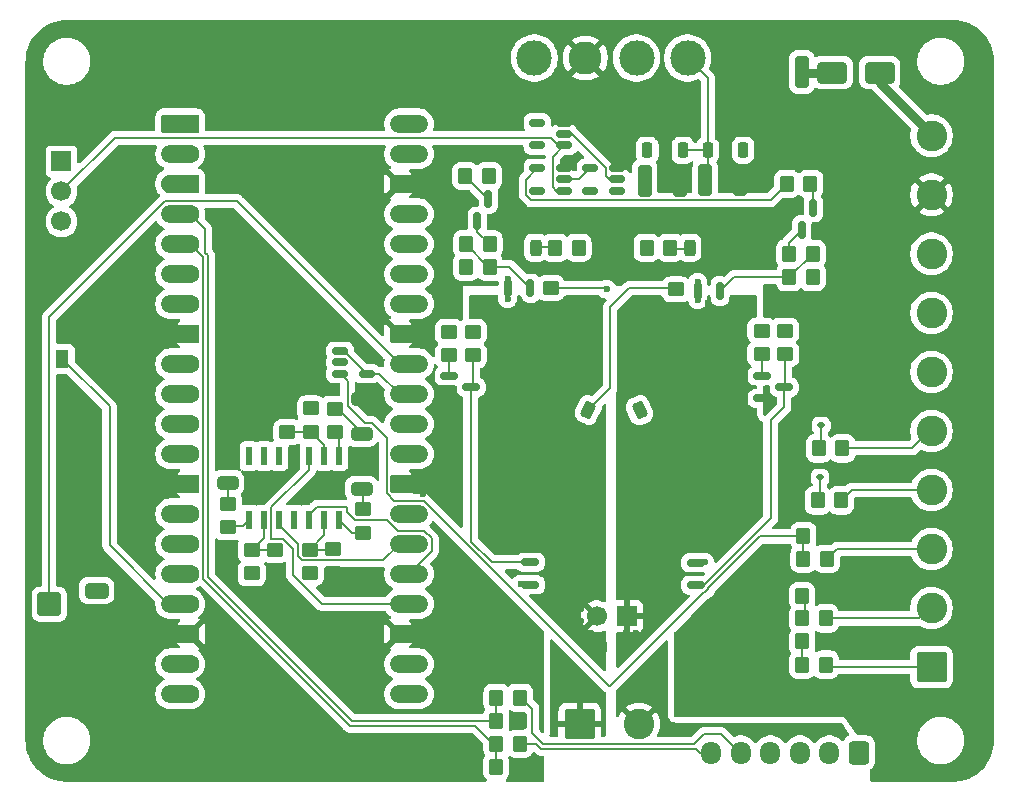
<source format=gtl>
%TF.GenerationSoftware,KiCad,Pcbnew,9.0.2*%
%TF.CreationDate,2025-07-21T22:11:41-06:00*%
%TF.ProjectId,Pico_H-bridge_complete,5069636f-5f48-42d6-9272-696467655f63,rev?*%
%TF.SameCoordinates,Original*%
%TF.FileFunction,Copper,L1,Top*%
%TF.FilePolarity,Positive*%
%FSLAX46Y46*%
G04 Gerber Fmt 4.6, Leading zero omitted, Abs format (unit mm)*
G04 Created by KiCad (PCBNEW 9.0.2) date 2025-07-21 22:11:41*
%MOMM*%
%LPD*%
G01*
G04 APERTURE LIST*
G04 Aperture macros list*
%AMRoundRect*
0 Rectangle with rounded corners*
0 $1 Rounding radius*
0 $2 $3 $4 $5 $6 $7 $8 $9 X,Y pos of 4 corners*
0 Add a 4 corners polygon primitive as box body*
4,1,4,$2,$3,$4,$5,$6,$7,$8,$9,$2,$3,0*
0 Add four circle primitives for the rounded corners*
1,1,$1+$1,$2,$3*
1,1,$1+$1,$4,$5*
1,1,$1+$1,$6,$7*
1,1,$1+$1,$8,$9*
0 Add four rect primitives between the rounded corners*
20,1,$1+$1,$2,$3,$4,$5,0*
20,1,$1+$1,$4,$5,$6,$7,0*
20,1,$1+$1,$6,$7,$8,$9,0*
20,1,$1+$1,$8,$9,$2,$3,0*%
%AMFreePoly0*
4,1,37,0.800000,0.796148,0.878414,0.796148,1.032228,0.765552,1.177117,0.705537,1.307515,0.618408,1.418408,0.507515,1.505537,0.377117,1.565552,0.232228,1.596148,0.078414,1.596148,-0.078414,1.565552,-0.232228,1.505537,-0.377117,1.418408,-0.507515,1.307515,-0.618408,1.177117,-0.705537,1.032228,-0.765552,0.878414,-0.796148,0.800000,-0.796148,0.800000,-0.800000,-1.400000,-0.800000,
-1.403843,-0.796157,-1.439018,-0.796157,-1.511114,-0.766294,-1.566294,-0.711114,-1.596157,-0.639018,-1.596157,-0.603843,-1.600000,-0.600000,-1.600000,0.600000,-1.596157,0.603843,-1.596157,0.639018,-1.566294,0.711114,-1.511114,0.766294,-1.439018,0.796157,-1.403843,0.796157,-1.400000,0.800000,0.800000,0.800000,0.800000,0.796148,0.800000,0.796148,$1*%
%AMFreePoly1*
4,1,37,1.403843,0.796157,1.439018,0.796157,1.511114,0.766294,1.566294,0.711114,1.596157,0.639018,1.596157,0.603843,1.600000,0.600000,1.600000,-0.600000,1.596157,-0.603843,1.596157,-0.639018,1.566294,-0.711114,1.511114,-0.766294,1.439018,-0.796157,1.403843,-0.796157,1.400000,-0.800000,-0.800000,-0.800000,-0.800000,-0.796148,-0.878414,-0.796148,-1.032228,-0.765552,-1.177117,-0.705537,
-1.307515,-0.618408,-1.418408,-0.507515,-1.505537,-0.377117,-1.565552,-0.232228,-1.596148,-0.078414,-1.596148,0.078414,-1.565552,0.232228,-1.505537,0.377117,-1.418408,0.507515,-1.307515,0.618408,-1.177117,0.705537,-1.032228,0.765552,-0.878414,0.796148,-0.800000,0.796148,-0.800000,0.800000,1.400000,0.800000,1.403843,0.796157,1.403843,0.796157,$1*%
%AMFreePoly2*
4,1,37,0.603843,0.796157,0.639018,0.796157,0.711114,0.766294,0.766294,0.711114,0.796157,0.639018,0.796157,0.603843,0.800000,0.600000,0.800000,-0.600000,0.796157,-0.603843,0.796157,-0.639018,0.766294,-0.711114,0.711114,-0.766294,0.639018,-0.796157,0.603843,-0.796157,0.600000,-0.800000,0.000000,-0.800000,0.000000,-0.796148,-0.078414,-0.796148,-0.232228,-0.765552,-0.377117,-0.705537,
-0.507515,-0.618408,-0.618408,-0.507515,-0.705537,-0.377117,-0.765552,-0.232228,-0.796148,-0.078414,-0.796148,0.078414,-0.765552,0.232228,-0.705537,0.377117,-0.618408,0.507515,-0.507515,0.618408,-0.377117,0.705537,-0.232228,0.765552,-0.078414,0.796148,0.000000,0.796148,0.000000,0.800000,0.600000,0.800000,0.603843,0.796157,0.603843,0.796157,$1*%
%AMFreePoly3*
4,1,37,0.000000,0.796148,0.078414,0.796148,0.232228,0.765552,0.377117,0.705537,0.507515,0.618408,0.618408,0.507515,0.705537,0.377117,0.765552,0.232228,0.796148,0.078414,0.796148,-0.078414,0.765552,-0.232228,0.705537,-0.377117,0.618408,-0.507515,0.507515,-0.618408,0.377117,-0.705537,0.232228,-0.765552,0.078414,-0.796148,0.000000,-0.796148,0.000000,-0.800000,-0.600000,-0.800000,
-0.603843,-0.796157,-0.639018,-0.796157,-0.711114,-0.766294,-0.766294,-0.711114,-0.796157,-0.639018,-0.796157,-0.603843,-0.800000,-0.600000,-0.800000,0.600000,-0.796157,0.603843,-0.796157,0.639018,-0.766294,0.711114,-0.711114,0.766294,-0.639018,0.796157,-0.603843,0.796157,-0.600000,0.800000,0.000000,0.800000,0.000000,0.796148,0.000000,0.796148,$1*%
%AMFreePoly4*
4,1,9,3.862500,-0.866500,0.737500,-0.866500,0.737500,-0.450000,-0.737500,-0.450000,-0.737500,0.450000,0.737500,0.450000,0.737500,0.866500,3.862500,0.866500,3.862500,-0.866500,3.862500,-0.866500,$1*%
G04 Aperture macros list end*
%TA.AperFunction,SMDPad,CuDef*%
%ADD10RoundRect,0.150000X-0.150000X0.587500X-0.150000X-0.587500X0.150000X-0.587500X0.150000X0.587500X0*%
%TD*%
%TA.AperFunction,SMDPad,CuDef*%
%ADD11RoundRect,0.250000X0.350000X0.450000X-0.350000X0.450000X-0.350000X-0.450000X0.350000X-0.450000X0*%
%TD*%
%TA.AperFunction,SMDPad,CuDef*%
%ADD12FreePoly0,0.000000*%
%TD*%
%TA.AperFunction,ComponentPad*%
%ADD13RoundRect,0.200000X-0.600000X-0.600000X0.600000X-0.600000X0.600000X0.600000X-0.600000X0.600000X0*%
%TD*%
%TA.AperFunction,SMDPad,CuDef*%
%ADD14RoundRect,0.800000X-0.800000X-0.000010X0.800000X-0.000010X0.800000X0.000010X-0.800000X0.000010X0*%
%TD*%
%TA.AperFunction,ComponentPad*%
%ADD15C,1.600000*%
%TD*%
%TA.AperFunction,SMDPad,CuDef*%
%ADD16FreePoly1,0.000000*%
%TD*%
%TA.AperFunction,ComponentPad*%
%ADD17FreePoly2,0.000000*%
%TD*%
%TA.AperFunction,ComponentPad*%
%ADD18FreePoly3,0.000000*%
%TD*%
%TA.AperFunction,SMDPad,CuDef*%
%ADD19RoundRect,0.250000X0.325000X1.100000X-0.325000X1.100000X-0.325000X-1.100000X0.325000X-1.100000X0*%
%TD*%
%TA.AperFunction,ComponentPad*%
%ADD20C,3.000000*%
%TD*%
%TA.AperFunction,ComponentPad*%
%ADD21R,1.700000X1.700000*%
%TD*%
%TA.AperFunction,ComponentPad*%
%ADD22C,1.700000*%
%TD*%
%TA.AperFunction,SMDPad,CuDef*%
%ADD23RoundRect,0.250000X-0.450000X0.350000X-0.450000X-0.350000X0.450000X-0.350000X0.450000X0.350000X0*%
%TD*%
%TA.AperFunction,SMDPad,CuDef*%
%ADD24RoundRect,0.250000X0.450000X-0.350000X0.450000X0.350000X-0.450000X0.350000X-0.450000X-0.350000X0*%
%TD*%
%TA.AperFunction,ComponentPad*%
%ADD25C,2.800000*%
%TD*%
%TA.AperFunction,ComponentPad*%
%ADD26RoundRect,0.250000X0.600000X0.725000X-0.600000X0.725000X-0.600000X-0.725000X0.600000X-0.725000X0*%
%TD*%
%TA.AperFunction,ComponentPad*%
%ADD27O,1.700000X1.950000*%
%TD*%
%TA.AperFunction,ComponentPad*%
%ADD28RoundRect,0.250000X1.050000X-1.050000X1.050000X1.050000X-1.050000X1.050000X-1.050000X-1.050000X0*%
%TD*%
%TA.AperFunction,ComponentPad*%
%ADD29C,2.600000*%
%TD*%
%TA.AperFunction,SMDPad,CuDef*%
%ADD30RoundRect,0.225000X-0.225000X-0.250000X0.225000X-0.250000X0.225000X0.250000X-0.225000X0.250000X0*%
%TD*%
%TA.AperFunction,SMDPad,CuDef*%
%ADD31RoundRect,0.250000X-0.325000X-1.100000X0.325000X-1.100000X0.325000X1.100000X-0.325000X1.100000X0*%
%TD*%
%TA.AperFunction,SMDPad,CuDef*%
%ADD32RoundRect,0.225000X0.225000X-0.425000X0.225000X0.425000X-0.225000X0.425000X-0.225000X-0.425000X0*%
%TD*%
%TA.AperFunction,SMDPad,CuDef*%
%ADD33FreePoly4,90.000000*%
%TD*%
%TA.AperFunction,SMDPad,CuDef*%
%ADD34RoundRect,0.112500X-0.187500X-0.112500X0.187500X-0.112500X0.187500X0.112500X-0.187500X0.112500X0*%
%TD*%
%TA.AperFunction,SMDPad,CuDef*%
%ADD35RoundRect,0.243750X0.243750X0.456250X-0.243750X0.456250X-0.243750X-0.456250X0.243750X-0.456250X0*%
%TD*%
%TA.AperFunction,ComponentPad*%
%ADD36RoundRect,0.250000X-1.050000X-1.050000X1.050000X-1.050000X1.050000X1.050000X-1.050000X1.050000X0*%
%TD*%
%TA.AperFunction,SMDPad,CuDef*%
%ADD37RoundRect,0.150000X0.512500X0.150000X-0.512500X0.150000X-0.512500X-0.150000X0.512500X-0.150000X0*%
%TD*%
%TA.AperFunction,SMDPad,CuDef*%
%ADD38RoundRect,0.243750X-0.243750X-0.456250X0.243750X-0.456250X0.243750X0.456250X-0.243750X0.456250X0*%
%TD*%
%TA.AperFunction,SMDPad,CuDef*%
%ADD39RoundRect,0.250000X0.650000X-0.325000X0.650000X0.325000X-0.650000X0.325000X-0.650000X-0.325000X0*%
%TD*%
%TA.AperFunction,SMDPad,CuDef*%
%ADD40RoundRect,0.150000X-0.587500X-0.150000X0.587500X-0.150000X0.587500X0.150000X-0.587500X0.150000X0*%
%TD*%
%TA.AperFunction,SMDPad,CuDef*%
%ADD41RoundRect,0.250000X-0.350000X-0.450000X0.350000X-0.450000X0.350000X0.450000X-0.350000X0.450000X0*%
%TD*%
%TA.AperFunction,SMDPad,CuDef*%
%ADD42RoundRect,0.243750X0.413732X0.310490X-0.028093X0.516516X-0.413732X-0.310490X0.028093X-0.516516X0*%
%TD*%
%TA.AperFunction,SMDPad,CuDef*%
%ADD43RoundRect,0.150000X0.587500X0.150000X-0.587500X0.150000X-0.587500X-0.150000X0.587500X-0.150000X0*%
%TD*%
%TA.AperFunction,SMDPad,CuDef*%
%ADD44R,0.600000X1.550000*%
%TD*%
%TA.AperFunction,SMDPad,CuDef*%
%ADD45R,1.100000X1.500000*%
%TD*%
%TA.AperFunction,SMDPad,CuDef*%
%ADD46RoundRect,0.250000X-0.750000X0.400000X-0.750000X-0.400000X0.750000X-0.400000X0.750000X0.400000X0*%
%TD*%
%TA.AperFunction,SMDPad,CuDef*%
%ADD47RoundRect,0.250000X-0.750000X0.750000X-0.750000X-0.750000X0.750000X-0.750000X0.750000X0.750000X0*%
%TD*%
%TA.AperFunction,SMDPad,CuDef*%
%ADD48RoundRect,0.250000X-1.000000X-0.650000X1.000000X-0.650000X1.000000X0.650000X-1.000000X0.650000X0*%
%TD*%
%TA.AperFunction,SMDPad,CuDef*%
%ADD49RoundRect,0.150000X-0.512500X-0.150000X0.512500X-0.150000X0.512500X0.150000X-0.512500X0.150000X0*%
%TD*%
%TA.AperFunction,SMDPad,CuDef*%
%ADD50RoundRect,0.243750X-0.028093X-0.516516X0.413732X-0.310490X0.028093X0.516516X-0.413732X0.310490X0*%
%TD*%
%TA.AperFunction,ViaPad*%
%ADD51C,0.600000*%
%TD*%
%TA.AperFunction,ViaPad*%
%ADD52C,1.000000*%
%TD*%
%TA.AperFunction,Conductor*%
%ADD53C,0.200000*%
%TD*%
%TA.AperFunction,Conductor*%
%ADD54C,0.750000*%
%TD*%
G04 APERTURE END LIST*
D10*
%TO.P,Q6,1,B*%
%TO.N,Net-(Q6-B)*%
X150190000Y-71402500D03*
%TO.P,Q6,2,E*%
%TO.N,GND*%
X148290000Y-71402500D03*
%TO.P,Q6,3,C*%
%TO.N,Net-(Q6-C)*%
X149240000Y-73277500D03*
%TD*%
D11*
%TO.P,R34,1*%
%TO.N,GND*%
X151270000Y-108125000D03*
%TO.P,R34,2*%
%TO.N,Fwd{slash}Rev*%
X149270000Y-108125000D03*
%TD*%
D12*
%TO.P,U1,1,GPIO0*%
%TO.N,unconnected-(U1-GPIO0-Pad1)_1*%
X96600000Y-64300000D03*
D13*
%TO.N,unconnected-(U1-GPIO0-Pad1)*%
X97400000Y-64300000D03*
D14*
%TO.P,U1,2,GPIO1*%
%TO.N,unconnected-(U1-GPIO1-Pad2)_1*%
X96600000Y-66840000D03*
D15*
%TO.N,unconnected-(U1-GPIO1-Pad2)*%
X97400000Y-66840000D03*
D16*
%TO.P,U1,3,GND*%
%TO.N,unconnected-(U1-GND-Pad3)*%
X96600000Y-69380000D03*
D17*
%TO.N,unconnected-(U1-GND-Pad3)_1*%
X97400000Y-69380000D03*
D14*
%TO.P,U1,4,GPIO2*%
%TO.N,A*%
X96600000Y-71920000D03*
D15*
X97400000Y-71920000D03*
D14*
%TO.P,U1,5,GPIO3*%
%TO.N,B*%
X96600000Y-74460000D03*
D15*
X97400000Y-74460000D03*
D14*
%TO.P,U1,6,GPIO4*%
%TO.N,unconnected-(U1-GPIO4-Pad6)_1*%
X96600000Y-77000000D03*
D15*
%TO.N,unconnected-(U1-GPIO4-Pad6)*%
X97400000Y-77000000D03*
D14*
%TO.P,U1,7,GPIO5*%
%TO.N,unconnected-(U1-GPIO5-Pad7)*%
X96600000Y-79540000D03*
D15*
%TO.N,unconnected-(U1-GPIO5-Pad7)_1*%
X97400000Y-79540000D03*
D16*
%TO.P,U1,8,GND*%
%TO.N,GND*%
X96600000Y-82080000D03*
D17*
X97400000Y-82080000D03*
D14*
%TO.P,U1,9,GPIO6*%
%TO.N,unconnected-(U1-GPIO6-Pad9)_1*%
X96600000Y-84620000D03*
D15*
%TO.N,unconnected-(U1-GPIO6-Pad9)*%
X97400000Y-84620000D03*
D14*
%TO.P,U1,10,GPIO7*%
%TO.N,unconnected-(U1-GPIO7-Pad10)_1*%
X96600000Y-87160000D03*
D15*
%TO.N,unconnected-(U1-GPIO7-Pad10)*%
X97400000Y-87160000D03*
D14*
%TO.P,U1,11,GPIO8*%
%TO.N,unconnected-(U1-GPIO8-Pad11)*%
X96600000Y-89700000D03*
D15*
%TO.N,unconnected-(U1-GPIO8-Pad11)_1*%
X97400000Y-89700000D03*
D14*
%TO.P,U1,12,GPIO9*%
%TO.N,unconnected-(U1-GPIO9-Pad12)_1*%
X96600000Y-92240000D03*
D15*
%TO.N,unconnected-(U1-GPIO9-Pad12)*%
X97400000Y-92240000D03*
D16*
%TO.P,U1,13,GND*%
%TO.N,GND*%
X96600000Y-94780000D03*
D17*
X97400000Y-94780000D03*
D14*
%TO.P,U1,14,GPIO10*%
%TO.N,unconnected-(U1-GPIO10-Pad14)*%
X96600000Y-97320000D03*
D15*
%TO.N,unconnected-(U1-GPIO10-Pad14)_1*%
X97400000Y-97320000D03*
D14*
%TO.P,U1,15,GPIO11*%
%TO.N,unconnected-(U1-GPIO11-Pad15)*%
X96600000Y-99860000D03*
D15*
%TO.N,unconnected-(U1-GPIO11-Pad15)_1*%
X97400000Y-99860000D03*
D14*
%TO.P,U1,16,GPIO12*%
%TO.N,unconnected-(U1-GPIO12-Pad16)_1*%
X96600000Y-102400000D03*
D15*
%TO.N,unconnected-(U1-GPIO12-Pad16)*%
X97400000Y-102400000D03*
D14*
%TO.P,U1,17,GPIO13*%
%TO.N,Net-(U1-GPIO13)*%
X96600000Y-104940000D03*
D15*
X97400000Y-104940000D03*
D16*
%TO.P,U1,18,GND*%
%TO.N,GND*%
X96600000Y-107480000D03*
D17*
X97400000Y-107480000D03*
D14*
%TO.P,U1,19,GPIO14*%
%TO.N,Limit Switch*%
X96600000Y-110020000D03*
D15*
X97400000Y-110020000D03*
D14*
%TO.P,U1,20,GPIO15*%
%TO.N,Home*%
X96600000Y-112560000D03*
D15*
X97400000Y-112560000D03*
%TO.P,U1,21,GPIO16*%
%TO.N,Net-(U1-GPIO16)*%
X115180000Y-112560000D03*
D14*
X115980000Y-112560000D03*
D15*
%TO.P,U1,22,GPIO17*%
%TO.N,Net-(U1-GPIO17)*%
X115180000Y-110020000D03*
D14*
X115980000Y-110020000D03*
D18*
%TO.P,U1,23,GND*%
%TO.N,GND*%
X115180000Y-107480000D03*
D12*
X115980000Y-107480000D03*
D15*
%TO.P,U1,24,GPIO18*%
%TO.N,PWM Position*%
X115180000Y-104940000D03*
D14*
X115980000Y-104940000D03*
D15*
%TO.P,U1,25,GPIO19*%
%TO.N,PWM Speed*%
X115180000Y-102400000D03*
D14*
X115980000Y-102400000D03*
D15*
%TO.P,U1,26,GPIO20*%
%TO.N,PWM Position x10*%
X115180000Y-99860000D03*
D14*
X115980000Y-99860000D03*
D15*
%TO.P,U1,27,GPIO21*%
%TO.N,Speed_set PWM*%
X115180000Y-97320000D03*
D14*
X115980000Y-97320000D03*
D18*
%TO.P,U1,28,GND*%
%TO.N,GND*%
X115180000Y-94780000D03*
D12*
X115980000Y-94780000D03*
D15*
%TO.P,U1,29,GPIO22*%
%TO.N,unconnected-(U1-GPIO22-Pad29)*%
X115180000Y-92240000D03*
D14*
%TO.N,unconnected-(U1-GPIO22-Pad29)_1*%
X115980000Y-92240000D03*
D15*
%TO.P,U1,30,RUN*%
%TO.N,unconnected-(U1-RUN-Pad30)*%
X115180000Y-89700000D03*
D14*
%TO.N,unconnected-(U1-RUN-Pad30)_1*%
X115980000Y-89700000D03*
D15*
%TO.P,U1,31,GPIO26_ADC0*%
%TO.N,Speed_set*%
X115180000Y-87160000D03*
D14*
X115980000Y-87160000D03*
D15*
%TO.P,U1,32,GPIO27_ADC1*%
%TO.N,Net-(U1-GPIO27_ADC1)*%
X115180000Y-84620000D03*
D14*
X115980000Y-84620000D03*
D18*
%TO.P,U1,33,AGND*%
%TO.N,GND*%
X115180000Y-82080000D03*
D12*
X115980000Y-82080000D03*
D15*
%TO.P,U1,34,GPIO28_ADC2*%
%TO.N,unconnected-(U1-GPIO28_ADC2-Pad34)_1*%
X115180000Y-79540000D03*
D14*
%TO.N,unconnected-(U1-GPIO28_ADC2-Pad34)*%
X115980000Y-79540000D03*
D15*
%TO.P,U1,35,ADC_VREF*%
%TO.N,+3.3V*%
X115180000Y-77000000D03*
D14*
X115980000Y-77000000D03*
D15*
%TO.P,U1,36,3V3*%
X115180000Y-74460000D03*
D14*
X115980000Y-74460000D03*
D15*
%TO.P,U1,37,3V3_EN*%
%TO.N,unconnected-(U1-3V3_EN-Pad37)_1*%
X115180000Y-71920000D03*
D14*
%TO.N,unconnected-(U1-3V3_EN-Pad37)*%
X115980000Y-71920000D03*
D18*
%TO.P,U1,38,GND*%
%TO.N,GND*%
X115180000Y-69380000D03*
D12*
X115980000Y-69380000D03*
D15*
%TO.P,U1,39,VSYS*%
%TO.N,+5V*%
X115180000Y-66840000D03*
D14*
X115980000Y-66840000D03*
D15*
%TO.P,U1,40,VBUS*%
%TO.N,unconnected-(U1-VBUS-Pad40)*%
X115180000Y-64300000D03*
D14*
%TO.N,unconnected-(U1-VBUS-Pad40)_1*%
X115980000Y-64300000D03*
%TD*%
D19*
%TO.P,C4,1*%
%TO.N,+12V*%
X149245000Y-59905000D03*
%TO.P,C4,2*%
%TO.N,GND*%
X146295000Y-59905000D03*
%TD*%
D11*
%TO.P,R5,1*%
%TO.N,Net-(J2-Pin_6)*%
X125380000Y-116790000D03*
%TO.P,R5,2*%
%TO.N,B*%
X123380000Y-116790000D03*
%TD*%
%TO.P,R4,1*%
%TO.N,Net-(J1-Pin_4)*%
X152570000Y-96181429D03*
%TO.P,R4,2*%
%TO.N,Home*%
X150570000Y-96181429D03*
%TD*%
%TO.P,R2,1*%
%TO.N,Net-(U1-GPIO17)*%
X130325000Y-74791000D03*
%TO.P,R2,2*%
%TO.N,Net-(D2-A)*%
X128325000Y-74791000D03*
%TD*%
D20*
%TO.P,TP2,1,1*%
%TO.N,+10V*%
X139572778Y-58725000D03*
%TD*%
D21*
%TO.P,J4,1,Pin_1*%
%TO.N,M+*%
X134405000Y-105995000D03*
D22*
%TO.P,J4,2,Pin_2*%
%TO.N,M-*%
X131865000Y-105995000D03*
%TD*%
D11*
%TO.P,R31,1*%
%TO.N,/H-Bridge/CW0*%
X122740000Y-68713334D03*
%TO.P,R31,2*%
%TO.N,Net-(Q5-B)*%
X120740000Y-68713334D03*
%TD*%
%TO.P,R24,1*%
%TO.N,GND*%
X151370000Y-99185714D03*
%TO.P,R24,2*%
%TO.N,Net-(U11-+)*%
X149370000Y-99185714D03*
%TD*%
D23*
%TO.P,R27,1*%
%TO.N,/H-Bridge/CW1*%
X145820000Y-81800000D03*
%TO.P,R27,2*%
%TO.N,Net-(Q8-B)*%
X145820000Y-83800000D03*
%TD*%
D24*
%TO.P,R12,1*%
%TO.N,+3.3V*%
X102665000Y-102360000D03*
%TO.P,R12,2*%
%TO.N,Net-(U5A--)*%
X102665000Y-100360000D03*
%TD*%
D25*
%TO.P,TP6,1,1*%
%TO.N,GND*%
X130907593Y-58725000D03*
%TD*%
D26*
%TO.P,J2,1,Pin_1*%
%TO.N,M+*%
X154075000Y-117555000D03*
D27*
%TO.P,J2,2,Pin_2*%
%TO.N,M-*%
X151575000Y-117555000D03*
%TO.P,J2,3,Pin_3*%
%TO.N,GND*%
X149075000Y-117555000D03*
%TO.P,J2,4,Pin_4*%
%TO.N,+5V*%
X146575000Y-117555000D03*
%TO.P,J2,5,Pin_5*%
%TO.N,Net-(J2-Pin_5)*%
X144075000Y-117555000D03*
%TO.P,J2,6,Pin_6*%
%TO.N,Net-(J2-Pin_6)*%
X141575000Y-117555000D03*
%TD*%
D28*
%TO.P,J1,1,Pin_1*%
%TO.N,Net-(J1-Pin_1)*%
X160220000Y-110300000D03*
D29*
%TO.P,J1,2,Pin_2*%
%TO.N,Net-(J1-Pin_2)*%
X160220000Y-105300000D03*
%TO.P,J1,3,Pin_3*%
%TO.N,Net-(J1-Pin_3)*%
X160220000Y-100300000D03*
%TO.P,J1,4,Pin_4*%
%TO.N,Net-(J1-Pin_4)*%
X160220000Y-95300000D03*
%TO.P,J1,5,Pin_5*%
%TO.N,Net-(J1-Pin_5)*%
X160220000Y-90300000D03*
%TO.P,J1,6,Pin_6*%
%TO.N,Analog Position x10*%
X160220000Y-85300000D03*
%TO.P,J1,7,Pin_7*%
%TO.N,Analog Position*%
X160220000Y-80300000D03*
%TO.P,J1,8,Pin_8*%
%TO.N,Analog Speed*%
X160220000Y-75300000D03*
%TO.P,J1,9,Pin_9*%
%TO.N,GND*%
X160220000Y-70300000D03*
%TO.P,J1,10,Pin_10*%
%TO.N,Net-(D5-A)*%
X160220000Y-65300000D03*
%TD*%
D20*
%TO.P,TP3,1,1*%
%TO.N,+5V*%
X135240185Y-58725000D03*
%TD*%
D30*
%TO.P,C5,1*%
%TO.N,M-*%
X132350000Y-108600000D03*
%TO.P,C5,2*%
%TO.N,M+*%
X133900000Y-108600000D03*
%TD*%
D31*
%TO.P,C12,1*%
%TO.N,+5V*%
X135935000Y-69100000D03*
%TO.P,C12,2*%
%TO.N,GND*%
X138885000Y-69100000D03*
%TD*%
D10*
%TO.P,Q3,1,G*%
%TO.N,Net-(Q3-G)*%
X126260000Y-78217500D03*
%TO.P,Q3,2,S*%
%TO.N,+12V*%
X124360000Y-78217500D03*
%TO.P,Q3,3,D*%
%TO.N,M-*%
X125310000Y-80092500D03*
%TD*%
D32*
%TO.P,U7,1,VO*%
%TO.N,+5V*%
X136155000Y-66525000D03*
D33*
%TO.P,U7,2,GND*%
%TO.N,GND*%
X137655000Y-66437500D03*
D32*
%TO.P,U7,3,VI*%
%TO.N,+10V*%
X139155000Y-66525000D03*
%TD*%
D10*
%TO.P,Q5,1,B*%
%TO.N,Net-(Q5-B)*%
X122690000Y-70669167D03*
%TO.P,Q5,2,E*%
%TO.N,GND*%
X120790000Y-70669167D03*
%TO.P,Q5,3,C*%
%TO.N,Net-(Q5-C)*%
X121740000Y-72544167D03*
%TD*%
D34*
%TO.P,D7,1,K*%
%TO.N,Limit Switch*%
X150870000Y-89825000D03*
%TO.P,D7,2,A*%
%TO.N,GND*%
X152970000Y-89825000D03*
%TD*%
D35*
%TO.P,D1,1,K*%
%TO.N,GND*%
X141615500Y-74791000D03*
%TO.P,D1,2,A*%
%TO.N,Net-(D1-A)*%
X139740500Y-74791000D03*
%TD*%
D36*
%TO.P,J3,1,Pin_1*%
%TO.N,M-*%
X130425000Y-115100000D03*
D29*
%TO.P,J3,2,Pin_2*%
%TO.N,M+*%
X135425000Y-115100000D03*
%TD*%
D23*
%TO.P,R16,1*%
%TO.N,Net-(U5B--)*%
X109555000Y-100330000D03*
%TO.P,R16,2*%
%TO.N,GND*%
X109555000Y-102330000D03*
%TD*%
D24*
%TO.P,R17,1*%
%TO.N,Net-(R17-Pad1)*%
X109670000Y-90410000D03*
%TO.P,R17,2*%
%TO.N,Analog Position*%
X109670000Y-88410000D03*
%TD*%
%TO.P,R19,1*%
%TO.N,Net-(U5C--)*%
X105685000Y-90400000D03*
%TO.P,R19,2*%
%TO.N,GND*%
X105685000Y-88400000D03*
%TD*%
D32*
%TO.P,U6,1,OUT*%
%TO.N,+10V*%
X141255000Y-66525000D03*
D33*
%TO.P,U6,2,GND*%
%TO.N,GND*%
X142755000Y-66437500D03*
D32*
%TO.P,U6,3,IN*%
%TO.N,+12V*%
X144255000Y-66525000D03*
%TD*%
D23*
%TO.P,R7,1*%
%TO.N,Net-(D4-K)*%
X127995000Y-78220000D03*
%TO.P,R7,2*%
%TO.N,M-*%
X127995000Y-80220000D03*
%TD*%
D21*
%TO.P,JP1,1,A*%
%TO.N,Speed_set PWM*%
X86550000Y-67485000D03*
D22*
%TO.P,JP1,2,C*%
%TO.N,Net-(JP1-C)*%
X86550000Y-70025000D03*
%TO.P,JP1,3,B*%
%TO.N,External PWM*%
X86550000Y-72565000D03*
%TD*%
D23*
%TO.P,R35,1*%
%TO.N,+10V*%
X121367400Y-81897500D03*
%TO.P,R35,2*%
%TO.N,Net-(Q1-G)*%
X121367400Y-83897500D03*
%TD*%
D11*
%TO.P,R8,1*%
%TO.N,Net-(Q6-B)*%
X149960000Y-69380000D03*
%TO.P,R8,2*%
%TO.N,/H-Bridge/CCW0*%
X147960000Y-69380000D03*
%TD*%
D31*
%TO.P,C8,1*%
%TO.N,+10V*%
X141050000Y-69090000D03*
%TO.P,C8,2*%
%TO.N,GND*%
X144000000Y-69090000D03*
%TD*%
D34*
%TO.P,D6,1,K*%
%TO.N,Home*%
X150770000Y-94229286D03*
%TO.P,D6,2,A*%
%TO.N,GND*%
X152870000Y-94229286D03*
%TD*%
D10*
%TO.P,Q4,1,G*%
%TO.N,Net-(Q4-G)*%
X142305000Y-78457500D03*
%TO.P,Q4,2,S*%
%TO.N,+12V*%
X140405000Y-78457500D03*
%TO.P,Q4,3,D*%
%TO.N,M+*%
X141355000Y-80332500D03*
%TD*%
D23*
%TO.P,R13,1*%
%TO.N,Net-(U5A--)*%
X104645000Y-100370000D03*
%TO.P,R13,2*%
%TO.N,GND*%
X104645000Y-102370000D03*
%TD*%
D37*
%TO.P,U9,1*%
%TO.N,Net-(JP1-C)*%
X129107500Y-66120000D03*
%TO.P,U9,2*%
%TO.N,Fwd{slash}Rev*%
X129107500Y-65170000D03*
%TO.P,U9,3,GND*%
%TO.N,GND*%
X129107500Y-64220000D03*
%TO.P,U9,4*%
%TO.N,/H-Bridge/CW0*%
X126832500Y-64220000D03*
%TO.P,U9,5,VCC*%
%TO.N,+5V*%
X126832500Y-66120000D03*
%TD*%
D11*
%TO.P,R3,1*%
%TO.N,Net-(J2-Pin_5)*%
X125380000Y-112890000D03*
%TO.P,R3,2*%
%TO.N,A*%
X123380000Y-112890000D03*
%TD*%
D38*
%TO.P,D2,1,K*%
%TO.N,GND*%
X124822500Y-74791000D03*
%TO.P,D2,2,A*%
%TO.N,Net-(D2-A)*%
X126697500Y-74791000D03*
%TD*%
D11*
%TO.P,R33,1*%
%TO.N,GND*%
X151270000Y-104275000D03*
%TO.P,R33,2*%
%TO.N,External PWM*%
X149270000Y-104275000D03*
%TD*%
D39*
%TO.P,C2,1*%
%TO.N,Analog Speed*%
X111970000Y-95185000D03*
%TO.P,C2,2*%
%TO.N,GND*%
X111970000Y-92235000D03*
%TD*%
D11*
%TO.P,R10,1*%
%TO.N,Net-(J1-Pin_1)*%
X151270000Y-110090000D03*
%TO.P,R10,2*%
%TO.N,Fwd{slash}Rev*%
X149270000Y-110090000D03*
%TD*%
D40*
%TO.P,Q7,1,B*%
%TO.N,Net-(Q7-B)*%
X119377300Y-85650000D03*
%TO.P,Q7,2,E*%
%TO.N,GND*%
X119377300Y-87550000D03*
%TO.P,Q7,3,C*%
%TO.N,Net-(Q1-G)*%
X121252300Y-86600000D03*
%TD*%
D41*
%TO.P,R20,1*%
%TO.N,B*%
X123360000Y-118750000D03*
%TO.P,R20,2*%
%TO.N,GND*%
X125360000Y-118750000D03*
%TD*%
%TO.P,R23,1*%
%TO.N,Net-(Q4-G)*%
X148160000Y-77280000D03*
%TO.P,R23,2*%
%TO.N,+12V*%
X150160000Y-77280000D03*
%TD*%
D42*
%TO.P,D3,1,K*%
%TO.N,Net-(D3-K)*%
X131164663Y-88516204D03*
%TO.P,D3,2,A*%
%TO.N,M-*%
X129465337Y-87723796D03*
%TD*%
D41*
%TO.P,R1,1*%
%TO.N,Net-(U1-GPIO16)*%
X136089000Y-74791000D03*
%TO.P,R1,2*%
%TO.N,Net-(D1-A)*%
X138089000Y-74791000D03*
%TD*%
D43*
%TO.P,Q2,1,G*%
%TO.N,Net-(Q2-G)*%
X140262500Y-103360000D03*
%TO.P,Q2,2,S*%
%TO.N,GND*%
X140262500Y-101460000D03*
%TO.P,Q2,3,D*%
%TO.N,M+*%
X138387500Y-102410000D03*
%TD*%
D40*
%TO.P,Q8,1,B*%
%TO.N,Net-(Q8-B)*%
X145882500Y-85650000D03*
%TO.P,Q8,2,E*%
%TO.N,GND*%
X145882500Y-87550000D03*
%TO.P,Q8,3,C*%
%TO.N,Net-(Q2-G)*%
X147757500Y-86600000D03*
%TD*%
D39*
%TO.P,C1,1*%
%TO.N,Analog Position x10*%
X100610000Y-94705000D03*
%TO.P,C1,2*%
%TO.N,GND*%
X100610000Y-91755000D03*
%TD*%
D37*
%TO.P,U8,1*%
%TO.N,Net-(JP1-C)*%
X129107500Y-69955000D03*
%TO.P,U8,2*%
%TO.N,/H-Bridge/CW1*%
X129107500Y-69005000D03*
%TO.P,U8,3,GND*%
%TO.N,GND*%
X129107500Y-68055000D03*
%TO.P,U8,4*%
%TO.N,/H-Bridge/CCW0*%
X126832500Y-68055000D03*
%TO.P,U8,5,VCC*%
%TO.N,+5V*%
X126832500Y-69955000D03*
%TD*%
D39*
%TO.P,C3,1*%
%TO.N,Analog Position*%
X111970000Y-90545000D03*
%TO.P,C3,2*%
%TO.N,GND*%
X111970000Y-87595000D03*
%TD*%
D41*
%TO.P,R21,1*%
%TO.N,A*%
X123365000Y-114850000D03*
%TO.P,R21,2*%
%TO.N,GND*%
X125365000Y-114850000D03*
%TD*%
D44*
%TO.P,U5,1*%
%TO.N,Net-(R11-Pad1)*%
X102425000Y-97815000D03*
%TO.P,U5,2,-*%
%TO.N,Net-(U5A--)*%
X103695000Y-97815000D03*
%TO.P,U5,3,+*%
%TO.N,PWM Position x10*%
X104965000Y-97815000D03*
%TO.P,U5,4,V+*%
%TO.N,+10V*%
X106235000Y-97815000D03*
%TO.P,U5,5,+*%
%TO.N,PWM Speed*%
X107505000Y-97815000D03*
%TO.P,U5,6,-*%
%TO.N,Net-(U5B--)*%
X108775000Y-97815000D03*
%TO.P,U5,7*%
%TO.N,Net-(R14-Pad1)*%
X110045000Y-97815000D03*
%TO.P,U5,8*%
%TO.N,Net-(R17-Pad1)*%
X110045000Y-92415000D03*
%TO.P,U5,9,-*%
%TO.N,Net-(U5C--)*%
X108775000Y-92415000D03*
%TO.P,U5,10,+*%
%TO.N,PWM Position*%
X107505000Y-92415000D03*
%TO.P,U5,11,V-*%
%TO.N,GND*%
X106235000Y-92415000D03*
%TO.P,U5,12,+*%
%TO.N,unconnected-(U5D-+-Pad12)*%
X104965000Y-92415000D03*
%TO.P,U5,13,-*%
%TO.N,unconnected-(U5D---Pad13)*%
X103695000Y-92415000D03*
%TO.P,U5,14*%
%TO.N,unconnected-(U5-Pad14)*%
X102425000Y-92415000D03*
%TD*%
D40*
%TO.P,Q1,1,G*%
%TO.N,Net-(Q1-G)*%
X126256238Y-101416260D03*
%TO.P,Q1,2,S*%
%TO.N,GND*%
X126256238Y-103316260D03*
%TO.P,Q1,3,D*%
%TO.N,M-*%
X128131238Y-102366260D03*
%TD*%
D23*
%TO.P,R18,1*%
%TO.N,+3.3V*%
X107677500Y-88400000D03*
%TO.P,R18,2*%
%TO.N,Net-(U5C--)*%
X107677500Y-90400000D03*
%TD*%
D45*
%TO.P,SW1,1*%
%TO.N,GND*%
X86620000Y-93120000D03*
%TO.P,SW1,2*%
%TO.N,Net-(U1-GPIO13)*%
X86620000Y-84220000D03*
%TD*%
D11*
%TO.P,R30,1*%
%TO.N,Net-(Q3-G)*%
X122790000Y-76413334D03*
%TO.P,R30,2*%
%TO.N,+12V*%
X120790000Y-76413334D03*
%TD*%
D46*
%TO.P,RV1,1,1*%
%TO.N,GND*%
X89520000Y-106125000D03*
D47*
%TO.P,RV1,2,2*%
%TO.N,Net-(U1-GPIO27_ADC1)*%
X85520000Y-104975000D03*
D46*
%TO.P,RV1,3,3*%
%TO.N,+3.3V*%
X89520000Y-103825000D03*
%TD*%
D24*
%TO.P,R14,1*%
%TO.N,Net-(R14-Pad1)*%
X112050000Y-98900000D03*
%TO.P,R14,2*%
%TO.N,Analog Speed*%
X112050000Y-96900000D03*
%TD*%
%TO.P,R15,1*%
%TO.N,+3.3V*%
X107575000Y-102340000D03*
%TO.P,R15,2*%
%TO.N,Net-(U5B--)*%
X107575000Y-100340000D03*
%TD*%
D41*
%TO.P,R25,1*%
%TO.N,Net-(U11-+)*%
X149370000Y-101133571D03*
%TO.P,R25,2*%
%TO.N,Net-(J1-Pin_3)*%
X151370000Y-101133571D03*
%TD*%
D48*
%TO.P,D5,1,K*%
%TO.N,+12V*%
X151820000Y-59960000D03*
%TO.P,D5,2,A*%
%TO.N,Net-(D5-A)*%
X155820000Y-59960000D03*
%TD*%
D37*
%TO.P,U10,1,NC*%
%TO.N,unconnected-(U10-NC-Pad1)*%
X133602500Y-69945000D03*
%TO.P,U10,2*%
%TO.N,Fwd{slash}Rev*%
X133602500Y-68995000D03*
%TO.P,U10,3,GND*%
%TO.N,GND*%
X133602500Y-68045000D03*
%TO.P,U10,4*%
%TO.N,/H-Bridge/CW1*%
X131327500Y-68045000D03*
%TO.P,U10,5,VCC*%
%TO.N,+5V*%
X131327500Y-69945000D03*
%TD*%
D23*
%TO.P,R28,1*%
%TO.N,+10V*%
X147820000Y-81800000D03*
%TO.P,R28,2*%
%TO.N,Net-(Q2-G)*%
X147820000Y-83800000D03*
%TD*%
D20*
%TO.P,TP1,1,1*%
%TO.N,Speed_set*%
X126575000Y-58725000D03*
%TD*%
D11*
%TO.P,R22,1*%
%TO.N,Net-(Q4-G)*%
X150160000Y-75300000D03*
%TO.P,R22,2*%
%TO.N,Net-(Q6-C)*%
X148160000Y-75300000D03*
%TD*%
D24*
%TO.P,R11,1*%
%TO.N,Net-(R11-Pad1)*%
X100630000Y-98460000D03*
%TO.P,R11,2*%
%TO.N,Analog Position x10*%
X100630000Y-96460000D03*
%TD*%
D49*
%TO.P,U11,1*%
%TO.N,Speed_set*%
X110127500Y-83550000D03*
%TO.P,U11,2,V+*%
%TO.N,+3.3V*%
X110127500Y-84500000D03*
%TO.P,U11,3,+*%
%TO.N,Net-(U11-+)*%
X110127500Y-85450000D03*
%TO.P,U11,4,-*%
%TO.N,Speed_set*%
X112402500Y-85450000D03*
%TO.P,U11,5,V-*%
%TO.N,GND*%
X112402500Y-83550000D03*
%TD*%
D50*
%TO.P,D4,1,K*%
%TO.N,Net-(D4-K)*%
X135490336Y-88546205D03*
%TO.P,D4,2,A*%
%TO.N,M+*%
X137189664Y-87753795D03*
%TD*%
D11*
%TO.P,R6,1*%
%TO.N,Net-(J1-Pin_5)*%
X152670000Y-91777143D03*
%TO.P,R6,2*%
%TO.N,Limit Switch*%
X150670000Y-91777143D03*
%TD*%
%TO.P,R29,1*%
%TO.N,Net-(Q5-C)*%
X122790000Y-74500001D03*
%TO.P,R29,2*%
%TO.N,Net-(Q3-G)*%
X120790000Y-74500001D03*
%TD*%
D23*
%TO.P,R26,1*%
%TO.N,Fwd{slash}Rev*%
X119367400Y-81900000D03*
%TO.P,R26,2*%
%TO.N,Net-(Q7-B)*%
X119367400Y-83900000D03*
%TD*%
D24*
%TO.P,R9,1*%
%TO.N,M+*%
X138595000Y-80320000D03*
%TO.P,R9,2*%
%TO.N,Net-(D3-K)*%
X138595000Y-78320000D03*
%TD*%
D11*
%TO.P,R32,1*%
%TO.N,Net-(J1-Pin_2)*%
X151270000Y-106175000D03*
%TO.P,R32,2*%
%TO.N,External PWM*%
X149270000Y-106175000D03*
%TD*%
D51*
%TO.N,Analog Position x10*%
X100620000Y-94700000D03*
%TO.N,Analog Position*%
X111970000Y-90545000D03*
%TO.N,GND*%
X152970000Y-89825000D03*
X125360000Y-118750000D03*
X119377300Y-87550000D03*
X140262500Y-101460000D03*
X89520000Y-106125000D03*
X112402500Y-83550000D03*
X151270000Y-104275000D03*
X100610000Y-91755000D03*
X148290000Y-71402500D03*
X104645000Y-102370000D03*
X111970000Y-87595000D03*
X145882500Y-87550000D03*
X117120000Y-95600000D03*
X124822500Y-74791000D03*
X105685000Y-88400000D03*
X111870000Y-92235000D03*
X133602500Y-68045000D03*
X151270000Y-108125000D03*
X120790000Y-70669167D03*
X129107500Y-64220000D03*
X138885000Y-69100000D03*
X137655000Y-66437500D03*
X125420000Y-103300000D03*
X141615500Y-74891000D03*
X144000000Y-69090000D03*
X152870000Y-94229286D03*
X142755000Y-66437500D03*
X126256238Y-103316260D03*
X141020000Y-101400000D03*
X146295000Y-59905000D03*
X106235000Y-92415000D03*
X86620000Y-93120000D03*
X151370000Y-99185714D03*
X125365000Y-114850000D03*
X129107500Y-68055000D03*
X109555000Y-102330000D03*
%TO.N,Analog Speed*%
X111870000Y-95185000D03*
%TO.N,+5V*%
X126832500Y-66120000D03*
X136155000Y-66525000D03*
X126832500Y-69955000D03*
X135960000Y-69150000D03*
X131327500Y-69945000D03*
%TO.N,+10V*%
X121320000Y-81900000D03*
X141255000Y-66500000D03*
X106235000Y-97815000D03*
X141050000Y-69090000D03*
X147820000Y-81800000D03*
%TO.N,Net-(U1-GPIO17)*%
X130325000Y-74746000D03*
%TO.N,Net-(U1-GPIO16)*%
X136120000Y-74900000D03*
%TO.N,+3.3V*%
X89520000Y-103825000D03*
X102665000Y-102360000D03*
X107575000Y-102340000D03*
X110127500Y-84500000D03*
X107677500Y-88400000D03*
%TO.N,Limit Switch*%
X150670000Y-91777143D03*
%TO.N,Fwd{slash}Rev*%
X129107500Y-65170000D03*
X119367400Y-81900000D03*
X149275000Y-108125000D03*
%TO.N,Net-(D4-K)*%
X135520000Y-88500000D03*
X132720000Y-78300000D03*
%TO.N,M+*%
X138520000Y-103400000D03*
X134620000Y-80800000D03*
X139920000Y-80300000D03*
X144120000Y-80000000D03*
X136120000Y-105400000D03*
X134320000Y-107400000D03*
X142120000Y-80100000D03*
X139320000Y-79800000D03*
X141355000Y-80332500D03*
X138520000Y-101400000D03*
X136120000Y-107400000D03*
X135720000Y-79700000D03*
X138595000Y-80320000D03*
X135220000Y-108300000D03*
X136320000Y-79200000D03*
X143720000Y-79300000D03*
X137720000Y-103400000D03*
X140120000Y-80900000D03*
X137020000Y-80700000D03*
X137720000Y-101400000D03*
X138508762Y-102366260D03*
X136120000Y-106400000D03*
X137720000Y-104400000D03*
X143320000Y-80300000D03*
X144820000Y-79500000D03*
X133900000Y-108600000D03*
X137920000Y-79800000D03*
X136820000Y-79900000D03*
X136920000Y-103400000D03*
X140920000Y-80900000D03*
X136120000Y-103400000D03*
X135220000Y-104400000D03*
X141920000Y-80800000D03*
X136920000Y-104400000D03*
X136920000Y-102400000D03*
X137720000Y-102400000D03*
X133820000Y-109800000D03*
X135220000Y-107400000D03*
X137120000Y-79200000D03*
X137920000Y-80900000D03*
X142620000Y-80600000D03*
X136120000Y-104400000D03*
X136220000Y-80500000D03*
X138520000Y-104400000D03*
X137720000Y-105400000D03*
X139320000Y-80900000D03*
X141320000Y-79500000D03*
X134320000Y-104400000D03*
X135420000Y-80500000D03*
X136920000Y-105400000D03*
X136920000Y-106400000D03*
%TO.N,Home*%
X150570000Y-96181429D03*
%TO.N,+12V*%
X140420000Y-79200000D03*
X124320000Y-79100000D03*
X150160000Y-77280000D03*
X124360000Y-78217500D03*
X144255000Y-66525000D03*
X149300000Y-59960000D03*
X140405000Y-78457500D03*
X124360000Y-77400000D03*
X140420000Y-77700000D03*
X120790000Y-76413334D03*
D52*
X151820000Y-59960000D03*
D51*
%TO.N,M-*%
X125310000Y-80092500D03*
X128131238Y-102366260D03*
X130320000Y-79900000D03*
X126420000Y-80800000D03*
X130520000Y-103400000D03*
X128720000Y-79600000D03*
X128920000Y-102400000D03*
X131420000Y-108300000D03*
X131420000Y-107400000D03*
X128920000Y-106400000D03*
X124520000Y-80600000D03*
X130120000Y-79100000D03*
X130920000Y-79200000D03*
X130520000Y-107400000D03*
X122120000Y-79900000D03*
X128920000Y-105400000D03*
X129720000Y-103400000D03*
X130520000Y-106400000D03*
X129420000Y-79200000D03*
X132120000Y-80000000D03*
X122920000Y-80100000D03*
X130520000Y-105400000D03*
X132320000Y-109800000D03*
X129720000Y-104400000D03*
X128920000Y-101400000D03*
X128120000Y-101400000D03*
X128620000Y-80800000D03*
X131820000Y-79200000D03*
X129720000Y-102400000D03*
X125320000Y-80900000D03*
X132320000Y-104400000D03*
X121520000Y-79200000D03*
X128120000Y-105400000D03*
X131420000Y-104400000D03*
X122320000Y-79200000D03*
X128920000Y-103400000D03*
X127320000Y-80800000D03*
X128020000Y-81100000D03*
X130520000Y-80600000D03*
X132120000Y-80800000D03*
X128920000Y-104400000D03*
X127320000Y-79600000D03*
X127220000Y-104700000D03*
X127995000Y-80220000D03*
X129620000Y-80900000D03*
X131420000Y-80600000D03*
X126420000Y-79900000D03*
X131120000Y-79900000D03*
X123120000Y-79400000D03*
X130520000Y-104400000D03*
X123720000Y-80300000D03*
X132350000Y-108600000D03*
X129720000Y-105400000D03*
X128120000Y-103400000D03*
X129420000Y-80000000D03*
X127320000Y-102400000D03*
X128120000Y-104400000D03*
X129720000Y-106400000D03*
%TO.N,/H-Bridge/CW1*%
X145820000Y-81800000D03*
X131327500Y-68045000D03*
%TO.N,/H-Bridge/CW0*%
X126832500Y-64220000D03*
X122740000Y-68713334D03*
%TO.N,External PWM*%
X149375000Y-106200000D03*
%TD*%
D53*
%TO.N,Analog Position x10*%
X100610000Y-96340000D02*
X100630000Y-96360000D01*
X100610000Y-94705000D02*
X100610000Y-96340000D01*
%TO.N,Analog Position*%
X109670000Y-88410000D02*
X109935000Y-88410000D01*
X109935000Y-88410000D02*
X112070000Y-90545000D01*
%TO.N,Analog Speed*%
X112050000Y-96900000D02*
X112050000Y-95265000D01*
X112050000Y-95265000D02*
X111970000Y-95185000D01*
%TO.N,+10V*%
X141255000Y-68885000D02*
X141050000Y-69090000D01*
X141255000Y-66525000D02*
X141255000Y-66500000D01*
X141255000Y-66525000D02*
X139155000Y-66525000D01*
X141255000Y-60407222D02*
X139572778Y-58725000D01*
X141255000Y-66500000D02*
X141255000Y-60407222D01*
X141255000Y-66525000D02*
X141255000Y-68885000D01*
%TO.N,PWM Position x10*%
X113799000Y-101241000D02*
X115180000Y-99860000D01*
X106574000Y-100925160D02*
X106889840Y-101241000D01*
X104965000Y-98290000D02*
X106574000Y-99899000D01*
X106889840Y-101241000D02*
X113799000Y-101241000D01*
X106574000Y-99899000D02*
X106574000Y-100925160D01*
X104965000Y-97815000D02*
X104965000Y-98290000D01*
%TO.N,PWM Position*%
X105330160Y-99469000D02*
X106173000Y-100311840D01*
X104320000Y-99469000D02*
X105330160Y-99469000D01*
X104320000Y-96783000D02*
X104320000Y-99469000D01*
X108588840Y-104940000D02*
X115180000Y-104940000D01*
X106173000Y-100311840D02*
X106173000Y-102524160D01*
X107505000Y-93598000D02*
X104320000Y-96783000D01*
X107505000Y-92415000D02*
X107505000Y-93598000D01*
X106173000Y-102524160D02*
X108588840Y-104940000D01*
%TO.N,PWM Speed*%
X108174000Y-96739000D02*
X110759000Y-96739000D01*
X115061950Y-98759000D02*
X117236050Y-98759000D01*
X110759000Y-97195160D02*
X111363840Y-97800000D01*
X110759000Y-96739000D02*
X110759000Y-97195160D01*
X107505000Y-97815000D02*
X107505000Y-97408000D01*
X114102950Y-97800000D02*
X115061950Y-98759000D01*
X111363840Y-97800000D02*
X114102950Y-97800000D01*
X117236050Y-98759000D02*
X117881000Y-99403950D01*
X117881000Y-99403950D02*
X117881000Y-100499000D01*
X117881000Y-100499000D02*
X115980000Y-102400000D01*
X107505000Y-97408000D02*
X108174000Y-96739000D01*
%TO.N,Net-(D2-A)*%
X126742500Y-74746000D02*
X126697500Y-74791000D01*
X128325000Y-74746000D02*
X126742500Y-74746000D01*
%TO.N,Net-(D1-A)*%
X139740500Y-74891000D02*
X138134000Y-74891000D01*
X138134000Y-74891000D02*
X138089000Y-74846000D01*
%TO.N,B*%
X121571000Y-115251000D02*
X110971000Y-115251000D01*
X123380000Y-118730000D02*
X123360000Y-118750000D01*
X123320000Y-118750000D02*
X123360000Y-118750000D01*
X98520000Y-75580000D02*
X97400000Y-74460000D01*
X110971000Y-115251000D02*
X98520000Y-102800000D01*
X123360000Y-117040000D02*
X121571000Y-115251000D01*
X123380000Y-116790000D02*
X123380000Y-118730000D01*
X98520000Y-102800000D02*
X98520000Y-75580000D01*
X123360000Y-118750000D02*
X123360000Y-117040000D01*
%TO.N,A*%
X123380000Y-112890000D02*
X123380000Y-114835000D01*
X97400000Y-71920000D02*
X98720000Y-73240000D01*
X123380000Y-114835000D02*
X123365000Y-114850000D01*
X98720000Y-73240000D02*
X98720000Y-75212900D01*
X98720000Y-75212900D02*
X98921000Y-75413900D01*
X98921000Y-102633900D02*
X111137100Y-114850000D01*
X98921000Y-75413900D02*
X98921000Y-102633900D01*
X111137100Y-114850000D02*
X123365000Y-114850000D01*
%TO.N,+3.3V*%
X102064000Y-102576900D02*
X102064000Y-102111057D01*
X103266000Y-102111057D02*
X103266000Y-102608943D01*
%TO.N,Limit Switch*%
X150870000Y-89825000D02*
X150870000Y-91577143D01*
X150870000Y-91577143D02*
X150670000Y-91777143D01*
%TO.N,Net-(J1-Pin_1)*%
X160220000Y-110300000D02*
X151480000Y-110300000D01*
X151480000Y-110300000D02*
X151270000Y-110090000D01*
%TO.N,Fwd{slash}Rev*%
X132639000Y-68693999D02*
X132940001Y-68995000D01*
X132940001Y-68995000D02*
X133602500Y-68995000D01*
X129769999Y-65170000D02*
X132639000Y-68039001D01*
X149270000Y-108337857D02*
X149470000Y-108137857D01*
X129107500Y-65170000D02*
X129769999Y-65170000D01*
X149270000Y-110090000D02*
X149270000Y-108337857D01*
X132639000Y-68039001D02*
X132639000Y-68693999D01*
%TO.N,Net-(D4-K)*%
X127995000Y-78220000D02*
X132640000Y-78220000D01*
X132640000Y-78220000D02*
X132720000Y-78300000D01*
%TO.N,Net-(J1-Pin_4)*%
X160220000Y-95300000D02*
X153451429Y-95300000D01*
X153451429Y-95300000D02*
X152570000Y-96181429D01*
%TO.N,Net-(J1-Pin_2)*%
X160020000Y-105300000D02*
X159145000Y-106175000D01*
X160220000Y-105300000D02*
X160020000Y-105300000D01*
X159145000Y-106175000D02*
X151375000Y-106175000D01*
%TO.N,Net-(J2-Pin_6)*%
X127153900Y-117201000D02*
X140286100Y-117201000D01*
X140640100Y-117555000D02*
X140286100Y-117201000D01*
X126742900Y-116790000D02*
X127153900Y-117201000D01*
X141575000Y-117555000D02*
X140640100Y-117555000D01*
X125380000Y-116790000D02*
X126742900Y-116790000D01*
%TO.N,Net-(J2-Pin_5)*%
X142420000Y-116000000D02*
X144075000Y-117655000D01*
X140120000Y-116800000D02*
X140920000Y-116000000D01*
X126420000Y-113830000D02*
X126420000Y-115900000D01*
X125380000Y-113390000D02*
X125980000Y-113390000D01*
X125980000Y-113390000D02*
X126420000Y-113830000D01*
X127320000Y-116800000D02*
X140120000Y-116800000D01*
X140920000Y-116000000D02*
X142420000Y-116000000D01*
X126420000Y-115900000D02*
X127320000Y-116800000D01*
%TO.N,Home*%
X150770000Y-94229286D02*
X150770000Y-95981429D01*
X150770000Y-95981429D02*
X150570000Y-96181429D01*
D54*
%TO.N,+12V*%
X149300000Y-59960000D02*
X149245000Y-59905000D01*
X151820000Y-59960000D02*
X149300000Y-59960000D01*
D53*
%TO.N,Net-(Q1-G)*%
X126256238Y-101416260D02*
X123000410Y-101416260D01*
X121367400Y-83897500D02*
X121367400Y-86484900D01*
X121367400Y-86484900D02*
X121252300Y-86600000D01*
X123000410Y-101416260D02*
X121252300Y-99668150D01*
X121252300Y-99668150D02*
X121252300Y-86600000D01*
%TO.N,Net-(U1-GPIO27_ADC1)*%
X85520000Y-80642950D02*
X95343950Y-70819000D01*
X101379000Y-70819000D02*
X115180000Y-84620000D01*
X85520000Y-104975000D02*
X85520000Y-80642950D01*
X95343950Y-70819000D02*
X101379000Y-70819000D01*
%TO.N,Net-(U1-GPIO13)*%
X90620000Y-88220000D02*
X90620000Y-100000000D01*
X95560000Y-104940000D02*
X97400000Y-104940000D01*
X86620000Y-84220000D02*
X90620000Y-88220000D01*
X90620000Y-100000000D02*
X95560000Y-104940000D01*
%TO.N,Net-(R11-Pad1)*%
X101880000Y-98360000D02*
X102425000Y-97815000D01*
X100630000Y-98360000D02*
X101880000Y-98360000D01*
%TO.N,Net-(U5A--)*%
X104645000Y-100370000D02*
X102675000Y-100370000D01*
X102665000Y-100360000D02*
X103695000Y-99330000D01*
X102675000Y-100370000D02*
X102665000Y-100360000D01*
X103695000Y-99330000D02*
X103695000Y-97815000D01*
%TO.N,Net-(R14-Pad1)*%
X110045000Y-97815000D02*
X111130000Y-98900000D01*
X111130000Y-98900000D02*
X112050000Y-98900000D01*
%TO.N,Net-(U5B--)*%
X107575000Y-100340000D02*
X108775000Y-99140000D01*
X108075000Y-100340000D02*
X109545000Y-100340000D01*
X108775000Y-99140000D02*
X108775000Y-97815000D01*
X109545000Y-100340000D02*
X109555000Y-100330000D01*
%TO.N,Net-(R17-Pad1)*%
X110020000Y-92390000D02*
X110045000Y-92415000D01*
X109670000Y-90410000D02*
X110020000Y-90760000D01*
X110020000Y-90760000D02*
X110020000Y-92390000D01*
%TO.N,Net-(U5C--)*%
X108775000Y-91497500D02*
X107677500Y-90400000D01*
X105685000Y-90400000D02*
X107677500Y-90400000D01*
X108775000Y-92415000D02*
X108775000Y-91497500D01*
%TO.N,Net-(D3-K)*%
X131164663Y-88516204D02*
X133023000Y-86657867D01*
X138595000Y-78320000D02*
X138495000Y-78220000D01*
X134600000Y-78220000D02*
X133023000Y-79797000D01*
X133023000Y-86657867D02*
X133023000Y-79797000D01*
X138495000Y-78220000D02*
X134600000Y-78220000D01*
%TO.N,Net-(JP1-C)*%
X128445001Y-69955000D02*
X128144000Y-69653999D01*
X129107500Y-69955000D02*
X128445001Y-69955000D01*
X128144000Y-69653999D02*
X128144000Y-67083500D01*
X128020000Y-65500000D02*
X128620000Y-66100000D01*
X86550000Y-70025000D02*
X91075000Y-65500000D01*
X91075000Y-65500000D02*
X128020000Y-65500000D01*
X128620000Y-66100000D02*
X129120000Y-66100000D01*
X128144000Y-67083500D02*
X129107500Y-66120000D01*
%TO.N,Net-(Q2-G)*%
X140960000Y-103360000D02*
X146620000Y-97700000D01*
X147820000Y-83800000D02*
X147820000Y-86537500D01*
X146620000Y-97700000D02*
X146620000Y-89400000D01*
X146620000Y-89400000D02*
X147757500Y-88262500D01*
X140262500Y-103360000D02*
X140960000Y-103360000D01*
X147820000Y-86537500D02*
X147757500Y-86600000D01*
X147757500Y-88262500D02*
X147757500Y-86600000D01*
%TO.N,Net-(Q7-B)*%
X119367400Y-85640100D02*
X119377300Y-85650000D01*
X119367400Y-83900000D02*
X119367400Y-85640100D01*
%TO.N,/H-Bridge/CW1*%
X130367500Y-69005000D02*
X129107500Y-69005000D01*
X131327500Y-68045000D02*
X130367500Y-69005000D01*
%TO.N,/H-Bridge/CCW0*%
X146589000Y-70751000D02*
X126324032Y-70751000D01*
X125869000Y-69018500D02*
X126832500Y-68055000D01*
X126324032Y-70751000D02*
X125869000Y-70295968D01*
X147960000Y-69380000D02*
X146589000Y-70751000D01*
X125869000Y-70295968D02*
X125869000Y-69018500D01*
%TO.N,Net-(Q8-B)*%
X145820000Y-83800000D02*
X145820000Y-85587500D01*
X145820000Y-85587500D02*
X145882500Y-85650000D01*
D54*
%TO.N,Net-(D5-A)*%
X155820000Y-59960000D02*
X155820000Y-60800000D01*
X155820000Y-60800000D02*
X160320000Y-65300000D01*
D53*
%TO.N,Speed_set*%
X112402500Y-85450000D02*
X113470000Y-85450000D01*
X110502500Y-83550000D02*
X112402500Y-85450000D01*
X113470000Y-85450000D02*
X115180000Y-87160000D01*
X110127500Y-83550000D02*
X110502500Y-83550000D01*
%TO.N,Net-(J1-Pin_3)*%
X160220000Y-100300000D02*
X152203571Y-100300000D01*
X152203571Y-100300000D02*
X151370000Y-101133571D01*
%TO.N,Net-(Q3-G)*%
X122790000Y-76413334D02*
X122703333Y-76413334D01*
X124455834Y-76413334D02*
X122790000Y-76413334D01*
X122703333Y-76413334D02*
X120790000Y-74500001D01*
X126260000Y-78217500D02*
X124455834Y-76413334D01*
%TO.N,Net-(Q4-G)*%
X150140000Y-75300000D02*
X148160000Y-77280000D01*
X148160000Y-77280000D02*
X143482500Y-77280000D01*
X143482500Y-77280000D02*
X142305000Y-78457500D01*
%TO.N,Net-(Q5-B)*%
X120740000Y-68719167D02*
X122690000Y-70669167D01*
X120740000Y-68713334D02*
X120740000Y-68719167D01*
%TO.N,Net-(Q5-C)*%
X121740000Y-72544167D02*
X121740000Y-73450001D01*
X121740000Y-73450001D02*
X122790000Y-74500001D01*
%TO.N,Net-(Q6-C)*%
X148160000Y-74357500D02*
X149240000Y-73277500D01*
X148160000Y-75300000D02*
X148160000Y-74357500D01*
%TO.N,Net-(Q6-B)*%
X150190000Y-71402500D02*
X150190000Y-69610000D01*
%TO.N,Net-(U11-+)*%
X117236050Y-96219000D02*
X114703406Y-96219000D01*
X149370000Y-101133571D02*
X149370000Y-99185714D01*
X141040968Y-103961000D02*
X140959000Y-103961000D01*
X114074000Y-90887840D02*
X112855160Y-89669000D01*
X110769000Y-86091500D02*
X110127500Y-85450000D01*
X141301000Y-103619000D02*
X141301000Y-103700968D01*
X141301000Y-103700968D02*
X141040968Y-103961000D01*
X112282840Y-89669000D02*
X110769000Y-88155160D01*
X114703406Y-96219000D02*
X114074000Y-95589594D01*
X132917050Y-111900000D02*
X117236050Y-96219000D01*
X133020000Y-111900000D02*
X132917050Y-111900000D01*
X145686429Y-99233571D02*
X141301000Y-103619000D01*
X110769000Y-88155160D02*
X110769000Y-86091500D01*
X114074000Y-95589594D02*
X114074000Y-90887840D01*
X140959000Y-103961000D02*
X133020000Y-111900000D01*
X149370000Y-99233571D02*
X145686429Y-99233571D01*
X112855160Y-89669000D02*
X112282840Y-89669000D01*
%TO.N,External PWM*%
X149520000Y-106030000D02*
X149375000Y-106175000D01*
X149520000Y-104225000D02*
X149520000Y-106030000D01*
%TO.N,Net-(J1-Pin_5)*%
X160020000Y-90300000D02*
X158542857Y-91777143D01*
X158542857Y-91777143D02*
X152670000Y-91777143D01*
X160220000Y-90300000D02*
X160020000Y-90300000D01*
%TD*%
%TA.AperFunction,Conductor*%
%TO.N,M-*%
G36*
X128130703Y-107963334D02*
G01*
X128137181Y-107969366D01*
X132436528Y-112268713D01*
X132436530Y-112268716D01*
X132548334Y-112380520D01*
X132584173Y-112401211D01*
X132593886Y-112409970D01*
X132605611Y-112429034D01*
X132621057Y-112445233D01*
X132624599Y-112459908D01*
X132630489Y-112469485D01*
X132630217Y-112483184D01*
X132634843Y-112502348D01*
X132626421Y-116075792D01*
X132606578Y-116142785D01*
X132553666Y-116188415D01*
X132502421Y-116199500D01*
X132349000Y-116199500D01*
X132281961Y-116179815D01*
X132236206Y-116127011D01*
X132225000Y-116075500D01*
X132225000Y-115350000D01*
X131025001Y-115350000D01*
X131050021Y-115289598D01*
X131075000Y-115164019D01*
X131075000Y-115035981D01*
X131050021Y-114910402D01*
X131025001Y-114850000D01*
X132224999Y-114850000D01*
X132224999Y-114000028D01*
X132224998Y-114000013D01*
X132214505Y-113897302D01*
X132159358Y-113730880D01*
X132159356Y-113730875D01*
X132067315Y-113581654D01*
X131943345Y-113457684D01*
X131794124Y-113365643D01*
X131794119Y-113365641D01*
X131627697Y-113310494D01*
X131627690Y-113310493D01*
X131524986Y-113300000D01*
X130675000Y-113300000D01*
X130675000Y-114499998D01*
X130614598Y-114474979D01*
X130489019Y-114450000D01*
X130360981Y-114450000D01*
X130235402Y-114474979D01*
X130175000Y-114499998D01*
X130175000Y-113300000D01*
X129325028Y-113300000D01*
X129325012Y-113300001D01*
X129222302Y-113310494D01*
X129055880Y-113365641D01*
X129055875Y-113365643D01*
X128906654Y-113457684D01*
X128782684Y-113581654D01*
X128690643Y-113730875D01*
X128690641Y-113730880D01*
X128635494Y-113897302D01*
X128635493Y-113897309D01*
X128625000Y-114000013D01*
X128625000Y-114850000D01*
X129824999Y-114850000D01*
X129799979Y-114910402D01*
X129775000Y-115035981D01*
X129775000Y-115164019D01*
X129799979Y-115289598D01*
X129824999Y-115350000D01*
X128625001Y-115350000D01*
X128625001Y-116075500D01*
X128605316Y-116142539D01*
X128552512Y-116188294D01*
X128501001Y-116199500D01*
X127970243Y-116199500D01*
X127940335Y-116190718D01*
X127909929Y-116183843D01*
X127907088Y-116180955D01*
X127903204Y-116179815D01*
X127882797Y-116156264D01*
X127860929Y-116134036D01*
X127860100Y-116130070D01*
X127857449Y-116127011D01*
X127853013Y-116096162D01*
X127846635Y-116065644D01*
X127847977Y-116061139D01*
X127847505Y-116057853D01*
X127854419Y-116031219D01*
X127857403Y-116023411D01*
X127885817Y-115971373D01*
X127897056Y-115919690D01*
X127898640Y-115915549D01*
X127898777Y-115915082D01*
X127898779Y-115915083D01*
X127904679Y-115894991D01*
X127904986Y-115893986D01*
X127905021Y-115893828D01*
X127905024Y-115893819D01*
X127908958Y-115866445D01*
X127910523Y-115857773D01*
X127916395Y-115830780D01*
X127917974Y-115808691D01*
X127917973Y-115808690D01*
X127918360Y-115803277D01*
X127919308Y-115794464D01*
X127925499Y-115751408D01*
X127925500Y-115751401D01*
X127925500Y-108057047D01*
X127945185Y-107990008D01*
X127997989Y-107944253D01*
X128067147Y-107934309D01*
X128130703Y-107963334D01*
G37*
%TD.AperFunction*%
%TA.AperFunction,Conductor*%
G36*
X123479436Y-78819685D02*
G01*
X123525191Y-78872489D01*
X123535135Y-78941647D01*
X123534014Y-78948192D01*
X123519500Y-79021155D01*
X123519500Y-79178846D01*
X123550261Y-79333489D01*
X123550264Y-79333501D01*
X123610602Y-79479172D01*
X123610609Y-79479185D01*
X123698210Y-79610288D01*
X123698213Y-79610292D01*
X123809707Y-79721786D01*
X123809711Y-79721789D01*
X123940814Y-79809390D01*
X123940827Y-79809397D01*
X124064876Y-79860779D01*
X124086503Y-79869737D01*
X124221200Y-79896530D01*
X124241153Y-79900499D01*
X124241156Y-79900500D01*
X124241158Y-79900500D01*
X124398844Y-79900500D01*
X124398845Y-79900499D01*
X124553497Y-79869737D01*
X124678069Y-79818138D01*
X124699172Y-79809397D01*
X124699172Y-79809396D01*
X124699179Y-79809394D01*
X124830289Y-79721789D01*
X124941789Y-79610289D01*
X125029394Y-79479179D01*
X125089737Y-79333497D01*
X125120500Y-79178842D01*
X125120500Y-79052905D01*
X125125106Y-79019424D01*
X125125256Y-79018886D01*
X125157598Y-78907569D01*
X125158036Y-78901991D01*
X125161254Y-78890519D01*
X125176849Y-78865587D01*
X125190073Y-78839311D01*
X125195169Y-78836301D01*
X125198308Y-78831285D01*
X125224905Y-78818743D01*
X125250237Y-78803787D01*
X125258920Y-78802705D01*
X125261505Y-78801487D01*
X125265009Y-78801947D01*
X125280648Y-78800000D01*
X125339352Y-78800000D01*
X125406391Y-78819685D01*
X125452146Y-78872489D01*
X125461335Y-78901724D01*
X125462403Y-78907576D01*
X125508254Y-79065393D01*
X125508255Y-79065396D01*
X125508256Y-79065398D01*
X125511624Y-79071093D01*
X125591917Y-79206862D01*
X125591923Y-79206870D01*
X125708129Y-79323076D01*
X125708133Y-79323079D01*
X125708135Y-79323081D01*
X125849602Y-79406744D01*
X125891224Y-79418836D01*
X126007426Y-79452597D01*
X126007429Y-79452597D01*
X126007431Y-79452598D01*
X126044306Y-79455500D01*
X126044314Y-79455500D01*
X126475686Y-79455500D01*
X126475694Y-79455500D01*
X126512569Y-79452598D01*
X126512571Y-79452597D01*
X126512573Y-79452597D01*
X126578314Y-79433497D01*
X126670398Y-79406744D01*
X126811865Y-79323081D01*
X126928081Y-79206865D01*
X126928088Y-79206852D01*
X126930946Y-79203169D01*
X126987585Y-79162256D01*
X127057351Y-79158459D01*
X127094024Y-79173617D01*
X127225666Y-79254814D01*
X127392203Y-79309999D01*
X127494991Y-79320500D01*
X128495008Y-79320499D01*
X128495016Y-79320498D01*
X128495019Y-79320498D01*
X128551302Y-79314748D01*
X128597797Y-79309999D01*
X128764334Y-79254814D01*
X128913656Y-79162712D01*
X129037712Y-79038656D01*
X129129814Y-78889334D01*
X129129814Y-78889332D01*
X129133605Y-78883187D01*
X129135399Y-78884293D01*
X129174687Y-78839663D01*
X129240908Y-78820500D01*
X132057060Y-78820500D01*
X132124099Y-78840185D01*
X132144736Y-78856814D01*
X132177256Y-78889334D01*
X132209712Y-78921790D01*
X132340814Y-79009390D01*
X132340827Y-79009397D01*
X132486498Y-79069735D01*
X132486503Y-79069737D01*
X132532328Y-79078852D01*
X132604722Y-79093253D01*
X132613725Y-79097962D01*
X132623860Y-79098687D01*
X132644162Y-79113883D01*
X132666633Y-79125638D01*
X132671660Y-79134467D01*
X132679795Y-79140556D01*
X132688657Y-79164315D01*
X132701208Y-79186354D01*
X132700664Y-79196500D01*
X132704215Y-79206020D01*
X132698825Y-79230798D01*
X132697468Y-79256123D01*
X132691128Y-79266183D01*
X132689365Y-79274293D01*
X132668215Y-79302548D01*
X132654289Y-79316475D01*
X132654286Y-79316478D01*
X132542481Y-79428282D01*
X132542475Y-79428290D01*
X132498026Y-79505280D01*
X132498026Y-79505281D01*
X132463423Y-79565215D01*
X132422499Y-79717943D01*
X132422499Y-79717945D01*
X132422499Y-79886046D01*
X132422500Y-79886059D01*
X132422500Y-86357769D01*
X132402815Y-86424808D01*
X132386181Y-86445450D01*
X131550253Y-87281377D01*
X131488930Y-87314862D01*
X131419238Y-87309878D01*
X131410179Y-87306084D01*
X131406144Y-87304203D01*
X131309377Y-87270568D01*
X131136570Y-87250371D01*
X130963764Y-87270569D01*
X130963762Y-87270570D01*
X130800279Y-87330072D01*
X130654917Y-87425678D01*
X130535530Y-87552220D01*
X130535523Y-87552230D01*
X130483012Y-87640202D01*
X130483009Y-87640208D01*
X130055446Y-88557118D01*
X130055446Y-88557119D01*
X130021811Y-88653884D01*
X130021811Y-88653887D01*
X130001614Y-88826693D01*
X130021812Y-88999499D01*
X130021813Y-88999501D01*
X130081315Y-89162984D01*
X130176921Y-89308346D01*
X130303463Y-89427733D01*
X130303465Y-89427734D01*
X130303470Y-89427739D01*
X130391446Y-89480252D01*
X130923173Y-89728201D01*
X130923179Y-89728203D01*
X130923181Y-89728204D01*
X131019942Y-89761837D01*
X131019951Y-89761840D01*
X131192756Y-89782037D01*
X131365560Y-89761839D01*
X131529049Y-89702334D01*
X131674408Y-89606730D01*
X131793801Y-89480181D01*
X131846314Y-89392205D01*
X132273876Y-88475297D01*
X132282199Y-88451350D01*
X132307514Y-88378523D01*
X132307514Y-88378521D01*
X132307515Y-88378519D01*
X132323148Y-88244755D01*
X132332433Y-88222915D01*
X132337478Y-88199725D01*
X132348616Y-88184846D01*
X132350482Y-88180457D01*
X132358619Y-88171481D01*
X132480595Y-88049505D01*
X132541916Y-88016022D01*
X132611608Y-88021006D01*
X132667541Y-88062878D01*
X132691958Y-88128342D01*
X132692274Y-88137480D01*
X132653282Y-104679452D01*
X132633439Y-104746445D01*
X132580527Y-104792075D01*
X132511346Y-104801856D01*
X132472987Y-104789645D01*
X132383217Y-104743904D01*
X132181129Y-104678242D01*
X131971246Y-104645000D01*
X131758754Y-104645000D01*
X131548872Y-104678242D01*
X131548869Y-104678242D01*
X131346782Y-104743904D01*
X131157439Y-104840380D01*
X131103282Y-104879727D01*
X131103282Y-104879728D01*
X131735591Y-105512037D01*
X131672007Y-105529075D01*
X131557993Y-105594901D01*
X131464901Y-105687993D01*
X131399075Y-105802007D01*
X131382037Y-105865591D01*
X130749728Y-105233282D01*
X130749727Y-105233282D01*
X130710380Y-105287439D01*
X130613904Y-105476782D01*
X130548242Y-105678869D01*
X130548242Y-105678872D01*
X130515000Y-105888753D01*
X130515000Y-106101246D01*
X130548242Y-106311127D01*
X130548242Y-106311130D01*
X130613904Y-106513217D01*
X130710375Y-106702550D01*
X130749728Y-106756716D01*
X131382037Y-106124408D01*
X131399075Y-106187993D01*
X131464901Y-106302007D01*
X131557993Y-106395099D01*
X131672007Y-106460925D01*
X131735589Y-106477962D01*
X131103282Y-107110269D01*
X131103282Y-107110270D01*
X131157449Y-107149624D01*
X131346782Y-107246095D01*
X131548870Y-107311757D01*
X131758754Y-107345000D01*
X131971246Y-107345000D01*
X132181127Y-107311757D01*
X132181130Y-107311757D01*
X132383219Y-107246094D01*
X132466776Y-107203520D01*
X132535446Y-107190623D01*
X132600186Y-107216899D01*
X132640444Y-107274005D01*
X132647072Y-107314296D01*
X132639623Y-110474268D01*
X132619780Y-110541261D01*
X132566868Y-110586891D01*
X132497687Y-110596672D01*
X132434200Y-110567497D01*
X132427942Y-110561657D01*
X126194726Y-104328441D01*
X126161241Y-104267118D01*
X126166225Y-104197426D01*
X126208097Y-104141493D01*
X126273561Y-104117076D01*
X126282407Y-104116760D01*
X126909424Y-104116760D01*
X126909432Y-104116760D01*
X126946307Y-104113858D01*
X126946309Y-104113857D01*
X126946311Y-104113857D01*
X126987929Y-104101765D01*
X127104136Y-104068004D01*
X127245603Y-103984341D01*
X127361819Y-103868125D01*
X127445482Y-103726658D01*
X127487435Y-103582256D01*
X127491335Y-103568833D01*
X127491336Y-103568827D01*
X127492034Y-103559959D01*
X127494238Y-103531954D01*
X127494238Y-103100566D01*
X127491336Y-103063691D01*
X127487318Y-103049862D01*
X127445483Y-102905866D01*
X127445482Y-102905863D01*
X127445482Y-102905862D01*
X127361819Y-102764395D01*
X127361817Y-102764393D01*
X127361814Y-102764389D01*
X127245608Y-102648183D01*
X127245600Y-102648177D01*
X127104134Y-102564515D01*
X127104131Y-102564514D01*
X126946311Y-102518662D01*
X126946305Y-102518661D01*
X126909439Y-102515760D01*
X126909432Y-102515760D01*
X125603044Y-102515760D01*
X125603034Y-102515760D01*
X125600609Y-102515856D01*
X125600594Y-102515487D01*
X125570131Y-102513680D01*
X125542314Y-102508147D01*
X125498842Y-102499500D01*
X125341158Y-102499500D01*
X125341155Y-102499500D01*
X125186510Y-102530261D01*
X125186498Y-102530264D01*
X125040827Y-102590602D01*
X125040814Y-102590609D01*
X124909711Y-102678210D01*
X124909707Y-102678213D01*
X124814784Y-102773137D01*
X124753461Y-102806622D01*
X124683769Y-102801638D01*
X124639422Y-102773137D01*
X124094726Y-102228441D01*
X124061241Y-102167118D01*
X124066225Y-102097426D01*
X124108097Y-102041493D01*
X124173561Y-102017076D01*
X124182407Y-102016760D01*
X125147930Y-102016760D01*
X125214969Y-102036445D01*
X125235612Y-102053080D01*
X125266867Y-102084336D01*
X125266871Y-102084339D01*
X125266873Y-102084341D01*
X125408340Y-102168004D01*
X125418632Y-102170994D01*
X125566164Y-102213857D01*
X125566167Y-102213857D01*
X125566169Y-102213858D01*
X125603044Y-102216760D01*
X125603052Y-102216760D01*
X126909424Y-102216760D01*
X126909432Y-102216760D01*
X126946307Y-102213858D01*
X126946309Y-102213857D01*
X126946311Y-102213857D01*
X126987929Y-102201765D01*
X127104136Y-102168004D01*
X127245603Y-102084341D01*
X127361819Y-101968125D01*
X127445482Y-101826658D01*
X127485819Y-101687819D01*
X127491335Y-101668833D01*
X127491336Y-101668827D01*
X127492238Y-101657370D01*
X127494238Y-101631954D01*
X127494238Y-101200566D01*
X127491336Y-101163691D01*
X127486196Y-101146000D01*
X127445483Y-101005866D01*
X127445482Y-101005863D01*
X127445482Y-101005862D01*
X127361819Y-100864395D01*
X127361817Y-100864393D01*
X127361814Y-100864389D01*
X127245608Y-100748183D01*
X127245600Y-100748177D01*
X127104134Y-100664515D01*
X127104131Y-100664514D01*
X126946311Y-100618662D01*
X126946305Y-100618661D01*
X126909439Y-100615760D01*
X126909432Y-100615760D01*
X125603044Y-100615760D01*
X125603036Y-100615760D01*
X125566170Y-100618661D01*
X125566164Y-100618662D01*
X125408344Y-100664514D01*
X125408341Y-100664515D01*
X125266875Y-100748177D01*
X125266867Y-100748183D01*
X125235612Y-100779440D01*
X125174290Y-100812926D01*
X125147930Y-100815760D01*
X123300507Y-100815760D01*
X123233468Y-100796075D01*
X123212826Y-100779441D01*
X121889119Y-99455734D01*
X121855634Y-99394411D01*
X121852800Y-99368053D01*
X121852800Y-87516722D01*
X121872485Y-87449683D01*
X121925289Y-87403928D01*
X121942205Y-87397646D01*
X122022540Y-87374306D01*
X122100198Y-87351744D01*
X122241665Y-87268081D01*
X122357881Y-87151865D01*
X122441544Y-87010398D01*
X122487398Y-86852569D01*
X122490300Y-86815694D01*
X122490300Y-86384306D01*
X122487398Y-86347431D01*
X122484529Y-86337557D01*
X122447160Y-86208933D01*
X122441544Y-86189602D01*
X122357881Y-86048135D01*
X122357879Y-86048133D01*
X122357876Y-86048129D01*
X122241670Y-85931923D01*
X122241662Y-85931917D01*
X122148088Y-85876578D01*
X122100198Y-85848256D01*
X122100197Y-85848255D01*
X122100196Y-85848255D01*
X122057303Y-85835793D01*
X121998418Y-85798186D01*
X121969213Y-85734713D01*
X121967900Y-85716717D01*
X121967900Y-85077800D01*
X121987585Y-85010761D01*
X122040389Y-84965006D01*
X122052882Y-84960099D01*
X122136734Y-84932314D01*
X122286056Y-84840212D01*
X122410112Y-84716156D01*
X122502214Y-84566834D01*
X122557399Y-84400297D01*
X122567900Y-84297509D01*
X122567899Y-83497492D01*
X122565601Y-83475000D01*
X122557399Y-83394703D01*
X122557398Y-83394700D01*
X122550892Y-83375067D01*
X122502214Y-83228166D01*
X122410112Y-83078844D01*
X122316449Y-82985181D01*
X122282964Y-82923858D01*
X122287948Y-82854166D01*
X122316449Y-82809819D01*
X122360078Y-82766190D01*
X122410112Y-82716156D01*
X122502214Y-82566834D01*
X122557399Y-82400297D01*
X122567900Y-82297509D01*
X122567899Y-81497492D01*
X122567091Y-81489585D01*
X122557399Y-81394703D01*
X122557398Y-81394700D01*
X122551445Y-81376735D01*
X122502214Y-81228166D01*
X122410112Y-81078844D01*
X122286056Y-80954788D01*
X122155074Y-80873998D01*
X122136736Y-80862687D01*
X122136731Y-80862685D01*
X122135262Y-80862198D01*
X121970197Y-80807501D01*
X121970195Y-80807500D01*
X121867416Y-80797000D01*
X121867409Y-80797000D01*
X121149500Y-80797000D01*
X121082461Y-80777315D01*
X121036706Y-80724511D01*
X121025500Y-80673000D01*
X121025500Y-78924000D01*
X121045185Y-78856961D01*
X121097989Y-78811206D01*
X121149500Y-78800000D01*
X123412397Y-78800000D01*
X123479436Y-78819685D01*
G37*
%TD.AperFunction*%
%TD*%
%TA.AperFunction,Conductor*%
%TO.N,M+*%
G36*
X137833834Y-108037914D02*
G01*
X137889767Y-108079786D01*
X137914184Y-108145250D01*
X137914500Y-108154096D01*
X137914500Y-114376000D01*
X137914501Y-114376009D01*
X137926052Y-114483450D01*
X137926054Y-114483462D01*
X137937260Y-114534972D01*
X137971383Y-114637497D01*
X137971386Y-114637503D01*
X138049171Y-114758537D01*
X138049179Y-114758548D01*
X138094923Y-114811340D01*
X138094926Y-114811343D01*
X138094930Y-114811347D01*
X138203664Y-114905567D01*
X138334541Y-114965338D01*
X138401580Y-114985023D01*
X138401584Y-114985024D01*
X138544000Y-115005500D01*
X152494829Y-115005500D01*
X152561868Y-115025185D01*
X152595952Y-115057735D01*
X153230589Y-115951998D01*
X153253335Y-116018062D01*
X153236753Y-116085936D01*
X153186109Y-116134070D01*
X153168475Y-116141467D01*
X153155885Y-116145639D01*
X153155875Y-116145643D01*
X153006654Y-116237684D01*
X152882683Y-116361655D01*
X152882680Y-116361659D01*
X152787183Y-116516484D01*
X152735235Y-116563209D01*
X152666273Y-116574430D01*
X152602191Y-116546587D01*
X152593964Y-116539068D01*
X152454786Y-116399890D01*
X152282820Y-116274951D01*
X152093414Y-116178444D01*
X152093413Y-116178443D01*
X152093412Y-116178443D01*
X151891243Y-116112754D01*
X151891241Y-116112753D01*
X151891240Y-116112753D01*
X151706207Y-116083447D01*
X151681287Y-116079500D01*
X151468713Y-116079500D01*
X151443793Y-116083447D01*
X151258760Y-116112753D01*
X151056585Y-116178444D01*
X150867179Y-116274951D01*
X150695213Y-116399890D01*
X150544894Y-116550209D01*
X150544890Y-116550214D01*
X150425318Y-116714793D01*
X150369989Y-116757459D01*
X150300375Y-116763438D01*
X150238580Y-116730833D01*
X150224682Y-116714793D01*
X150105109Y-116550214D01*
X150105105Y-116550209D01*
X149954786Y-116399890D01*
X149782820Y-116274951D01*
X149593414Y-116178444D01*
X149593413Y-116178443D01*
X149593412Y-116178443D01*
X149391243Y-116112754D01*
X149391241Y-116112753D01*
X149391240Y-116112753D01*
X149206207Y-116083447D01*
X149181287Y-116079500D01*
X148968713Y-116079500D01*
X148943793Y-116083447D01*
X148758760Y-116112753D01*
X148556585Y-116178444D01*
X148367179Y-116274951D01*
X148195213Y-116399890D01*
X148044894Y-116550209D01*
X148044890Y-116550214D01*
X147925318Y-116714793D01*
X147869989Y-116757459D01*
X147800375Y-116763438D01*
X147738580Y-116730833D01*
X147724682Y-116714793D01*
X147605109Y-116550214D01*
X147605105Y-116550209D01*
X147454786Y-116399890D01*
X147282820Y-116274951D01*
X147093414Y-116178444D01*
X147093413Y-116178443D01*
X147093412Y-116178443D01*
X146891243Y-116112754D01*
X146891241Y-116112753D01*
X146891240Y-116112753D01*
X146706207Y-116083447D01*
X146681287Y-116079500D01*
X146468713Y-116079500D01*
X146443793Y-116083447D01*
X146258760Y-116112753D01*
X146056585Y-116178444D01*
X145867179Y-116274951D01*
X145695213Y-116399890D01*
X145544894Y-116550209D01*
X145544890Y-116550214D01*
X145425318Y-116714793D01*
X145369989Y-116757459D01*
X145300375Y-116763438D01*
X145238580Y-116730833D01*
X145224682Y-116714793D01*
X145105109Y-116550214D01*
X145105105Y-116550209D01*
X144954786Y-116399890D01*
X144782820Y-116274951D01*
X144593414Y-116178444D01*
X144593413Y-116178443D01*
X144593412Y-116178443D01*
X144391243Y-116112754D01*
X144391241Y-116112753D01*
X144391240Y-116112753D01*
X144206207Y-116083447D01*
X144181287Y-116079500D01*
X143968713Y-116079500D01*
X143943793Y-116083447D01*
X143758759Y-116112753D01*
X143556575Y-116178446D01*
X143556103Y-116178642D01*
X143555909Y-116178662D01*
X143551954Y-116179948D01*
X143551683Y-116179116D01*
X143486633Y-116186099D01*
X143424159Y-116154814D01*
X143420989Y-116151754D01*
X142907590Y-115638355D01*
X142907588Y-115638352D01*
X142788717Y-115519481D01*
X142788716Y-115519480D01*
X142695219Y-115465500D01*
X142651785Y-115440423D01*
X142499057Y-115399499D01*
X142340943Y-115399499D01*
X142333347Y-115399499D01*
X142333331Y-115399500D01*
X141006669Y-115399500D01*
X141006653Y-115399499D01*
X140999057Y-115399499D01*
X140840943Y-115399499D01*
X140726397Y-115430192D01*
X140688214Y-115440423D01*
X140644781Y-115465500D01*
X140644780Y-115465500D01*
X140551287Y-115519477D01*
X140551282Y-115519481D01*
X140470861Y-115599903D01*
X140439480Y-115631284D01*
X140439478Y-115631286D01*
X140155682Y-115915083D01*
X139907584Y-116163181D01*
X139846261Y-116196666D01*
X139819903Y-116199500D01*
X137083438Y-116199500D01*
X137016399Y-116179815D01*
X136970644Y-116127011D01*
X136960700Y-116057853D01*
X136976051Y-116013499D01*
X137042834Y-115897828D01*
X137042839Y-115897819D01*
X137133129Y-115679837D01*
X137194200Y-115451914D01*
X137224999Y-115217985D01*
X137225000Y-115217971D01*
X137225000Y-114982028D01*
X137224999Y-114982014D01*
X137194200Y-114748085D01*
X137133129Y-114520162D01*
X137042839Y-114302180D01*
X137042834Y-114302171D01*
X136924855Y-114097828D01*
X136924854Y-114097827D01*
X136862277Y-114016275D01*
X136026041Y-114852510D01*
X136001022Y-114792110D01*
X135929888Y-114685649D01*
X135839351Y-114595112D01*
X135732890Y-114523978D01*
X135672488Y-114498958D01*
X136508723Y-113662721D01*
X136427172Y-113600145D01*
X136427171Y-113600144D01*
X136222828Y-113482165D01*
X136222819Y-113482160D01*
X136004836Y-113391870D01*
X136004838Y-113391870D01*
X135776914Y-113330799D01*
X135542985Y-113300000D01*
X135307014Y-113300000D01*
X135073085Y-113330799D01*
X134845162Y-113391870D01*
X134627180Y-113482160D01*
X134627171Y-113482165D01*
X134422828Y-113600144D01*
X134422818Y-113600150D01*
X134341275Y-113662720D01*
X134341275Y-113662721D01*
X135177512Y-114498958D01*
X135117110Y-114523978D01*
X135010649Y-114595112D01*
X134920112Y-114685649D01*
X134848978Y-114792110D01*
X134823958Y-114852512D01*
X133987721Y-114016275D01*
X133987720Y-114016275D01*
X133925150Y-114097818D01*
X133925144Y-114097828D01*
X133807165Y-114302171D01*
X133807163Y-114302175D01*
X133758561Y-114419512D01*
X133714720Y-114473915D01*
X133648426Y-114495980D01*
X133580727Y-114478701D01*
X133533116Y-114427564D01*
X133520000Y-114372059D01*
X133520000Y-112300596D01*
X133539685Y-112233557D01*
X133556319Y-112212915D01*
X135701018Y-110068216D01*
X137702821Y-108066413D01*
X137764142Y-108032930D01*
X137833834Y-108037914D01*
G37*
%TD.AperFunction*%
%TA.AperFunction,Conductor*%
G36*
X141447539Y-78819685D02*
G01*
X141493294Y-78872489D01*
X141504500Y-78924000D01*
X141504500Y-79110701D01*
X141507401Y-79147567D01*
X141507402Y-79147573D01*
X141553254Y-79305393D01*
X141553255Y-79305396D01*
X141636917Y-79446862D01*
X141636923Y-79446870D01*
X141753129Y-79563076D01*
X141753133Y-79563079D01*
X141753135Y-79563081D01*
X141894602Y-79646744D01*
X141921381Y-79654524D01*
X142052426Y-79692597D01*
X142052429Y-79692597D01*
X142052431Y-79692598D01*
X142089306Y-79695500D01*
X142089314Y-79695500D01*
X142520686Y-79695500D01*
X142520694Y-79695500D01*
X142557569Y-79692598D01*
X142557571Y-79692597D01*
X142557573Y-79692597D01*
X142605839Y-79678574D01*
X142715398Y-79646744D01*
X142856865Y-79563081D01*
X142973081Y-79446865D01*
X143056744Y-79305398D01*
X143102598Y-79147569D01*
X143105500Y-79110694D01*
X143105500Y-78924000D01*
X143125185Y-78856961D01*
X143177989Y-78811206D01*
X143229500Y-78800000D01*
X145294914Y-78800000D01*
X145361953Y-78819685D01*
X145407708Y-78872489D01*
X145418912Y-78923405D01*
X145423494Y-79880681D01*
X145424947Y-80184414D01*
X145425094Y-80215114D01*
X145425094Y-80215115D01*
X145426820Y-80576016D01*
X145407456Y-80643149D01*
X145354871Y-80689156D01*
X145315423Y-80699967D01*
X145217202Y-80710001D01*
X145217200Y-80710001D01*
X145050668Y-80765185D01*
X145050663Y-80765187D01*
X144901342Y-80857289D01*
X144777289Y-80981342D01*
X144685187Y-81130663D01*
X144685185Y-81130668D01*
X144676144Y-81157953D01*
X144630001Y-81297203D01*
X144630001Y-81297204D01*
X144630000Y-81297204D01*
X144619500Y-81399983D01*
X144619500Y-82200001D01*
X144619501Y-82200019D01*
X144630000Y-82302796D01*
X144630001Y-82302799D01*
X144654212Y-82375862D01*
X144685186Y-82469334D01*
X144772890Y-82611526D01*
X144777289Y-82618657D01*
X144870951Y-82712319D01*
X144904436Y-82773642D01*
X144899452Y-82843334D01*
X144870951Y-82887681D01*
X144777289Y-82981342D01*
X144685187Y-83130663D01*
X144685185Y-83130668D01*
X144680810Y-83143871D01*
X144630001Y-83297203D01*
X144630001Y-83297204D01*
X144630000Y-83297204D01*
X144619500Y-83399983D01*
X144619500Y-84200001D01*
X144619501Y-84200019D01*
X144630000Y-84302796D01*
X144630001Y-84302799D01*
X144685185Y-84469331D01*
X144685187Y-84469336D01*
X144777289Y-84618657D01*
X144901344Y-84742712D01*
X144920588Y-84754582D01*
X144967312Y-84806530D01*
X144978533Y-84875493D01*
X144950689Y-84939575D01*
X144918612Y-84966852D01*
X144893135Y-84981919D01*
X144893129Y-84981923D01*
X144776923Y-85098129D01*
X144776917Y-85098137D01*
X144693255Y-85239603D01*
X144693254Y-85239606D01*
X144647402Y-85397426D01*
X144647401Y-85397432D01*
X144644500Y-85434298D01*
X144644500Y-85865701D01*
X144647401Y-85902567D01*
X144647402Y-85902573D01*
X144693254Y-86060393D01*
X144693255Y-86060396D01*
X144693256Y-86060398D01*
X144713586Y-86094774D01*
X144776917Y-86201862D01*
X144776923Y-86201870D01*
X144893129Y-86318076D01*
X144893133Y-86318079D01*
X144893135Y-86318081D01*
X145034602Y-86401744D01*
X145076224Y-86413836D01*
X145192426Y-86447597D01*
X145192429Y-86447597D01*
X145192431Y-86447598D01*
X145229306Y-86450500D01*
X145331519Y-86450500D01*
X145339918Y-86452966D01*
X145348579Y-86451679D01*
X145372930Y-86462660D01*
X145398558Y-86470185D01*
X145404290Y-86476801D01*
X145412272Y-86480400D01*
X145426822Y-86502804D01*
X145444313Y-86522989D01*
X145446558Y-86533191D01*
X145450328Y-86538996D01*
X145455518Y-86573907D01*
X145455762Y-86624907D01*
X145436398Y-86692040D01*
X145383814Y-86738047D01*
X145331763Y-86749500D01*
X145229298Y-86749500D01*
X145192432Y-86752401D01*
X145192426Y-86752402D01*
X145034606Y-86798254D01*
X145034603Y-86798255D01*
X144893137Y-86881917D01*
X144893129Y-86881923D01*
X144776923Y-86998129D01*
X144776917Y-86998137D01*
X144693255Y-87139603D01*
X144693254Y-87139606D01*
X144647402Y-87297426D01*
X144647401Y-87297432D01*
X144644500Y-87334298D01*
X144644500Y-87765701D01*
X144647401Y-87802567D01*
X144647402Y-87802573D01*
X144693254Y-87960393D01*
X144693255Y-87960396D01*
X144693256Y-87960398D01*
X144707442Y-87984385D01*
X144776917Y-88101862D01*
X144776923Y-88101870D01*
X144893129Y-88218076D01*
X144893133Y-88218079D01*
X144893135Y-88218081D01*
X145034602Y-88301744D01*
X145076224Y-88313836D01*
X145192426Y-88347597D01*
X145192429Y-88347597D01*
X145192431Y-88347598D01*
X145229306Y-88350500D01*
X145340609Y-88350500D01*
X145407648Y-88370185D01*
X145453403Y-88422989D01*
X145464608Y-88473907D01*
X145466658Y-88902306D01*
X145467019Y-88919109D01*
X145467335Y-88927390D01*
X145468253Y-88944142D01*
X145468253Y-88944145D01*
X145468254Y-88944149D01*
X145498836Y-89084742D01*
X145498837Y-89084744D01*
X145523073Y-89149727D01*
X145523248Y-89150204D01*
X145523252Y-89150213D01*
X145592213Y-89276499D01*
X145592213Y-89276500D01*
X145675048Y-89359333D01*
X145693951Y-89378236D01*
X145749885Y-89420107D01*
X145749887Y-89420108D01*
X145749890Y-89420110D01*
X145867024Y-89484070D01*
X145916429Y-89533475D01*
X145931597Y-89592747D01*
X145941484Y-97477761D01*
X145921883Y-97544825D01*
X145905165Y-97565597D01*
X142032181Y-101438582D01*
X141970858Y-101472067D01*
X141901166Y-101467083D01*
X141845233Y-101425211D01*
X141820816Y-101359747D01*
X141820500Y-101350901D01*
X141820500Y-101321155D01*
X141820499Y-101321153D01*
X141805211Y-101244298D01*
X141789737Y-101166503D01*
X141785257Y-101155688D01*
X141729397Y-101020827D01*
X141729390Y-101020814D01*
X141641789Y-100889711D01*
X141641786Y-100889707D01*
X141530292Y-100778213D01*
X141530288Y-100778210D01*
X141399185Y-100690609D01*
X141399172Y-100690602D01*
X141253501Y-100630264D01*
X141253489Y-100630261D01*
X141098845Y-100599500D01*
X141098842Y-100599500D01*
X140941158Y-100599500D01*
X140941155Y-100599500D01*
X140786511Y-100630260D01*
X140786501Y-100630263D01*
X140738706Y-100650061D01*
X140691254Y-100659500D01*
X139609298Y-100659500D01*
X139572432Y-100662401D01*
X139572426Y-100662402D01*
X139414606Y-100708254D01*
X139414603Y-100708255D01*
X139273137Y-100791917D01*
X139273129Y-100791923D01*
X139156923Y-100908129D01*
X139156917Y-100908137D01*
X139073255Y-101049603D01*
X139073254Y-101049606D01*
X139027402Y-101207426D01*
X139027401Y-101207432D01*
X139024500Y-101244298D01*
X139024500Y-101675701D01*
X139027401Y-101712567D01*
X139027402Y-101712573D01*
X139073254Y-101870393D01*
X139073255Y-101870396D01*
X139073256Y-101870398D01*
X139098728Y-101913469D01*
X139156917Y-102011862D01*
X139156923Y-102011870D01*
X139273129Y-102128076D01*
X139273133Y-102128079D01*
X139273135Y-102128081D01*
X139414602Y-102211744D01*
X139429740Y-102216142D01*
X139572426Y-102257597D01*
X139572429Y-102257597D01*
X139572431Y-102257598D01*
X139609306Y-102260500D01*
X139609314Y-102260500D01*
X140910903Y-102260500D01*
X140932148Y-102266738D01*
X140954237Y-102268318D01*
X140965020Y-102276390D01*
X140977942Y-102280185D01*
X140992441Y-102296918D01*
X141010170Y-102310190D01*
X141014877Y-102322810D01*
X141023697Y-102332989D01*
X141026848Y-102354906D01*
X141034587Y-102375654D01*
X141031724Y-102388814D01*
X141033641Y-102402147D01*
X141024441Y-102422290D01*
X141019735Y-102443927D01*
X141006466Y-102461652D01*
X141004616Y-102465703D01*
X140998584Y-102472181D01*
X140947584Y-102523181D01*
X140886261Y-102556666D01*
X140859903Y-102559500D01*
X139609298Y-102559500D01*
X139572432Y-102562401D01*
X139572426Y-102562402D01*
X139414606Y-102608254D01*
X139414603Y-102608255D01*
X139273137Y-102691917D01*
X139273129Y-102691923D01*
X139156923Y-102808129D01*
X139156917Y-102808137D01*
X139073255Y-102949603D01*
X139073254Y-102949606D01*
X139027402Y-103107426D01*
X139027401Y-103107432D01*
X139024500Y-103144298D01*
X139024500Y-103575701D01*
X139027401Y-103612567D01*
X139027402Y-103612573D01*
X139073254Y-103770393D01*
X139073255Y-103770396D01*
X139073256Y-103770398D01*
X139082384Y-103785833D01*
X139156917Y-103911862D01*
X139156923Y-103911870D01*
X139273129Y-104028076D01*
X139273133Y-104028079D01*
X139273135Y-104028081D01*
X139414602Y-104111744D01*
X139445594Y-104120748D01*
X139572426Y-104157597D01*
X139572429Y-104157597D01*
X139572431Y-104157598D01*
X139609306Y-104160500D01*
X139610903Y-104160500D01*
X139611148Y-104160572D01*
X139611734Y-104160595D01*
X139611730Y-104160690D01*
X139611733Y-104160691D01*
X139611728Y-104160742D01*
X139677942Y-104180185D01*
X139723697Y-104232989D01*
X139733641Y-104302147D01*
X139704616Y-104365703D01*
X139698584Y-104372181D01*
X133731681Y-110339083D01*
X133670358Y-110372568D01*
X133600666Y-110367584D01*
X133544733Y-110325712D01*
X133520316Y-110260248D01*
X133520000Y-110251402D01*
X133520000Y-107469000D01*
X133539685Y-107401961D01*
X133592489Y-107356206D01*
X133644000Y-107345000D01*
X134155000Y-107345000D01*
X134155000Y-106428012D01*
X134212007Y-106460925D01*
X134339174Y-106495000D01*
X134470826Y-106495000D01*
X134597993Y-106460925D01*
X134655000Y-106428012D01*
X134655000Y-107345000D01*
X135302828Y-107345000D01*
X135302844Y-107344999D01*
X135362372Y-107338598D01*
X135362379Y-107338596D01*
X135497086Y-107288354D01*
X135497093Y-107288350D01*
X135612187Y-107202190D01*
X135612190Y-107202187D01*
X135698350Y-107087093D01*
X135698354Y-107087086D01*
X135748596Y-106952379D01*
X135748598Y-106952372D01*
X135754999Y-106892844D01*
X135755000Y-106892827D01*
X135755000Y-106245000D01*
X134838012Y-106245000D01*
X134870925Y-106187993D01*
X134905000Y-106060826D01*
X134905000Y-105929174D01*
X134870925Y-105802007D01*
X134838012Y-105745000D01*
X135755000Y-105745000D01*
X135755000Y-105097172D01*
X135754999Y-105097155D01*
X135748598Y-105037627D01*
X135748596Y-105037620D01*
X135698354Y-104902913D01*
X135698350Y-104902906D01*
X135612190Y-104787812D01*
X135612187Y-104787809D01*
X135497093Y-104701649D01*
X135497086Y-104701645D01*
X135362379Y-104651403D01*
X135362372Y-104651401D01*
X135302844Y-104645000D01*
X134655000Y-104645000D01*
X134655000Y-105561988D01*
X134597993Y-105529075D01*
X134470826Y-105495000D01*
X134339174Y-105495000D01*
X134212007Y-105529075D01*
X134155000Y-105561988D01*
X134155000Y-104645000D01*
X133644000Y-104645000D01*
X133576961Y-104625315D01*
X133531206Y-104572511D01*
X133520000Y-104521000D01*
X133520000Y-88235715D01*
X134327287Y-88235715D01*
X134347484Y-88408521D01*
X134347484Y-88408524D01*
X134381119Y-88505289D01*
X134381119Y-88505290D01*
X134808527Y-89421867D01*
X134808685Y-89422206D01*
X134861198Y-89510182D01*
X134861201Y-89510185D01*
X134861203Y-89510188D01*
X134969316Y-89624780D01*
X134980591Y-89636731D01*
X135125950Y-89732335D01*
X135125952Y-89732336D01*
X135132497Y-89734718D01*
X135289439Y-89791840D01*
X135462243Y-89812038D01*
X135635048Y-89791841D01*
X135635051Y-89791840D01*
X135635052Y-89791840D01*
X135731817Y-89758205D01*
X135731818Y-89758205D01*
X135731819Y-89758204D01*
X135731826Y-89758202D01*
X136263553Y-89510253D01*
X136351529Y-89457740D01*
X136478078Y-89338347D01*
X136573682Y-89192988D01*
X136633187Y-89029499D01*
X136653385Y-88856695D01*
X136633188Y-88683890D01*
X136633187Y-88683887D01*
X136633187Y-88683885D01*
X136599552Y-88587120D01*
X136599552Y-88587119D01*
X136594341Y-88575943D01*
X136171987Y-87670204D01*
X136119474Y-87582228D01*
X136119469Y-87582223D01*
X136119468Y-87582221D01*
X136000081Y-87455679D01*
X135854719Y-87360073D01*
X135691236Y-87300571D01*
X135691234Y-87300570D01*
X135604831Y-87290471D01*
X135518429Y-87280372D01*
X135518428Y-87280372D01*
X135345622Y-87300569D01*
X135345619Y-87300569D01*
X135248854Y-87334204D01*
X135248853Y-87334204D01*
X134717124Y-87582154D01*
X134717118Y-87582157D01*
X134629146Y-87634668D01*
X134629136Y-87634675D01*
X134502594Y-87754062D01*
X134406988Y-87899424D01*
X134347486Y-88062907D01*
X134347485Y-88062909D01*
X134327287Y-88235715D01*
X133520000Y-88235715D01*
X133520000Y-87031263D01*
X133536613Y-86969263D01*
X133557361Y-86933326D01*
X133582577Y-86889651D01*
X133607815Y-86795459D01*
X133617054Y-86760982D01*
X133623499Y-86736927D01*
X133623500Y-86736924D01*
X133623500Y-80097097D01*
X133643185Y-80030058D01*
X133659819Y-80009416D01*
X134812417Y-78856819D01*
X134873740Y-78823334D01*
X134900098Y-78820500D01*
X137314699Y-78820500D01*
X137381738Y-78840185D01*
X137427493Y-78892989D01*
X137432403Y-78905492D01*
X137460186Y-78989334D01*
X137552288Y-79138656D01*
X137676344Y-79262712D01*
X137825666Y-79354814D01*
X137992203Y-79409999D01*
X138094991Y-79420500D01*
X139095008Y-79420499D01*
X139095016Y-79420498D01*
X139095019Y-79420498D01*
X139151302Y-79414748D01*
X139197797Y-79409999D01*
X139364334Y-79354814D01*
X139453180Y-79300013D01*
X139520571Y-79281574D01*
X139587234Y-79302497D01*
X139632004Y-79356138D01*
X139639892Y-79381361D01*
X139650261Y-79433491D01*
X139650264Y-79433501D01*
X139710602Y-79579172D01*
X139710609Y-79579185D01*
X139798210Y-79710288D01*
X139798213Y-79710292D01*
X139909707Y-79821786D01*
X139909711Y-79821789D01*
X140040814Y-79909390D01*
X140040827Y-79909397D01*
X140186498Y-79969735D01*
X140186503Y-79969737D01*
X140328876Y-79998057D01*
X140341153Y-80000499D01*
X140341156Y-80000500D01*
X140341158Y-80000500D01*
X140498844Y-80000500D01*
X140498845Y-80000499D01*
X140653497Y-79969737D01*
X140799179Y-79909394D01*
X140930289Y-79821789D01*
X141041789Y-79710289D01*
X141129394Y-79579179D01*
X141189737Y-79433497D01*
X141220500Y-79278842D01*
X141220500Y-79121158D01*
X141220500Y-79121155D01*
X141207883Y-79057728D01*
X141205500Y-79033536D01*
X141205500Y-78924000D01*
X141225185Y-78856961D01*
X141277989Y-78811206D01*
X141329500Y-78800000D01*
X141380500Y-78800000D01*
X141447539Y-78819685D01*
G37*
%TD.AperFunction*%
%TD*%
%TA.AperFunction,Conductor*%
%TO.N,GND*%
G36*
X162003032Y-55500648D02*
G01*
X162336929Y-55517052D01*
X162349037Y-55518245D01*
X162452146Y-55533539D01*
X162676699Y-55566849D01*
X162688617Y-55569219D01*
X163009951Y-55649709D01*
X163021588Y-55653240D01*
X163092806Y-55678722D01*
X163333467Y-55764832D01*
X163344688Y-55769479D01*
X163644163Y-55911120D01*
X163654871Y-55916844D01*
X163938988Y-56087137D01*
X163949106Y-56093897D01*
X164215170Y-56291224D01*
X164224576Y-56298944D01*
X164470013Y-56521395D01*
X164478604Y-56529986D01*
X164654901Y-56724500D01*
X164701055Y-56775423D01*
X164708775Y-56784829D01*
X164906102Y-57050893D01*
X164912862Y-57061011D01*
X165075931Y-57333076D01*
X165083148Y-57345116D01*
X165088883Y-57355844D01*
X165153623Y-57492726D01*
X165230514Y-57655297D01*
X165235170Y-57666540D01*
X165346759Y-57978411D01*
X165350292Y-57990055D01*
X165430777Y-58311369D01*
X165433151Y-58323305D01*
X165481754Y-58650962D01*
X165482947Y-58663071D01*
X165499351Y-58996966D01*
X165499500Y-59003051D01*
X165499500Y-116496948D01*
X165499351Y-116503033D01*
X165482947Y-116836928D01*
X165481754Y-116849037D01*
X165433151Y-117176694D01*
X165430777Y-117188630D01*
X165350292Y-117509944D01*
X165346759Y-117521588D01*
X165235170Y-117833459D01*
X165230514Y-117844702D01*
X165088885Y-118144151D01*
X165083148Y-118154883D01*
X164912862Y-118438988D01*
X164906102Y-118449106D01*
X164708775Y-118715170D01*
X164701055Y-118724576D01*
X164478611Y-118970006D01*
X164470006Y-118978611D01*
X164224576Y-119201055D01*
X164215170Y-119208775D01*
X163949106Y-119406102D01*
X163938988Y-119412862D01*
X163654883Y-119583148D01*
X163644151Y-119588885D01*
X163344702Y-119730514D01*
X163333459Y-119735170D01*
X163021588Y-119846759D01*
X163009944Y-119850292D01*
X162688630Y-119930777D01*
X162676694Y-119933151D01*
X162349037Y-119981754D01*
X162336928Y-119982947D01*
X162021989Y-119998419D01*
X162003031Y-119999351D01*
X161996949Y-119999500D01*
X155144000Y-119999500D01*
X155076961Y-119979815D01*
X155031206Y-119927011D01*
X155020000Y-119875500D01*
X155020000Y-119018190D01*
X155039685Y-118951151D01*
X155078904Y-118912651D01*
X155143656Y-118872712D01*
X155267712Y-118748656D01*
X155359814Y-118599334D01*
X155414999Y-118432797D01*
X155425500Y-118330009D01*
X155425499Y-116779992D01*
X155414999Y-116677203D01*
X155359814Y-116510666D01*
X155272355Y-116368872D01*
X158999500Y-116368872D01*
X158999500Y-116631127D01*
X159020436Y-116790140D01*
X159033730Y-116891116D01*
X159055178Y-116971161D01*
X159101602Y-117144418D01*
X159101605Y-117144428D01*
X159201953Y-117386690D01*
X159201958Y-117386700D01*
X159333075Y-117613803D01*
X159492718Y-117821851D01*
X159492726Y-117821860D01*
X159678140Y-118007274D01*
X159678148Y-118007281D01*
X159886196Y-118166924D01*
X160113299Y-118298041D01*
X160113309Y-118298046D01*
X160355571Y-118398394D01*
X160355581Y-118398398D01*
X160608884Y-118466270D01*
X160868880Y-118500500D01*
X160868887Y-118500500D01*
X161131113Y-118500500D01*
X161131120Y-118500500D01*
X161391116Y-118466270D01*
X161644419Y-118398398D01*
X161886697Y-118298043D01*
X162113803Y-118166924D01*
X162321851Y-118007282D01*
X162321855Y-118007277D01*
X162321860Y-118007274D01*
X162507274Y-117821860D01*
X162507277Y-117821855D01*
X162507282Y-117821851D01*
X162666924Y-117613803D01*
X162798043Y-117386697D01*
X162898398Y-117144419D01*
X162966270Y-116891116D01*
X163000500Y-116631120D01*
X163000500Y-116368880D01*
X162966270Y-116108884D01*
X162898398Y-115855581D01*
X162889020Y-115832941D01*
X162798046Y-115613309D01*
X162798041Y-115613299D01*
X162666924Y-115386196D01*
X162507281Y-115178148D01*
X162507274Y-115178140D01*
X162321860Y-114992726D01*
X162321851Y-114992718D01*
X162113803Y-114833075D01*
X161886700Y-114701958D01*
X161886690Y-114701953D01*
X161644428Y-114601605D01*
X161644421Y-114601603D01*
X161644419Y-114601602D01*
X161391116Y-114533730D01*
X161333339Y-114526123D01*
X161131127Y-114499500D01*
X161131120Y-114499500D01*
X160868880Y-114499500D01*
X160868872Y-114499500D01*
X160637772Y-114529926D01*
X160608884Y-114533730D01*
X160355581Y-114601602D01*
X160355571Y-114601605D01*
X160113309Y-114701953D01*
X160113299Y-114701958D01*
X159886196Y-114833075D01*
X159678148Y-114992718D01*
X159492718Y-115178148D01*
X159333075Y-115386196D01*
X159201958Y-115613299D01*
X159201953Y-115613309D01*
X159101605Y-115855571D01*
X159101602Y-115855581D01*
X159033730Y-116108884D01*
X159029926Y-116137772D01*
X158999500Y-116368872D01*
X155272355Y-116368872D01*
X155267712Y-116361344D01*
X155143656Y-116237288D01*
X154994334Y-116145186D01*
X154827797Y-116090001D01*
X154827795Y-116090000D01*
X154725016Y-116079500D01*
X154004988Y-116079500D01*
X153937949Y-116059815D01*
X153903865Y-116027265D01*
X152820000Y-114500000D01*
X152819999Y-114500000D01*
X138544000Y-114500000D01*
X138476961Y-114480315D01*
X138431206Y-114427511D01*
X138420000Y-114376000D01*
X138420000Y-107400596D01*
X138439685Y-107333557D01*
X138456319Y-107312915D01*
X139829191Y-105940043D01*
X141216345Y-104552888D01*
X141247348Y-104530282D01*
X141259131Y-104524226D01*
X141272753Y-104520577D01*
X141322872Y-104491639D01*
X141409684Y-104441520D01*
X141521488Y-104329716D01*
X141521488Y-104329714D01*
X141781520Y-104069684D01*
X141856420Y-103939953D01*
X141860576Y-103932754D01*
X141860795Y-103931938D01*
X141861217Y-103931205D01*
X141863689Y-103925240D01*
X141864474Y-103925565D01*
X141892889Y-103876344D01*
X141994250Y-103774983D01*
X148169500Y-103774983D01*
X148169500Y-104775001D01*
X148169501Y-104775019D01*
X148180000Y-104877796D01*
X148180001Y-104877799D01*
X148235185Y-105044331D01*
X148235189Y-105044340D01*
X148306469Y-105159904D01*
X148324909Y-105227296D01*
X148306469Y-105290096D01*
X148235189Y-105405659D01*
X148235185Y-105405668D01*
X148210938Y-105478842D01*
X148180001Y-105572203D01*
X148180001Y-105572204D01*
X148180000Y-105572204D01*
X148169500Y-105674983D01*
X148169500Y-106675001D01*
X148169501Y-106675019D01*
X148180000Y-106777796D01*
X148180001Y-106777799D01*
X148235185Y-106944331D01*
X148235189Y-106944340D01*
X148321889Y-107084904D01*
X148340329Y-107152296D01*
X148321889Y-107215096D01*
X148235189Y-107355659D01*
X148235185Y-107355668D01*
X148220094Y-107401210D01*
X148180001Y-107522203D01*
X148180001Y-107522204D01*
X148180000Y-107522204D01*
X148169500Y-107624983D01*
X148169500Y-108625001D01*
X148169501Y-108625019D01*
X148180000Y-108727796D01*
X148180001Y-108727799D01*
X148235185Y-108894331D01*
X148235189Y-108894340D01*
X148326515Y-109042404D01*
X148344955Y-109109796D01*
X148326515Y-109172596D01*
X148235189Y-109320659D01*
X148235185Y-109320668D01*
X148219744Y-109367266D01*
X148180001Y-109487203D01*
X148180001Y-109487204D01*
X148180000Y-109487204D01*
X148169500Y-109589983D01*
X148169500Y-110590001D01*
X148169501Y-110590019D01*
X148180000Y-110692796D01*
X148180001Y-110692799D01*
X148207603Y-110776094D01*
X148235186Y-110859334D01*
X148327288Y-111008656D01*
X148451344Y-111132712D01*
X148600666Y-111224814D01*
X148767203Y-111279999D01*
X148869991Y-111290500D01*
X149670008Y-111290499D01*
X149670016Y-111290498D01*
X149670019Y-111290498D01*
X149726302Y-111284748D01*
X149772797Y-111279999D01*
X149939334Y-111224814D01*
X150088656Y-111132712D01*
X150182319Y-111039049D01*
X150243642Y-111005564D01*
X150313334Y-111010548D01*
X150357681Y-111039049D01*
X150451344Y-111132712D01*
X150600666Y-111224814D01*
X150767203Y-111279999D01*
X150869991Y-111290500D01*
X151670008Y-111290499D01*
X151670016Y-111290498D01*
X151670019Y-111290498D01*
X151726302Y-111284748D01*
X151772797Y-111279999D01*
X151939334Y-111224814D01*
X152088656Y-111132712D01*
X152212712Y-111008656D01*
X152243091Y-110959402D01*
X152295039Y-110912679D01*
X152348630Y-110900500D01*
X158295501Y-110900500D01*
X158362540Y-110920185D01*
X158408295Y-110972989D01*
X158419501Y-111024500D01*
X158419501Y-111400018D01*
X158430000Y-111502796D01*
X158430001Y-111502799D01*
X158448941Y-111559954D01*
X158485186Y-111669334D01*
X158577288Y-111818656D01*
X158701344Y-111942712D01*
X158850666Y-112034814D01*
X159017203Y-112089999D01*
X159119991Y-112100500D01*
X161320008Y-112100499D01*
X161422797Y-112089999D01*
X161589334Y-112034814D01*
X161738656Y-111942712D01*
X161862712Y-111818656D01*
X161954814Y-111669334D01*
X162009999Y-111502797D01*
X162020500Y-111400009D01*
X162020499Y-109199992D01*
X162018544Y-109180858D01*
X162009999Y-109097203D01*
X162009998Y-109097200D01*
X161984401Y-109019953D01*
X161954814Y-108930666D01*
X161862712Y-108781344D01*
X161738656Y-108657288D01*
X161589334Y-108565186D01*
X161422797Y-108510001D01*
X161422795Y-108510000D01*
X161320010Y-108499500D01*
X159119998Y-108499500D01*
X159119981Y-108499501D01*
X159017203Y-108510000D01*
X159017200Y-108510001D01*
X158850668Y-108565185D01*
X158850663Y-108565187D01*
X158701342Y-108657289D01*
X158577289Y-108781342D01*
X158485187Y-108930663D01*
X158485185Y-108930668D01*
X158475075Y-108961178D01*
X158430001Y-109097203D01*
X158430001Y-109097204D01*
X158430000Y-109097204D01*
X158419500Y-109199983D01*
X158419500Y-109575500D01*
X158399815Y-109642539D01*
X158347011Y-109688294D01*
X158295500Y-109699500D01*
X152493664Y-109699500D01*
X152426625Y-109679815D01*
X152380870Y-109627011D01*
X152370306Y-109588101D01*
X152359999Y-109487203D01*
X152359998Y-109487200D01*
X152346489Y-109446432D01*
X152304814Y-109320666D01*
X152212712Y-109171344D01*
X152088656Y-109047288D01*
X151949049Y-108961178D01*
X151939336Y-108955187D01*
X151939331Y-108955185D01*
X151937862Y-108954698D01*
X151772797Y-108900001D01*
X151772795Y-108900000D01*
X151670010Y-108889500D01*
X150869998Y-108889500D01*
X150869980Y-108889501D01*
X150767203Y-108900000D01*
X150767200Y-108900001D01*
X150600668Y-108955185D01*
X150600659Y-108955190D01*
X150493430Y-109021328D01*
X150426037Y-109039768D01*
X150359374Y-109018845D01*
X150314605Y-108965202D01*
X150305944Y-108895871D01*
X150310623Y-108876801D01*
X150359999Y-108727797D01*
X150370500Y-108625009D01*
X150370499Y-107624992D01*
X150359999Y-107522203D01*
X150316875Y-107392066D01*
X150314474Y-107322239D01*
X150350206Y-107262197D01*
X150412726Y-107231004D01*
X150482185Y-107238564D01*
X150499668Y-107247518D01*
X150600666Y-107309814D01*
X150767203Y-107364999D01*
X150869991Y-107375500D01*
X151670008Y-107375499D01*
X151670016Y-107375498D01*
X151670019Y-107375498D01*
X151726302Y-107369748D01*
X151772797Y-107364999D01*
X151939334Y-107309814D01*
X152088656Y-107217712D01*
X152212712Y-107093656D01*
X152304814Y-106944334D01*
X152332595Y-106860495D01*
X152372368Y-106803051D01*
X152436884Y-106776228D01*
X152450301Y-106775500D01*
X159058332Y-106775500D01*
X159065939Y-106775500D01*
X159065943Y-106775501D01*
X159143176Y-106775501D01*
X159210216Y-106795186D01*
X159210219Y-106795189D01*
X159215503Y-106798904D01*
X159217559Y-106800279D01*
X159421943Y-106918280D01*
X159421948Y-106918282D01*
X159421951Y-106918284D01*
X159640007Y-107008606D01*
X159867986Y-107069693D01*
X160101989Y-107100500D01*
X160101996Y-107100500D01*
X160338004Y-107100500D01*
X160338011Y-107100500D01*
X160572014Y-107069693D01*
X160799993Y-107008606D01*
X161018049Y-106918284D01*
X161222450Y-106800273D01*
X161409699Y-106656592D01*
X161576592Y-106489699D01*
X161720273Y-106302450D01*
X161838284Y-106098049D01*
X161928606Y-105879993D01*
X161989693Y-105652014D01*
X162020500Y-105418011D01*
X162020500Y-105181989D01*
X161989693Y-104947986D01*
X161928606Y-104720007D01*
X161838284Y-104501951D01*
X161838282Y-104501948D01*
X161838280Y-104501943D01*
X161796118Y-104428918D01*
X161720273Y-104297550D01*
X161576592Y-104110301D01*
X161576587Y-104110295D01*
X161409704Y-103943412D01*
X161409697Y-103943406D01*
X161222454Y-103799730D01*
X161222453Y-103799729D01*
X161222450Y-103799727D01*
X161140957Y-103752677D01*
X161018056Y-103681719D01*
X161018045Y-103681714D01*
X160799993Y-103591394D01*
X160673936Y-103557617D01*
X160572014Y-103530307D01*
X160572013Y-103530306D01*
X160572010Y-103530306D01*
X160338020Y-103499501D01*
X160338017Y-103499500D01*
X160338011Y-103499500D01*
X160101989Y-103499500D01*
X160101983Y-103499500D01*
X160101979Y-103499501D01*
X159867989Y-103530306D01*
X159640006Y-103591394D01*
X159421954Y-103681714D01*
X159421943Y-103681719D01*
X159217545Y-103799730D01*
X159030302Y-103943406D01*
X159030295Y-103943412D01*
X158863412Y-104110295D01*
X158863406Y-104110302D01*
X158719730Y-104297545D01*
X158601719Y-104501943D01*
X158601714Y-104501954D01*
X158511394Y-104720006D01*
X158450306Y-104947989D01*
X158419501Y-105181979D01*
X158419500Y-105181995D01*
X158419500Y-105418004D01*
X158419501Y-105418023D01*
X158421646Y-105434316D01*
X158410880Y-105503351D01*
X158364499Y-105555607D01*
X158298707Y-105574500D01*
X152450301Y-105574500D01*
X152383262Y-105554815D01*
X152337507Y-105502011D01*
X152332595Y-105489504D01*
X152315932Y-105439219D01*
X152304814Y-105405666D01*
X152212712Y-105256344D01*
X152088656Y-105132288D01*
X151942846Y-105042352D01*
X151939336Y-105040187D01*
X151939331Y-105040185D01*
X151937862Y-105039698D01*
X151772797Y-104985001D01*
X151772795Y-104985000D01*
X151670010Y-104974500D01*
X150869998Y-104974500D01*
X150869980Y-104974501D01*
X150767203Y-104985000D01*
X150767200Y-104985001D01*
X150600668Y-105040185D01*
X150600659Y-105040190D01*
X150520502Y-105089630D01*
X150453109Y-105108070D01*
X150386446Y-105087147D01*
X150341677Y-105033504D01*
X150333016Y-104964173D01*
X150337695Y-104945104D01*
X150359999Y-104877797D01*
X150370500Y-104775009D01*
X150370499Y-103774992D01*
X150369748Y-103767644D01*
X150359999Y-103672203D01*
X150359998Y-103672200D01*
X150343577Y-103622644D01*
X150304814Y-103505666D01*
X150212712Y-103356344D01*
X150088656Y-103232288D01*
X149982001Y-103166503D01*
X149939336Y-103140187D01*
X149939331Y-103140185D01*
X149937862Y-103139698D01*
X149772797Y-103085001D01*
X149772795Y-103085000D01*
X149670010Y-103074500D01*
X148869998Y-103074500D01*
X148869980Y-103074501D01*
X148767203Y-103085000D01*
X148767200Y-103085001D01*
X148600668Y-103140185D01*
X148600663Y-103140187D01*
X148451342Y-103232289D01*
X148327289Y-103356342D01*
X148235187Y-103505663D01*
X148235185Y-103505668D01*
X148223747Y-103540186D01*
X148180001Y-103672203D01*
X148180001Y-103672204D01*
X148180000Y-103672204D01*
X148169500Y-103774983D01*
X141994250Y-103774983D01*
X145898845Y-99870390D01*
X145960168Y-99836905D01*
X145986526Y-99834071D01*
X148205557Y-99834071D01*
X148272596Y-99853756D01*
X148314374Y-99898616D01*
X148319741Y-99908439D01*
X148335186Y-99955048D01*
X148422948Y-100097334D01*
X148424507Y-100100187D01*
X148431273Y-100131256D01*
X148439669Y-100161938D01*
X148438685Y-100165286D01*
X148439376Y-100168456D01*
X148431734Y-100188959D01*
X148421229Y-100224738D01*
X148335189Y-100364230D01*
X148335185Y-100364239D01*
X148317369Y-100418004D01*
X148280001Y-100530774D01*
X148280001Y-100530775D01*
X148280000Y-100530775D01*
X148269500Y-100633554D01*
X148269500Y-101633572D01*
X148269501Y-101633590D01*
X148280000Y-101736367D01*
X148280001Y-101736370D01*
X148330814Y-101889711D01*
X148335186Y-101902905D01*
X148427288Y-102052227D01*
X148551344Y-102176283D01*
X148700666Y-102268385D01*
X148867203Y-102323570D01*
X148969991Y-102334071D01*
X149770008Y-102334070D01*
X149770016Y-102334069D01*
X149770019Y-102334069D01*
X149826302Y-102328319D01*
X149872797Y-102323570D01*
X150039334Y-102268385D01*
X150188656Y-102176283D01*
X150282319Y-102082620D01*
X150343642Y-102049135D01*
X150413334Y-102054119D01*
X150457681Y-102082620D01*
X150551344Y-102176283D01*
X150700666Y-102268385D01*
X150867203Y-102323570D01*
X150969991Y-102334071D01*
X151770008Y-102334070D01*
X151770016Y-102334069D01*
X151770019Y-102334069D01*
X151826302Y-102328319D01*
X151872797Y-102323570D01*
X152039334Y-102268385D01*
X152188656Y-102176283D01*
X152312712Y-102052227D01*
X152404814Y-101902905D01*
X152459999Y-101736368D01*
X152470500Y-101633580D01*
X152470499Y-101024499D01*
X152490183Y-100957461D01*
X152542987Y-100911706D01*
X152594499Y-100900500D01*
X158437034Y-100900500D01*
X158504073Y-100920185D01*
X158549828Y-100972989D01*
X158551595Y-100977047D01*
X158601714Y-101098045D01*
X158601719Y-101098056D01*
X158659345Y-101197865D01*
X158719727Y-101302450D01*
X158719729Y-101302453D01*
X158719730Y-101302454D01*
X158863406Y-101489697D01*
X158863412Y-101489704D01*
X159030295Y-101656587D01*
X159030301Y-101656592D01*
X159217550Y-101800273D01*
X159348918Y-101876118D01*
X159421943Y-101918280D01*
X159421948Y-101918282D01*
X159421951Y-101918284D01*
X159640007Y-102008606D01*
X159867986Y-102069693D01*
X160101989Y-102100500D01*
X160101996Y-102100500D01*
X160338004Y-102100500D01*
X160338011Y-102100500D01*
X160572014Y-102069693D01*
X160799993Y-102008606D01*
X161018049Y-101918284D01*
X161222450Y-101800273D01*
X161409699Y-101656592D01*
X161576592Y-101489699D01*
X161720273Y-101302450D01*
X161838284Y-101098049D01*
X161928606Y-100879993D01*
X161989693Y-100652014D01*
X162020500Y-100418011D01*
X162020500Y-100181989D01*
X161989693Y-99947986D01*
X161928606Y-99720007D01*
X161838284Y-99501951D01*
X161838282Y-99501948D01*
X161838280Y-99501943D01*
X161787219Y-99413504D01*
X161720273Y-99297550D01*
X161636637Y-99188553D01*
X161576593Y-99110302D01*
X161576587Y-99110295D01*
X161409704Y-98943412D01*
X161409697Y-98943406D01*
X161222454Y-98799730D01*
X161222453Y-98799729D01*
X161222450Y-98799727D01*
X161100694Y-98729431D01*
X161018056Y-98681719D01*
X161018045Y-98681714D01*
X160799993Y-98591394D01*
X160789107Y-98588477D01*
X160572014Y-98530307D01*
X160572013Y-98530306D01*
X160572010Y-98530306D01*
X160338020Y-98499501D01*
X160338017Y-98499500D01*
X160338011Y-98499500D01*
X160101989Y-98499500D01*
X160101983Y-98499500D01*
X160101979Y-98499501D01*
X159867989Y-98530306D01*
X159640006Y-98591394D01*
X159421954Y-98681714D01*
X159421943Y-98681719D01*
X159217545Y-98799730D01*
X159030302Y-98943406D01*
X159030295Y-98943412D01*
X158863412Y-99110295D01*
X158863406Y-99110302D01*
X158719730Y-99297545D01*
X158601719Y-99501943D01*
X158601714Y-99501954D01*
X158551595Y-99622953D01*
X158507754Y-99677356D01*
X158441460Y-99699421D01*
X158437034Y-99699500D01*
X152124511Y-99699500D01*
X152083590Y-99710464D01*
X152083590Y-99710465D01*
X152053021Y-99718656D01*
X151971785Y-99740423D01*
X151971780Y-99740426D01*
X151834861Y-99819475D01*
X151834857Y-99819478D01*
X151757582Y-99896753D01*
X151696258Y-99930237D01*
X151669901Y-99933071D01*
X150969998Y-99933071D01*
X150969980Y-99933072D01*
X150867203Y-99943571D01*
X150867200Y-99943572D01*
X150700668Y-99998756D01*
X150700659Y-99998761D01*
X150600570Y-100060495D01*
X150533177Y-100078935D01*
X150466514Y-100058012D01*
X150421745Y-100004369D01*
X150413084Y-99935038D01*
X150417763Y-99915968D01*
X150459999Y-99788511D01*
X150470500Y-99685723D01*
X150470499Y-98685706D01*
X150470091Y-98681716D01*
X150459999Y-98582917D01*
X150459998Y-98582914D01*
X150404814Y-98416380D01*
X150312712Y-98267058D01*
X150188656Y-98143002D01*
X150039334Y-98050900D01*
X149872797Y-97995715D01*
X149872795Y-97995714D01*
X149770010Y-97985214D01*
X148969998Y-97985214D01*
X148969980Y-97985215D01*
X148867203Y-97995714D01*
X148867200Y-97995715D01*
X148700668Y-98050899D01*
X148700663Y-98050901D01*
X148551342Y-98143003D01*
X148427289Y-98267056D01*
X148335187Y-98416377D01*
X148335185Y-98416382D01*
X148323857Y-98450568D01*
X148291990Y-98546739D01*
X148291547Y-98548075D01*
X148251774Y-98605520D01*
X148187259Y-98632343D01*
X148173841Y-98633071D01*
X146835527Y-98633071D01*
X146768488Y-98613386D01*
X146722733Y-98560582D01*
X146712789Y-98491424D01*
X146741814Y-98427868D01*
X146747846Y-98421390D01*
X146906182Y-98263054D01*
X147100520Y-98068716D01*
X147179577Y-97931784D01*
X147220501Y-97779057D01*
X147220501Y-97620942D01*
X147220501Y-97613347D01*
X147220500Y-97613329D01*
X147220500Y-95681412D01*
X149469500Y-95681412D01*
X149469500Y-96681430D01*
X149469501Y-96681448D01*
X149480000Y-96784225D01*
X149480001Y-96784228D01*
X149524424Y-96918285D01*
X149535186Y-96950763D01*
X149627288Y-97100085D01*
X149751344Y-97224141D01*
X149900666Y-97316243D01*
X150067203Y-97371428D01*
X150169991Y-97381929D01*
X150970008Y-97381928D01*
X150970016Y-97381927D01*
X150970019Y-97381927D01*
X151026302Y-97376177D01*
X151072797Y-97371428D01*
X151239334Y-97316243D01*
X151388656Y-97224141D01*
X151482319Y-97130478D01*
X151543642Y-97096993D01*
X151613334Y-97101977D01*
X151657681Y-97130478D01*
X151751344Y-97224141D01*
X151900666Y-97316243D01*
X152067203Y-97371428D01*
X152169991Y-97381929D01*
X152970008Y-97381928D01*
X152970016Y-97381927D01*
X152970019Y-97381927D01*
X153026302Y-97376177D01*
X153072797Y-97371428D01*
X153239334Y-97316243D01*
X153388656Y-97224141D01*
X153512712Y-97100085D01*
X153604814Y-96950763D01*
X153659999Y-96784226D01*
X153670500Y-96681438D01*
X153670499Y-96024499D01*
X153690183Y-95957461D01*
X153742987Y-95911706D01*
X153794499Y-95900500D01*
X158437034Y-95900500D01*
X158504073Y-95920185D01*
X158549828Y-95972989D01*
X158551595Y-95977047D01*
X158601714Y-96098045D01*
X158601719Y-96098056D01*
X158672677Y-96220957D01*
X158719727Y-96302450D01*
X158719729Y-96302453D01*
X158719730Y-96302454D01*
X158863406Y-96489697D01*
X158863412Y-96489704D01*
X159030295Y-96656587D01*
X159030302Y-96656593D01*
X159062681Y-96681438D01*
X159217550Y-96800273D01*
X159344386Y-96873502D01*
X159421943Y-96918280D01*
X159421948Y-96918282D01*
X159421951Y-96918284D01*
X159640007Y-97008606D01*
X159867986Y-97069693D01*
X160101989Y-97100500D01*
X160101996Y-97100500D01*
X160338004Y-97100500D01*
X160338011Y-97100500D01*
X160572014Y-97069693D01*
X160799993Y-97008606D01*
X161018049Y-96918284D01*
X161222450Y-96800273D01*
X161409699Y-96656592D01*
X161576592Y-96489699D01*
X161720273Y-96302450D01*
X161838284Y-96098049D01*
X161928606Y-95879993D01*
X161989693Y-95652014D01*
X162020500Y-95418011D01*
X162020500Y-95181989D01*
X161989693Y-94947986D01*
X161928606Y-94720007D01*
X161838284Y-94501951D01*
X161838282Y-94501948D01*
X161838280Y-94501943D01*
X161781556Y-94403696D01*
X161720273Y-94297550D01*
X161626379Y-94175185D01*
X161576593Y-94110302D01*
X161576587Y-94110295D01*
X161409704Y-93943412D01*
X161409697Y-93943406D01*
X161222454Y-93799730D01*
X161222453Y-93799729D01*
X161222450Y-93799727D01*
X161128878Y-93745703D01*
X161018056Y-93681719D01*
X161018045Y-93681714D01*
X160799993Y-93591394D01*
X160758937Y-93580393D01*
X160572014Y-93530307D01*
X160572013Y-93530306D01*
X160572010Y-93530306D01*
X160338020Y-93499501D01*
X160338017Y-93499500D01*
X160338011Y-93499500D01*
X160101989Y-93499500D01*
X160101983Y-93499500D01*
X160101979Y-93499501D01*
X159867989Y-93530306D01*
X159640006Y-93591394D01*
X159421954Y-93681714D01*
X159421943Y-93681719D01*
X159217545Y-93799730D01*
X159030302Y-93943406D01*
X159030295Y-93943412D01*
X158863412Y-94110295D01*
X158863406Y-94110302D01*
X158719730Y-94297545D01*
X158601719Y-94501943D01*
X158601714Y-94501954D01*
X158551595Y-94622953D01*
X158507754Y-94677356D01*
X158441460Y-94699421D01*
X158437034Y-94699500D01*
X153538098Y-94699500D01*
X153538082Y-94699499D01*
X153530486Y-94699499D01*
X153372372Y-94699499D01*
X153294038Y-94720489D01*
X153219639Y-94740424D01*
X153219638Y-94740425D01*
X153169525Y-94769359D01*
X153169524Y-94769360D01*
X153151057Y-94780022D01*
X153082714Y-94819479D01*
X153082711Y-94819481D01*
X153006564Y-94895629D01*
X152970909Y-94931284D01*
X152970907Y-94931286D01*
X152957579Y-94944614D01*
X152896255Y-94978096D01*
X152869901Y-94980929D01*
X152169998Y-94980929D01*
X152169980Y-94980930D01*
X152067203Y-94991429D01*
X152067200Y-94991430D01*
X151900668Y-95046614D01*
X151900663Y-95046616D01*
X151751345Y-95138716D01*
X151657681Y-95232380D01*
X151649734Y-95236718D01*
X151644310Y-95243965D01*
X151619550Y-95253199D01*
X151596357Y-95265864D01*
X151587328Y-95265218D01*
X151578846Y-95268382D01*
X151553025Y-95262765D01*
X151526666Y-95260880D01*
X151517612Y-95255061D01*
X151510573Y-95253530D01*
X151482319Y-95232379D01*
X151406819Y-95156879D01*
X151373334Y-95095556D01*
X151370500Y-95069198D01*
X151370500Y-94847061D01*
X151390185Y-94780022D01*
X151406820Y-94759379D01*
X151445710Y-94720489D01*
X151445715Y-94720484D01*
X151524555Y-94587173D01*
X151567765Y-94438442D01*
X151570500Y-94403691D01*
X151570499Y-94054882D01*
X151567765Y-94020130D01*
X151524555Y-93871399D01*
X151445715Y-93738088D01*
X151445713Y-93738086D01*
X151445710Y-93738082D01*
X151336203Y-93628575D01*
X151336194Y-93628568D01*
X151254734Y-93580393D01*
X151202887Y-93549731D01*
X151054156Y-93506521D01*
X151054153Y-93506520D01*
X151054151Y-93506520D01*
X151023395Y-93504100D01*
X151019405Y-93503786D01*
X151019404Y-93503786D01*
X150520606Y-93503786D01*
X150520584Y-93503787D01*
X150485847Y-93506520D01*
X150485844Y-93506521D01*
X150337113Y-93549731D01*
X150337111Y-93549731D01*
X150337111Y-93549732D01*
X150203805Y-93628568D01*
X150203796Y-93628575D01*
X150094289Y-93738082D01*
X150094282Y-93738091D01*
X150021849Y-93860570D01*
X150015445Y-93871399D01*
X149987753Y-93966715D01*
X149972234Y-94020133D01*
X149972234Y-94020135D01*
X149969500Y-94054875D01*
X149969500Y-94403679D01*
X149969501Y-94403701D01*
X149972234Y-94438438D01*
X149972234Y-94438441D01*
X149972235Y-94438442D01*
X150015445Y-94587173D01*
X150015446Y-94587174D01*
X150094282Y-94720480D01*
X150094289Y-94720489D01*
X150133180Y-94759379D01*
X150147884Y-94786307D01*
X150164477Y-94812126D01*
X150165368Y-94818325D01*
X150166666Y-94820702D01*
X150169500Y-94847061D01*
X150169500Y-94869266D01*
X150149815Y-94936305D01*
X150097011Y-94982060D01*
X150071459Y-94990518D01*
X150067207Y-94991428D01*
X149900668Y-95046614D01*
X149900663Y-95046616D01*
X149751342Y-95138718D01*
X149627289Y-95262771D01*
X149535187Y-95412092D01*
X149535185Y-95412097D01*
X149526098Y-95439521D01*
X149480001Y-95578632D01*
X149480001Y-95578633D01*
X149480000Y-95578633D01*
X149469500Y-95681412D01*
X147220500Y-95681412D01*
X147220500Y-91277126D01*
X149569500Y-91277126D01*
X149569500Y-92277144D01*
X149569501Y-92277162D01*
X149580000Y-92379939D01*
X149580001Y-92379942D01*
X149608749Y-92466697D01*
X149635186Y-92546477D01*
X149727288Y-92695799D01*
X149851344Y-92819855D01*
X150000666Y-92911957D01*
X150167203Y-92967142D01*
X150269991Y-92977643D01*
X151070008Y-92977642D01*
X151070016Y-92977641D01*
X151070019Y-92977641D01*
X151126302Y-92971891D01*
X151172797Y-92967142D01*
X151339334Y-92911957D01*
X151488656Y-92819855D01*
X151582319Y-92726192D01*
X151643642Y-92692707D01*
X151713334Y-92697691D01*
X151757681Y-92726192D01*
X151851344Y-92819855D01*
X152000666Y-92911957D01*
X152167203Y-92967142D01*
X152269991Y-92977643D01*
X153070008Y-92977642D01*
X153070016Y-92977641D01*
X153070019Y-92977641D01*
X153126302Y-92971891D01*
X153172797Y-92967142D01*
X153339334Y-92911957D01*
X153488656Y-92819855D01*
X153612712Y-92695799D01*
X153704814Y-92546477D01*
X153732595Y-92462638D01*
X153772368Y-92405194D01*
X153836884Y-92378371D01*
X153850301Y-92377643D01*
X158456188Y-92377643D01*
X158456204Y-92377644D01*
X158463800Y-92377644D01*
X158621911Y-92377644D01*
X158621914Y-92377644D01*
X158774642Y-92336720D01*
X158824761Y-92307782D01*
X158911573Y-92257663D01*
X159023377Y-92145859D01*
X159023377Y-92145857D01*
X159033585Y-92135650D01*
X159033587Y-92135647D01*
X159246262Y-91922971D01*
X159307583Y-91889488D01*
X159377275Y-91894472D01*
X159395941Y-91903267D01*
X159421951Y-91918284D01*
X159640007Y-92008606D01*
X159867986Y-92069693D01*
X160101989Y-92100500D01*
X160101996Y-92100500D01*
X160338004Y-92100500D01*
X160338011Y-92100500D01*
X160572014Y-92069693D01*
X160799993Y-92008606D01*
X161018049Y-91918284D01*
X161222450Y-91800273D01*
X161409699Y-91656592D01*
X161576592Y-91489699D01*
X161720273Y-91302450D01*
X161838284Y-91098049D01*
X161928606Y-90879993D01*
X161989693Y-90652014D01*
X162020500Y-90418011D01*
X162020500Y-90181989D01*
X161989693Y-89947986D01*
X161928606Y-89720007D01*
X161838284Y-89501951D01*
X161838282Y-89501948D01*
X161838280Y-89501943D01*
X161785196Y-89410000D01*
X161720273Y-89297550D01*
X161603559Y-89145445D01*
X161576593Y-89110302D01*
X161576587Y-89110295D01*
X161409704Y-88943412D01*
X161409697Y-88943406D01*
X161222454Y-88799730D01*
X161222453Y-88799729D01*
X161222450Y-88799727D01*
X161140957Y-88752677D01*
X161018056Y-88681719D01*
X161018045Y-88681714D01*
X160799993Y-88591394D01*
X160608144Y-88539988D01*
X160572014Y-88530307D01*
X160572013Y-88530306D01*
X160572010Y-88530306D01*
X160338020Y-88499501D01*
X160338017Y-88499500D01*
X160338011Y-88499500D01*
X160101989Y-88499500D01*
X160101983Y-88499500D01*
X160101979Y-88499501D01*
X159867989Y-88530306D01*
X159640006Y-88591394D01*
X159421954Y-88681714D01*
X159421943Y-88681719D01*
X159217545Y-88799730D01*
X159030302Y-88943406D01*
X159030295Y-88943412D01*
X158863412Y-89110295D01*
X158863406Y-89110302D01*
X158719730Y-89297545D01*
X158601719Y-89501943D01*
X158601714Y-89501954D01*
X158511394Y-89720006D01*
X158450306Y-89947989D01*
X158419501Y-90181979D01*
X158419500Y-90181995D01*
X158419500Y-90418004D01*
X158419501Y-90418020D01*
X158450306Y-90652012D01*
X158509639Y-90873444D01*
X158509353Y-90885443D01*
X158513548Y-90896690D01*
X158508537Y-90919726D01*
X158507976Y-90943293D01*
X158500877Y-90954939D01*
X158498697Y-90964963D01*
X158477545Y-90993218D01*
X158330439Y-91140325D01*
X158269119Y-91173809D01*
X158242760Y-91176643D01*
X153850301Y-91176643D01*
X153783262Y-91156958D01*
X153737507Y-91104154D01*
X153732595Y-91091647D01*
X153717175Y-91045113D01*
X153704814Y-91007809D01*
X153612712Y-90858487D01*
X153488656Y-90734431D01*
X153355033Y-90652012D01*
X153339336Y-90642330D01*
X153339331Y-90642328D01*
X153337862Y-90641841D01*
X153172797Y-90587144D01*
X153172795Y-90587143D01*
X153070010Y-90576643D01*
X152269998Y-90576643D01*
X152269980Y-90576644D01*
X152167203Y-90587143D01*
X152167200Y-90587144D01*
X152000668Y-90642328D01*
X152000663Y-90642330D01*
X151851345Y-90734430D01*
X151757681Y-90828094D01*
X151749734Y-90832432D01*
X151744310Y-90839679D01*
X151719550Y-90848913D01*
X151696357Y-90861578D01*
X151687328Y-90860932D01*
X151678846Y-90864096D01*
X151653025Y-90858479D01*
X151626666Y-90856594D01*
X151617612Y-90850775D01*
X151610573Y-90849244D01*
X151582319Y-90828093D01*
X151506819Y-90752593D01*
X151473334Y-90691270D01*
X151470500Y-90664912D01*
X151470500Y-90442775D01*
X151490185Y-90375736D01*
X151506820Y-90355093D01*
X151545710Y-90316203D01*
X151545715Y-90316198D01*
X151624555Y-90182887D01*
X151667765Y-90034156D01*
X151670500Y-89999405D01*
X151670499Y-89650596D01*
X151667765Y-89615844D01*
X151624555Y-89467113D01*
X151556898Y-89352712D01*
X151545717Y-89333805D01*
X151545710Y-89333796D01*
X151436203Y-89224289D01*
X151436194Y-89224282D01*
X151332549Y-89162987D01*
X151302887Y-89145445D01*
X151154156Y-89102235D01*
X151154153Y-89102234D01*
X151154151Y-89102234D01*
X151123395Y-89099814D01*
X151119405Y-89099500D01*
X151119404Y-89099500D01*
X150620606Y-89099500D01*
X150620584Y-89099501D01*
X150585847Y-89102234D01*
X150558101Y-89110295D01*
X150437113Y-89145445D01*
X150437111Y-89145445D01*
X150437111Y-89145446D01*
X150303805Y-89224282D01*
X150303796Y-89224289D01*
X150194289Y-89333796D01*
X150194282Y-89333805D01*
X150134134Y-89435511D01*
X150115445Y-89467113D01*
X150085542Y-89570041D01*
X150072234Y-89615847D01*
X150072234Y-89615849D01*
X150069500Y-89650589D01*
X150069500Y-89999393D01*
X150069501Y-89999415D01*
X150072234Y-90034152D01*
X150072234Y-90034155D01*
X150072235Y-90034156D01*
X150115445Y-90182887D01*
X150115446Y-90182888D01*
X150194282Y-90316194D01*
X150194289Y-90316203D01*
X150233180Y-90355093D01*
X150247884Y-90382021D01*
X150264477Y-90407840D01*
X150265368Y-90414039D01*
X150266666Y-90416416D01*
X150269500Y-90442775D01*
X150269500Y-90464980D01*
X150249815Y-90532019D01*
X150197011Y-90577774D01*
X150171459Y-90586232D01*
X150167207Y-90587142D01*
X150000668Y-90642328D01*
X150000663Y-90642330D01*
X149851342Y-90734432D01*
X149727289Y-90858485D01*
X149635187Y-91007806D01*
X149635185Y-91007811D01*
X149614799Y-91069334D01*
X149580001Y-91174346D01*
X149580001Y-91174347D01*
X149580000Y-91174347D01*
X149569500Y-91277126D01*
X147220500Y-91277126D01*
X147220500Y-89700096D01*
X147240185Y-89633057D01*
X147256815Y-89612419D01*
X148116006Y-88753227D01*
X148116011Y-88753224D01*
X148126214Y-88743020D01*
X148126216Y-88743020D01*
X148238020Y-88631216D01*
X148299992Y-88523876D01*
X148317077Y-88494285D01*
X148358001Y-88341557D01*
X148358001Y-88183443D01*
X148358001Y-88175848D01*
X148358000Y-88175830D01*
X148358000Y-87516722D01*
X148377685Y-87449683D01*
X148430489Y-87403928D01*
X148447405Y-87397646D01*
X148559127Y-87365187D01*
X148605398Y-87351744D01*
X148746865Y-87268081D01*
X148863081Y-87151865D01*
X148946744Y-87010398D01*
X148992598Y-86852569D01*
X148995500Y-86815694D01*
X148995500Y-86384306D01*
X148992598Y-86347431D01*
X148990507Y-86340235D01*
X148950272Y-86201745D01*
X148946744Y-86189602D01*
X148863081Y-86048135D01*
X148863079Y-86048133D01*
X148863076Y-86048129D01*
X148746870Y-85931923D01*
X148746862Y-85931917D01*
X148625929Y-85860398D01*
X148605398Y-85848256D01*
X148605397Y-85848255D01*
X148605396Y-85848255D01*
X148605394Y-85848254D01*
X148509904Y-85820511D01*
X148451019Y-85782904D01*
X148421813Y-85719431D01*
X148420500Y-85701435D01*
X148420500Y-85181995D01*
X158419500Y-85181995D01*
X158419500Y-85418004D01*
X158419501Y-85418020D01*
X158431191Y-85506818D01*
X158450307Y-85652014D01*
X158492591Y-85809819D01*
X158511394Y-85879993D01*
X158601714Y-86098045D01*
X158601719Y-86098056D01*
X158659582Y-86198276D01*
X158719727Y-86302450D01*
X158719729Y-86302453D01*
X158719730Y-86302454D01*
X158863406Y-86489697D01*
X158863412Y-86489704D01*
X159030295Y-86656587D01*
X159030302Y-86656593D01*
X159117366Y-86723399D01*
X159217550Y-86800273D01*
X159348918Y-86876118D01*
X159421943Y-86918280D01*
X159421948Y-86918282D01*
X159421951Y-86918284D01*
X159640007Y-87008606D01*
X159867986Y-87069693D01*
X160101989Y-87100500D01*
X160101996Y-87100500D01*
X160338004Y-87100500D01*
X160338011Y-87100500D01*
X160572014Y-87069693D01*
X160799993Y-87008606D01*
X161018049Y-86918284D01*
X161222450Y-86800273D01*
X161409699Y-86656592D01*
X161576592Y-86489699D01*
X161720273Y-86302450D01*
X161838284Y-86098049D01*
X161928606Y-85879993D01*
X161989693Y-85652014D01*
X162020500Y-85418011D01*
X162020500Y-85181989D01*
X161989693Y-84947986D01*
X161928606Y-84720007D01*
X161838284Y-84501951D01*
X161838282Y-84501948D01*
X161838280Y-84501943D01*
X161775559Y-84393308D01*
X161720273Y-84297550D01*
X161576592Y-84110301D01*
X161576587Y-84110295D01*
X161409704Y-83943412D01*
X161409697Y-83943406D01*
X161222454Y-83799730D01*
X161222453Y-83799729D01*
X161222450Y-83799727D01*
X161140957Y-83752677D01*
X161018056Y-83681719D01*
X161018045Y-83681714D01*
X160799993Y-83591394D01*
X160572010Y-83530306D01*
X160338020Y-83499501D01*
X160338017Y-83499500D01*
X160338011Y-83499500D01*
X160101989Y-83499500D01*
X160101983Y-83499500D01*
X160101979Y-83499501D01*
X159867989Y-83530306D01*
X159640006Y-83591394D01*
X159421954Y-83681714D01*
X159421943Y-83681719D01*
X159217545Y-83799730D01*
X159030302Y-83943406D01*
X159030295Y-83943412D01*
X158863412Y-84110295D01*
X158863406Y-84110302D01*
X158719730Y-84297545D01*
X158601719Y-84501943D01*
X158601714Y-84501954D01*
X158511394Y-84720006D01*
X158450306Y-84947989D01*
X158419501Y-85181979D01*
X158419500Y-85181995D01*
X148420500Y-85181995D01*
X148420500Y-84980300D01*
X148440185Y-84913261D01*
X148492989Y-84867506D01*
X148505482Y-84862599D01*
X148589334Y-84834814D01*
X148738656Y-84742712D01*
X148862712Y-84618656D01*
X148954814Y-84469334D01*
X149009999Y-84302797D01*
X149020500Y-84200009D01*
X149020499Y-83399992D01*
X149019811Y-83393261D01*
X149009999Y-83297203D01*
X149009998Y-83297200D01*
X148986958Y-83227671D01*
X148954814Y-83130666D01*
X148862712Y-82981344D01*
X148769049Y-82887681D01*
X148735564Y-82826358D01*
X148740548Y-82756666D01*
X148769049Y-82712319D01*
X148862712Y-82618656D01*
X148954814Y-82469334D01*
X149009999Y-82302797D01*
X149020500Y-82200009D01*
X149020499Y-81399992D01*
X149017408Y-81369737D01*
X149009999Y-81297203D01*
X149009998Y-81297200D01*
X149007434Y-81289463D01*
X148954814Y-81130666D01*
X148862712Y-80981344D01*
X148738656Y-80857288D01*
X148625312Y-80787377D01*
X148589336Y-80765187D01*
X148589331Y-80765185D01*
X148550344Y-80752266D01*
X148422797Y-80710001D01*
X148422795Y-80710000D01*
X148320010Y-80699500D01*
X147319998Y-80699500D01*
X147319980Y-80699501D01*
X147217203Y-80710000D01*
X147217200Y-80710001D01*
X147050668Y-80765185D01*
X147050663Y-80765187D01*
X146901342Y-80857289D01*
X146896909Y-80860795D01*
X146832113Y-80886934D01*
X146763471Y-80873892D01*
X146743091Y-80860795D01*
X146738657Y-80857289D01*
X146738656Y-80857288D01*
X146625312Y-80787377D01*
X146589336Y-80765187D01*
X146589331Y-80765185D01*
X146550344Y-80752266D01*
X146422797Y-80710001D01*
X146422795Y-80710000D01*
X146320016Y-80699500D01*
X146056325Y-80699500D01*
X145989286Y-80679815D01*
X145943531Y-80627011D01*
X145932326Y-80576093D01*
X145930441Y-80181995D01*
X158419500Y-80181995D01*
X158419500Y-80418004D01*
X158419501Y-80418020D01*
X158450306Y-80652010D01*
X158511394Y-80879993D01*
X158601714Y-81098045D01*
X158601719Y-81098056D01*
X158657968Y-81195481D01*
X158719727Y-81302450D01*
X158719729Y-81302453D01*
X158719730Y-81302454D01*
X158863406Y-81489697D01*
X158863412Y-81489704D01*
X159030295Y-81656587D01*
X159030302Y-81656593D01*
X159140306Y-81741001D01*
X159217550Y-81800273D01*
X159337865Y-81869737D01*
X159421943Y-81918280D01*
X159421948Y-81918282D01*
X159421951Y-81918284D01*
X159640007Y-82008606D01*
X159867986Y-82069693D01*
X160101989Y-82100500D01*
X160101996Y-82100500D01*
X160338004Y-82100500D01*
X160338011Y-82100500D01*
X160572014Y-82069693D01*
X160799993Y-82008606D01*
X161018049Y-81918284D01*
X161222450Y-81800273D01*
X161409699Y-81656592D01*
X161576592Y-81489699D01*
X161720273Y-81302450D01*
X161838284Y-81098049D01*
X161928606Y-80879993D01*
X161989693Y-80652014D01*
X162020500Y-80418011D01*
X162020500Y-80181989D01*
X161989693Y-79947986D01*
X161928606Y-79720007D01*
X161838284Y-79501951D01*
X161838282Y-79501948D01*
X161838280Y-79501943D01*
X161791638Y-79421158D01*
X161720273Y-79297550D01*
X161576592Y-79110301D01*
X161576587Y-79110295D01*
X161409704Y-78943412D01*
X161409697Y-78943406D01*
X161222454Y-78799730D01*
X161222453Y-78799729D01*
X161222450Y-78799727D01*
X161140957Y-78752677D01*
X161018056Y-78681719D01*
X161018045Y-78681714D01*
X160799993Y-78591394D01*
X160797052Y-78590606D01*
X160572014Y-78530307D01*
X160572013Y-78530306D01*
X160572010Y-78530306D01*
X160338020Y-78499501D01*
X160338017Y-78499500D01*
X160338011Y-78499500D01*
X160101989Y-78499500D01*
X160101983Y-78499500D01*
X160101979Y-78499501D01*
X159867989Y-78530306D01*
X159640006Y-78591394D01*
X159421954Y-78681714D01*
X159421943Y-78681719D01*
X159217545Y-78799730D01*
X159030302Y-78943406D01*
X159030295Y-78943412D01*
X158863412Y-79110295D01*
X158863406Y-79110302D01*
X158719730Y-79297545D01*
X158601719Y-79501943D01*
X158601714Y-79501954D01*
X158511394Y-79720006D01*
X158450306Y-79947989D01*
X158419501Y-80181979D01*
X158419500Y-80181995D01*
X145930441Y-80181995D01*
X145930424Y-80178523D01*
X145923262Y-78681714D01*
X145920024Y-78005091D01*
X145939388Y-77937960D01*
X145991972Y-77891953D01*
X146044023Y-77880500D01*
X146979699Y-77880500D01*
X147046738Y-77900185D01*
X147092493Y-77952989D01*
X147097403Y-77965492D01*
X147105125Y-77988794D01*
X147125185Y-78049331D01*
X147125187Y-78049336D01*
X147135776Y-78066503D01*
X147217288Y-78198656D01*
X147341344Y-78322712D01*
X147490666Y-78414814D01*
X147657203Y-78469999D01*
X147759991Y-78480500D01*
X148560008Y-78480499D01*
X148560016Y-78480498D01*
X148560019Y-78480498D01*
X148616302Y-78474748D01*
X148662797Y-78469999D01*
X148829334Y-78414814D01*
X148978656Y-78322712D01*
X149072319Y-78229049D01*
X149133642Y-78195564D01*
X149203334Y-78200548D01*
X149247681Y-78229049D01*
X149341344Y-78322712D01*
X149490666Y-78414814D01*
X149657203Y-78469999D01*
X149759991Y-78480500D01*
X150560008Y-78480499D01*
X150560016Y-78480498D01*
X150560019Y-78480498D01*
X150616302Y-78474748D01*
X150662797Y-78469999D01*
X150829334Y-78414814D01*
X150978656Y-78322712D01*
X151102712Y-78198656D01*
X151194814Y-78049334D01*
X151249999Y-77882797D01*
X151260500Y-77780009D01*
X151260499Y-76779992D01*
X151249999Y-76677203D01*
X151194814Y-76510666D01*
X151102712Y-76361344D01*
X151102710Y-76361342D01*
X151098920Y-76355197D01*
X151101794Y-76353423D01*
X151081043Y-76302816D01*
X151093693Y-76234101D01*
X151099456Y-76225133D01*
X151098920Y-76224803D01*
X151102710Y-76218657D01*
X151102712Y-76218656D01*
X151194814Y-76069334D01*
X151249999Y-75902797D01*
X151260500Y-75800009D01*
X151260499Y-75181995D01*
X158419500Y-75181995D01*
X158419500Y-75418004D01*
X158419501Y-75418020D01*
X158449251Y-75644000D01*
X158450307Y-75652014D01*
X158471467Y-75730984D01*
X158511394Y-75879993D01*
X158601714Y-76098045D01*
X158601719Y-76098056D01*
X158672677Y-76220957D01*
X158719727Y-76302450D01*
X158719729Y-76302453D01*
X158719730Y-76302454D01*
X158863406Y-76489697D01*
X158863412Y-76489704D01*
X159030295Y-76656587D01*
X159030302Y-76656593D01*
X159113487Y-76720423D01*
X159217550Y-76800273D01*
X159296227Y-76845697D01*
X159421943Y-76918280D01*
X159421948Y-76918282D01*
X159421951Y-76918284D01*
X159640007Y-77008606D01*
X159867986Y-77069693D01*
X160101989Y-77100500D01*
X160101996Y-77100500D01*
X160338004Y-77100500D01*
X160338011Y-77100500D01*
X160572014Y-77069693D01*
X160799993Y-77008606D01*
X161018049Y-76918284D01*
X161222450Y-76800273D01*
X161409699Y-76656592D01*
X161576592Y-76489699D01*
X161720273Y-76302450D01*
X161838284Y-76098049D01*
X161928606Y-75879993D01*
X161989693Y-75652014D01*
X162020500Y-75418011D01*
X162020500Y-75181989D01*
X161989693Y-74947986D01*
X161928606Y-74720007D01*
X161838284Y-74501951D01*
X161838282Y-74501948D01*
X161838280Y-74501943D01*
X161768650Y-74381342D01*
X161720273Y-74297550D01*
X161636366Y-74188200D01*
X161576593Y-74110302D01*
X161576587Y-74110295D01*
X161409704Y-73943412D01*
X161409697Y-73943406D01*
X161222454Y-73799730D01*
X161222453Y-73799729D01*
X161222450Y-73799727D01*
X161116270Y-73738424D01*
X161018056Y-73681719D01*
X161018045Y-73681714D01*
X160799993Y-73591394D01*
X160572010Y-73530306D01*
X160338020Y-73499501D01*
X160338017Y-73499500D01*
X160338011Y-73499500D01*
X160101989Y-73499500D01*
X160101983Y-73499500D01*
X160101979Y-73499501D01*
X159867989Y-73530306D01*
X159640006Y-73591394D01*
X159421954Y-73681714D01*
X159421943Y-73681719D01*
X159217545Y-73799730D01*
X159030302Y-73943406D01*
X159030295Y-73943412D01*
X158863412Y-74110295D01*
X158863406Y-74110302D01*
X158719730Y-74297545D01*
X158601719Y-74501943D01*
X158601714Y-74501954D01*
X158511394Y-74720006D01*
X158450306Y-74947989D01*
X158419501Y-75181979D01*
X158419500Y-75181995D01*
X151260499Y-75181995D01*
X151260499Y-74799992D01*
X151253427Y-74730766D01*
X151249999Y-74697203D01*
X151249998Y-74697200D01*
X151246514Y-74686687D01*
X151194814Y-74530666D01*
X151102712Y-74381344D01*
X150978656Y-74257288D01*
X150878499Y-74195511D01*
X150829336Y-74165187D01*
X150829331Y-74165185D01*
X150800001Y-74155466D01*
X150662797Y-74110001D01*
X150662795Y-74110000D01*
X150560016Y-74099500D01*
X150560009Y-74099500D01*
X150161358Y-74099500D01*
X150094319Y-74079815D01*
X150048564Y-74027011D01*
X150037740Y-73965773D01*
X150040499Y-73930704D01*
X150040500Y-73930686D01*
X150040500Y-72764500D01*
X150060185Y-72697461D01*
X150112989Y-72651706D01*
X150164500Y-72640500D01*
X150405686Y-72640500D01*
X150405694Y-72640500D01*
X150442569Y-72637598D01*
X150442571Y-72637597D01*
X150442573Y-72637597D01*
X150488347Y-72624298D01*
X150600398Y-72591744D01*
X150741865Y-72508081D01*
X150858081Y-72391865D01*
X150941744Y-72250398D01*
X150987598Y-72092569D01*
X150990500Y-72055694D01*
X150990500Y-70749306D01*
X150987598Y-70712431D01*
X150986233Y-70707733D01*
X150949268Y-70580499D01*
X150941744Y-70554602D01*
X150881084Y-70452032D01*
X150863902Y-70384309D01*
X150881838Y-70324535D01*
X150889582Y-70311785D01*
X150902712Y-70298656D01*
X150974657Y-70182014D01*
X158420000Y-70182014D01*
X158420000Y-70417985D01*
X158450799Y-70651914D01*
X158511870Y-70879837D01*
X158602160Y-71097819D01*
X158602165Y-71097828D01*
X158720144Y-71302171D01*
X158720145Y-71302172D01*
X158782721Y-71383723D01*
X159618958Y-70547487D01*
X159643978Y-70607890D01*
X159715112Y-70714351D01*
X159805649Y-70804888D01*
X159912110Y-70876022D01*
X159972511Y-70901041D01*
X159136275Y-71737277D01*
X159217827Y-71799854D01*
X159217828Y-71799855D01*
X159422171Y-71917834D01*
X159422180Y-71917839D01*
X159640163Y-72008129D01*
X159640161Y-72008129D01*
X159868085Y-72069200D01*
X160102014Y-72099999D01*
X160102029Y-72100000D01*
X160337971Y-72100000D01*
X160337985Y-72099999D01*
X160571914Y-72069200D01*
X160799837Y-72008129D01*
X161017819Y-71917839D01*
X161017828Y-71917834D01*
X161222181Y-71799850D01*
X161303723Y-71737279D01*
X161303723Y-71737276D01*
X160467487Y-70901041D01*
X160527890Y-70876022D01*
X160634351Y-70804888D01*
X160724888Y-70714351D01*
X160796022Y-70607890D01*
X160821041Y-70547487D01*
X161657276Y-71383723D01*
X161657279Y-71383723D01*
X161719850Y-71302181D01*
X161837834Y-71097828D01*
X161837839Y-71097819D01*
X161928129Y-70879837D01*
X161989200Y-70651914D01*
X162019999Y-70417985D01*
X162020000Y-70417971D01*
X162020000Y-70182028D01*
X162019999Y-70182014D01*
X161989200Y-69948085D01*
X161928129Y-69720162D01*
X161837839Y-69502180D01*
X161837834Y-69502171D01*
X161719855Y-69297828D01*
X161719854Y-69297827D01*
X161657277Y-69216275D01*
X160821041Y-70052511D01*
X160796022Y-69992110D01*
X160724888Y-69885649D01*
X160634351Y-69795112D01*
X160527890Y-69723978D01*
X160467488Y-69698958D01*
X161303723Y-68862721D01*
X161222172Y-68800145D01*
X161222171Y-68800144D01*
X161017828Y-68682165D01*
X161017819Y-68682160D01*
X160799836Y-68591870D01*
X160799838Y-68591870D01*
X160571914Y-68530799D01*
X160337985Y-68500000D01*
X160102014Y-68500000D01*
X159868085Y-68530799D01*
X159640162Y-68591870D01*
X159422180Y-68682160D01*
X159422171Y-68682165D01*
X159217828Y-68800144D01*
X159217818Y-68800150D01*
X159136275Y-68862720D01*
X159136275Y-68862721D01*
X159972512Y-69698958D01*
X159912110Y-69723978D01*
X159805649Y-69795112D01*
X159715112Y-69885649D01*
X159643978Y-69992110D01*
X159618958Y-70052512D01*
X158782721Y-69216275D01*
X158782720Y-69216275D01*
X158720150Y-69297818D01*
X158720144Y-69297828D01*
X158602165Y-69502171D01*
X158602160Y-69502180D01*
X158511870Y-69720162D01*
X158450799Y-69948085D01*
X158420000Y-70182014D01*
X150974657Y-70182014D01*
X150994814Y-70149334D01*
X151049999Y-69982797D01*
X151060500Y-69880009D01*
X151060499Y-68879992D01*
X151056874Y-68844510D01*
X151049999Y-68777203D01*
X151049998Y-68777200D01*
X151036124Y-68735331D01*
X150994814Y-68610666D01*
X150902712Y-68461344D01*
X150778656Y-68337288D01*
X150642416Y-68253255D01*
X150629336Y-68245187D01*
X150629331Y-68245185D01*
X150623504Y-68243254D01*
X150462797Y-68190001D01*
X150462795Y-68190000D01*
X150360010Y-68179500D01*
X149559998Y-68179500D01*
X149559980Y-68179501D01*
X149457203Y-68190000D01*
X149457200Y-68190001D01*
X149290668Y-68245185D01*
X149290663Y-68245187D01*
X149141342Y-68337289D01*
X149047681Y-68430951D01*
X148986358Y-68464436D01*
X148916666Y-68459452D01*
X148872319Y-68430951D01*
X148778657Y-68337289D01*
X148778656Y-68337288D01*
X148642416Y-68253255D01*
X148629336Y-68245187D01*
X148629331Y-68245185D01*
X148623504Y-68243254D01*
X148462797Y-68190001D01*
X148462795Y-68190000D01*
X148360010Y-68179500D01*
X147559998Y-68179500D01*
X147559980Y-68179501D01*
X147457203Y-68190000D01*
X147457200Y-68190001D01*
X147290668Y-68245185D01*
X147290663Y-68245187D01*
X147141342Y-68337289D01*
X147017289Y-68461342D01*
X146925187Y-68610663D01*
X146925185Y-68610668D01*
X146900163Y-68686181D01*
X146870001Y-68777203D01*
X146870001Y-68777204D01*
X146870000Y-68777204D01*
X146859500Y-68879983D01*
X146859500Y-69579901D01*
X146839815Y-69646940D01*
X146823181Y-69667582D01*
X146710665Y-69780099D01*
X146470980Y-70019785D01*
X146376584Y-70114181D01*
X146315261Y-70147666D01*
X146288903Y-70150500D01*
X142249500Y-70150500D01*
X142182461Y-70130815D01*
X142136706Y-70078011D01*
X142125500Y-70026500D01*
X142125499Y-67939998D01*
X142125498Y-67939981D01*
X142114999Y-67837203D01*
X142114998Y-67837200D01*
X142101932Y-67797770D01*
X142059814Y-67670666D01*
X142059810Y-67670660D01*
X142059809Y-67670657D01*
X142023631Y-67612003D01*
X142006576Y-67584354D01*
X141988136Y-67516963D01*
X142009058Y-67450299D01*
X142024425Y-67431586D01*
X142052968Y-67403044D01*
X142142003Y-67258697D01*
X142195349Y-67097708D01*
X142205500Y-66998345D01*
X142205499Y-66051656D01*
X142205498Y-66051647D01*
X143304500Y-66051647D01*
X143304500Y-66998337D01*
X143304501Y-66998355D01*
X143314650Y-67097707D01*
X143314651Y-67097710D01*
X143367996Y-67258694D01*
X143368001Y-67258705D01*
X143457029Y-67403040D01*
X143457032Y-67403044D01*
X143576955Y-67522967D01*
X143576959Y-67522970D01*
X143721294Y-67611998D01*
X143721297Y-67611999D01*
X143721303Y-67612003D01*
X143882292Y-67665349D01*
X143981655Y-67675500D01*
X144528344Y-67675499D01*
X144528352Y-67675498D01*
X144528355Y-67675498D01*
X144582760Y-67669940D01*
X144627708Y-67665349D01*
X144788697Y-67612003D01*
X144933044Y-67522968D01*
X145052968Y-67403044D01*
X145142003Y-67258697D01*
X145195349Y-67097708D01*
X145205500Y-66998345D01*
X145205499Y-66051656D01*
X145195349Y-65952292D01*
X145142003Y-65791303D01*
X145141999Y-65791297D01*
X145141998Y-65791294D01*
X145052970Y-65646959D01*
X145052967Y-65646955D01*
X144933044Y-65527032D01*
X144933040Y-65527029D01*
X144788705Y-65438001D01*
X144788699Y-65437998D01*
X144788697Y-65437997D01*
X144704192Y-65409995D01*
X144627709Y-65384651D01*
X144528346Y-65374500D01*
X143981662Y-65374500D01*
X143981644Y-65374501D01*
X143882292Y-65384650D01*
X143882289Y-65384651D01*
X143721305Y-65437996D01*
X143721294Y-65438001D01*
X143576959Y-65527029D01*
X143576955Y-65527032D01*
X143457032Y-65646955D01*
X143457029Y-65646959D01*
X143368001Y-65791294D01*
X143367996Y-65791305D01*
X143314651Y-65952290D01*
X143304500Y-66051647D01*
X142205498Y-66051647D01*
X142195349Y-65952292D01*
X142142003Y-65791303D01*
X142141999Y-65791297D01*
X142141998Y-65791294D01*
X142052970Y-65646959D01*
X142052969Y-65646958D01*
X142052968Y-65646956D01*
X141933044Y-65527032D01*
X141914399Y-65515531D01*
X141867677Y-65463582D01*
X141855500Y-65409995D01*
X141855500Y-60328167D01*
X141855500Y-60328165D01*
X141839413Y-60268127D01*
X141814577Y-60175437D01*
X141778992Y-60113803D01*
X141778992Y-60113801D01*
X141735524Y-60038512D01*
X141735521Y-60038508D01*
X141735520Y-60038506D01*
X141623716Y-59926702D01*
X141623715Y-59926701D01*
X141619385Y-59922371D01*
X141619374Y-59922361D01*
X141411215Y-59714202D01*
X141377730Y-59652879D01*
X141382714Y-59583187D01*
X141384300Y-59579154D01*
X141471176Y-59369419D01*
X141539048Y-59116116D01*
X141573278Y-58856120D01*
X141573278Y-58754983D01*
X148169500Y-58754983D01*
X148169500Y-61055001D01*
X148169501Y-61055018D01*
X148180000Y-61157796D01*
X148180001Y-61157799D01*
X148235185Y-61324331D01*
X148235187Y-61324336D01*
X148251016Y-61349999D01*
X148327288Y-61473656D01*
X148451344Y-61597712D01*
X148600666Y-61689814D01*
X148767203Y-61744999D01*
X148869991Y-61755500D01*
X149620008Y-61755499D01*
X149620016Y-61755498D01*
X149620019Y-61755498D01*
X149676302Y-61749748D01*
X149722797Y-61744999D01*
X149889334Y-61689814D01*
X150038656Y-61597712D01*
X150162712Y-61473656D01*
X150254814Y-61324334D01*
X150255328Y-61322780D01*
X150255968Y-61321856D01*
X150257864Y-61317791D01*
X150258558Y-61318114D01*
X150295097Y-61265336D01*
X150359611Y-61238510D01*
X150428388Y-61250821D01*
X150438116Y-61256233D01*
X150500666Y-61294814D01*
X150667203Y-61349999D01*
X150769991Y-61360500D01*
X152870008Y-61360499D01*
X152972797Y-61349999D01*
X153139334Y-61294814D01*
X153288656Y-61202712D01*
X153412712Y-61078656D01*
X153504814Y-60929334D01*
X153559999Y-60762797D01*
X153570500Y-60660009D01*
X153570499Y-59259992D01*
X153570498Y-59259983D01*
X154069500Y-59259983D01*
X154069500Y-60660001D01*
X154069501Y-60660018D01*
X154080000Y-60762796D01*
X154080001Y-60762799D01*
X154135185Y-60929331D01*
X154135187Y-60929336D01*
X154157968Y-60966270D01*
X154227288Y-61078656D01*
X154351344Y-61202712D01*
X154500666Y-61294814D01*
X154667203Y-61349999D01*
X154769991Y-61360500D01*
X155090993Y-61360499D01*
X155158032Y-61380183D01*
X155178674Y-61396818D01*
X158458756Y-64676900D01*
X158492241Y-64738223D01*
X158490850Y-64796674D01*
X158450309Y-64947975D01*
X158450306Y-64947989D01*
X158419501Y-65181979D01*
X158419500Y-65181995D01*
X158419500Y-65418004D01*
X158419501Y-65418020D01*
X158450306Y-65652010D01*
X158511394Y-65879993D01*
X158601714Y-66098045D01*
X158601719Y-66098056D01*
X158645146Y-66173272D01*
X158719727Y-66302450D01*
X158719729Y-66302453D01*
X158719730Y-66302454D01*
X158863406Y-66489697D01*
X158863412Y-66489704D01*
X159030295Y-66656587D01*
X159030302Y-66656593D01*
X159068231Y-66685697D01*
X159217550Y-66800273D01*
X159341341Y-66871744D01*
X159421943Y-66918280D01*
X159421948Y-66918282D01*
X159421951Y-66918284D01*
X159640007Y-67008606D01*
X159867986Y-67069693D01*
X160101989Y-67100500D01*
X160101996Y-67100500D01*
X160338004Y-67100500D01*
X160338011Y-67100500D01*
X160572014Y-67069693D01*
X160799993Y-67008606D01*
X161018049Y-66918284D01*
X161222450Y-66800273D01*
X161409699Y-66656592D01*
X161576592Y-66489699D01*
X161720273Y-66302450D01*
X161838284Y-66098049D01*
X161928606Y-65879993D01*
X161989693Y-65652014D01*
X162020500Y-65418011D01*
X162020500Y-65181989D01*
X161989693Y-64947986D01*
X161928606Y-64720007D01*
X161838284Y-64501951D01*
X161838282Y-64501948D01*
X161838280Y-64501943D01*
X161789962Y-64418255D01*
X161720273Y-64297550D01*
X161576592Y-64110301D01*
X161576587Y-64110295D01*
X161409704Y-63943412D01*
X161409697Y-63943406D01*
X161222454Y-63799730D01*
X161222453Y-63799729D01*
X161222450Y-63799727D01*
X161098011Y-63727882D01*
X161018056Y-63681719D01*
X161018045Y-63681714D01*
X160799993Y-63591394D01*
X160572010Y-63530306D01*
X160338020Y-63499501D01*
X160338017Y-63499500D01*
X160338011Y-63499500D01*
X160101989Y-63499500D01*
X160101983Y-63499500D01*
X160101979Y-63499501D01*
X159867966Y-63530309D01*
X159866616Y-63530578D01*
X159866207Y-63530541D01*
X159863962Y-63530837D01*
X159863895Y-63530333D01*
X159797026Y-63524331D01*
X159754779Y-63496635D01*
X157453080Y-61194936D01*
X157419595Y-61133613D01*
X157424579Y-61063921D01*
X157435219Y-61042165D01*
X157504814Y-60929334D01*
X157559999Y-60762797D01*
X157570500Y-60660009D01*
X157570499Y-59259992D01*
X157559999Y-59157203D01*
X157504814Y-58990666D01*
X157429691Y-58868872D01*
X158999500Y-58868872D01*
X158999500Y-59131127D01*
X159020436Y-59290140D01*
X159033730Y-59391116D01*
X159092835Y-59611700D01*
X159101602Y-59644418D01*
X159101605Y-59644428D01*
X159201953Y-59886690D01*
X159201958Y-59886700D01*
X159333074Y-60113801D01*
X159492718Y-60321851D01*
X159492726Y-60321860D01*
X159678140Y-60507274D01*
X159678148Y-60507281D01*
X159678149Y-60507282D01*
X159705183Y-60528026D01*
X159886196Y-60666924D01*
X160113299Y-60798041D01*
X160113309Y-60798046D01*
X160355571Y-60898394D01*
X160355581Y-60898398D01*
X160608884Y-60966270D01*
X160868880Y-61000500D01*
X160868887Y-61000500D01*
X161131113Y-61000500D01*
X161131120Y-61000500D01*
X161391116Y-60966270D01*
X161644419Y-60898398D01*
X161886697Y-60798043D01*
X162113803Y-60666924D01*
X162321851Y-60507282D01*
X162321855Y-60507277D01*
X162321860Y-60507274D01*
X162507274Y-60321860D01*
X162507277Y-60321855D01*
X162507282Y-60321851D01*
X162666924Y-60113803D01*
X162666926Y-60113801D01*
X162798041Y-59886700D01*
X162798046Y-59886690D01*
X162869493Y-59714202D01*
X162898398Y-59644419D01*
X162966270Y-59391116D01*
X163000500Y-59131120D01*
X163000500Y-58868880D01*
X162966270Y-58608884D01*
X162898398Y-58355581D01*
X162880085Y-58311369D01*
X162798046Y-58113309D01*
X162798041Y-58113299D01*
X162666924Y-57886196D01*
X162507281Y-57678148D01*
X162507274Y-57678140D01*
X162321860Y-57492726D01*
X162321851Y-57492718D01*
X162113803Y-57333075D01*
X161886700Y-57201958D01*
X161886690Y-57201953D01*
X161644428Y-57101605D01*
X161644421Y-57101603D01*
X161644419Y-57101602D01*
X161391116Y-57033730D01*
X161333339Y-57026123D01*
X161131127Y-56999500D01*
X161131120Y-56999500D01*
X160868880Y-56999500D01*
X160868872Y-56999500D01*
X160637772Y-57029926D01*
X160608884Y-57033730D01*
X160355581Y-57101602D01*
X160355571Y-57101605D01*
X160113309Y-57201953D01*
X160113299Y-57201958D01*
X159886196Y-57333075D01*
X159678148Y-57492718D01*
X159492718Y-57678148D01*
X159333075Y-57886196D01*
X159201958Y-58113299D01*
X159201953Y-58113309D01*
X159101605Y-58355571D01*
X159101602Y-58355581D01*
X159035986Y-58600467D01*
X159033730Y-58608885D01*
X158999500Y-58868872D01*
X157429691Y-58868872D01*
X157412712Y-58841344D01*
X157288656Y-58717288D01*
X157139334Y-58625186D01*
X156972797Y-58570001D01*
X156972795Y-58570000D01*
X156870010Y-58559500D01*
X154769998Y-58559500D01*
X154769981Y-58559501D01*
X154667203Y-58570000D01*
X154667200Y-58570001D01*
X154500668Y-58625185D01*
X154500663Y-58625187D01*
X154351342Y-58717289D01*
X154227289Y-58841342D01*
X154135187Y-58990663D01*
X154135186Y-58990666D01*
X154080001Y-59157203D01*
X154080001Y-59157204D01*
X154080000Y-59157204D01*
X154069500Y-59259983D01*
X153570498Y-59259983D01*
X153559999Y-59157203D01*
X153504814Y-58990666D01*
X153412712Y-58841344D01*
X153288656Y-58717288D01*
X153139334Y-58625186D01*
X152972797Y-58570001D01*
X152972795Y-58570000D01*
X152870010Y-58559500D01*
X150769998Y-58559500D01*
X150769981Y-58559501D01*
X150667203Y-58570000D01*
X150667200Y-58570001D01*
X150500668Y-58625185D01*
X150500656Y-58625191D01*
X150468394Y-58645090D01*
X150401002Y-58663529D01*
X150334339Y-58642605D01*
X150289570Y-58588962D01*
X150285594Y-58578554D01*
X150282760Y-58570001D01*
X150254814Y-58485666D01*
X150162712Y-58336344D01*
X150038656Y-58212288D01*
X149889334Y-58120186D01*
X149722797Y-58065001D01*
X149722795Y-58065000D01*
X149620010Y-58054500D01*
X148869998Y-58054500D01*
X148869980Y-58054501D01*
X148767203Y-58065000D01*
X148767200Y-58065001D01*
X148600668Y-58120185D01*
X148600663Y-58120187D01*
X148451342Y-58212289D01*
X148327289Y-58336342D01*
X148235187Y-58485663D01*
X148235186Y-58485666D01*
X148180001Y-58652203D01*
X148180001Y-58652204D01*
X148180000Y-58652204D01*
X148169500Y-58754983D01*
X141573278Y-58754983D01*
X141573278Y-58593880D01*
X141539048Y-58333884D01*
X141471176Y-58080581D01*
X141460373Y-58054500D01*
X141370824Y-57838309D01*
X141370819Y-57838299D01*
X141239702Y-57611196D01*
X141080059Y-57403148D01*
X141080052Y-57403140D01*
X140894638Y-57217726D01*
X140894629Y-57217718D01*
X140686581Y-57058075D01*
X140459478Y-56926958D01*
X140459468Y-56926953D01*
X140217206Y-56826605D01*
X140217199Y-56826603D01*
X140217197Y-56826602D01*
X139963894Y-56758730D01*
X139906117Y-56751123D01*
X139703905Y-56724500D01*
X139703898Y-56724500D01*
X139441658Y-56724500D01*
X139441650Y-56724500D01*
X139210550Y-56754926D01*
X139181662Y-56758730D01*
X139084259Y-56784829D01*
X138928359Y-56826602D01*
X138928349Y-56826605D01*
X138686087Y-56926953D01*
X138686077Y-56926958D01*
X138458974Y-57058075D01*
X138250926Y-57217718D01*
X138065496Y-57403148D01*
X137905853Y-57611196D01*
X137774736Y-57838299D01*
X137774731Y-57838309D01*
X137674383Y-58080571D01*
X137674380Y-58080581D01*
X137606508Y-58333884D01*
X137606184Y-58336344D01*
X137572278Y-58593872D01*
X137572278Y-58856127D01*
X137591622Y-59003051D01*
X137606508Y-59116116D01*
X137665707Y-59337049D01*
X137674380Y-59369418D01*
X137674383Y-59369428D01*
X137774731Y-59611690D01*
X137774736Y-59611700D01*
X137905853Y-59838803D01*
X138065496Y-60046851D01*
X138065504Y-60046860D01*
X138250918Y-60232274D01*
X138250926Y-60232281D01*
X138458974Y-60391924D01*
X138686077Y-60523041D01*
X138686087Y-60523046D01*
X138928349Y-60623394D01*
X138928359Y-60623398D01*
X139181662Y-60691270D01*
X139441658Y-60725500D01*
X139441665Y-60725500D01*
X139703891Y-60725500D01*
X139703898Y-60725500D01*
X139963894Y-60691270D01*
X140217197Y-60623398D01*
X140426850Y-60536556D01*
X140446723Y-60534419D01*
X140465453Y-60527434D01*
X140480749Y-60530761D01*
X140496315Y-60529088D01*
X140514192Y-60538036D01*
X140533726Y-60542286D01*
X140556012Y-60558969D01*
X140558794Y-60560362D01*
X140561980Y-60563437D01*
X140618181Y-60619638D01*
X140651666Y-60680961D01*
X140654500Y-60707319D01*
X140654500Y-65409995D01*
X140634815Y-65477034D01*
X140595600Y-65515532D01*
X140576954Y-65527033D01*
X140457029Y-65646959D01*
X140368001Y-65791294D01*
X140367996Y-65791305D01*
X140352025Y-65839504D01*
X140338154Y-65859536D01*
X140328032Y-65881703D01*
X140318619Y-65887751D01*
X140312252Y-65896949D01*
X140289753Y-65906302D01*
X140269254Y-65919477D01*
X140252152Y-65921935D01*
X140247736Y-65923772D01*
X140234319Y-65924500D01*
X140175681Y-65924500D01*
X140108642Y-65904815D01*
X140062887Y-65852011D01*
X140057975Y-65839504D01*
X140042003Y-65791303D01*
X140041999Y-65791297D01*
X140041998Y-65791294D01*
X139952970Y-65646959D01*
X139952967Y-65646955D01*
X139833044Y-65527032D01*
X139833040Y-65527029D01*
X139688705Y-65438001D01*
X139688699Y-65437998D01*
X139688697Y-65437997D01*
X139604192Y-65409995D01*
X139527709Y-65384651D01*
X139428346Y-65374500D01*
X138881662Y-65374500D01*
X138881644Y-65374501D01*
X138782292Y-65384650D01*
X138782289Y-65384651D01*
X138621305Y-65437996D01*
X138621294Y-65438001D01*
X138476959Y-65527029D01*
X138476955Y-65527032D01*
X138357032Y-65646955D01*
X138357029Y-65646959D01*
X138268001Y-65791294D01*
X138267996Y-65791305D01*
X138214651Y-65952290D01*
X138204500Y-66051647D01*
X138204500Y-66998337D01*
X138204501Y-66998355D01*
X138214650Y-67097707D01*
X138214651Y-67097710D01*
X138267996Y-67258694D01*
X138268001Y-67258705D01*
X138357029Y-67403040D01*
X138357032Y-67403044D01*
X138476955Y-67522967D01*
X138476959Y-67522970D01*
X138621294Y-67611998D01*
X138621297Y-67611999D01*
X138621303Y-67612003D01*
X138782292Y-67665349D01*
X138881655Y-67675500D01*
X139428344Y-67675499D01*
X139428352Y-67675498D01*
X139428355Y-67675498D01*
X139482760Y-67669940D01*
X139527708Y-67665349D01*
X139688697Y-67612003D01*
X139833044Y-67522968D01*
X139861201Y-67494810D01*
X139922520Y-67461327D01*
X139992212Y-67466311D01*
X140048146Y-67508181D01*
X140072564Y-67573645D01*
X140057713Y-67641918D01*
X140054420Y-67647587D01*
X140040191Y-67670656D01*
X140040185Y-67670668D01*
X139985001Y-67837203D01*
X139974500Y-67939983D01*
X139974500Y-67939991D01*
X139974500Y-69040609D01*
X139974501Y-70026500D01*
X139954816Y-70093539D01*
X139902013Y-70139294D01*
X139850501Y-70150500D01*
X137134500Y-70150500D01*
X137067461Y-70130815D01*
X137021706Y-70078011D01*
X137010500Y-70026500D01*
X137010499Y-67949998D01*
X137010498Y-67949981D01*
X136999999Y-67847203D01*
X136999998Y-67847200D01*
X136996684Y-67837200D01*
X136944814Y-67680666D01*
X136943873Y-67679141D01*
X136893484Y-67597446D01*
X136875044Y-67530054D01*
X136895967Y-67463391D01*
X136911338Y-67444673D01*
X136952968Y-67403044D01*
X137042003Y-67258697D01*
X137095349Y-67097708D01*
X137105500Y-66998345D01*
X137105499Y-66051656D01*
X137095349Y-65952292D01*
X137042003Y-65791303D01*
X137041999Y-65791297D01*
X137041998Y-65791294D01*
X136952970Y-65646959D01*
X136952967Y-65646955D01*
X136833044Y-65527032D01*
X136833040Y-65527029D01*
X136688705Y-65438001D01*
X136688699Y-65437998D01*
X136688697Y-65437997D01*
X136604192Y-65409995D01*
X136527709Y-65384651D01*
X136428346Y-65374500D01*
X135881662Y-65374500D01*
X135881644Y-65374501D01*
X135782292Y-65384650D01*
X135782289Y-65384651D01*
X135621305Y-65437996D01*
X135621294Y-65438001D01*
X135476959Y-65527029D01*
X135476955Y-65527032D01*
X135357032Y-65646955D01*
X135357029Y-65646959D01*
X135268001Y-65791294D01*
X135267996Y-65791305D01*
X135214651Y-65952290D01*
X135204500Y-66051647D01*
X135204500Y-66998337D01*
X135204501Y-66998355D01*
X135214650Y-67097707D01*
X135214651Y-67097711D01*
X135256545Y-67224138D01*
X135258947Y-67293967D01*
X135223215Y-67354009D01*
X135203936Y-67368680D01*
X135141347Y-67407285D01*
X135141343Y-67407288D01*
X135017289Y-67531342D01*
X134925187Y-67680663D01*
X134925186Y-67680666D01*
X134870001Y-67847203D01*
X134870001Y-67847204D01*
X134870000Y-67847204D01*
X134859500Y-67949983D01*
X134859500Y-68372858D01*
X134839815Y-68439897D01*
X134787011Y-68485652D01*
X134717853Y-68495596D01*
X134654297Y-68466571D01*
X134637520Y-68448857D01*
X134633080Y-68443133D01*
X134516870Y-68326923D01*
X134516862Y-68326917D01*
X134378661Y-68245186D01*
X134375398Y-68243256D01*
X134375397Y-68243255D01*
X134375396Y-68243255D01*
X134375393Y-68243254D01*
X134217573Y-68197402D01*
X134217567Y-68197401D01*
X134180701Y-68194500D01*
X134180694Y-68194500D01*
X133363500Y-68194500D01*
X133296461Y-68174815D01*
X133250706Y-68122011D01*
X133239500Y-68070500D01*
X133239500Y-67959946D01*
X133239500Y-67959944D01*
X133206612Y-67837203D01*
X133198577Y-67807216D01*
X133157964Y-67736873D01*
X133157964Y-67736872D01*
X133119522Y-67670288D01*
X133119521Y-67670287D01*
X133119520Y-67670285D01*
X133007716Y-67558481D01*
X133007715Y-67558480D01*
X133003385Y-67554150D01*
X133003374Y-67554140D01*
X130257589Y-64808355D01*
X130250520Y-64801286D01*
X130250519Y-64801284D01*
X130248309Y-64799074D01*
X130248301Y-64799059D01*
X130225955Y-64766175D01*
X130225716Y-64766317D01*
X130223460Y-64762503D01*
X130222189Y-64760632D01*
X130221746Y-64759609D01*
X130221744Y-64759602D01*
X130212166Y-64743407D01*
X130138083Y-64618138D01*
X130138076Y-64618129D01*
X130021870Y-64501923D01*
X130021862Y-64501917D01*
X129880396Y-64418255D01*
X129880393Y-64418254D01*
X129722573Y-64372402D01*
X129722567Y-64372401D01*
X129685701Y-64369500D01*
X129685694Y-64369500D01*
X128529306Y-64369500D01*
X128529298Y-64369500D01*
X128492432Y-64372401D01*
X128492426Y-64372402D01*
X128334606Y-64418254D01*
X128334603Y-64418255D01*
X128186420Y-64505890D01*
X128185345Y-64504073D01*
X128130448Y-64525620D01*
X128061932Y-64511931D01*
X128011694Y-64463373D01*
X127995500Y-64402104D01*
X127995500Y-64004313D01*
X127995499Y-64004298D01*
X127992598Y-63967432D01*
X127992597Y-63967426D01*
X127946745Y-63809606D01*
X127946744Y-63809603D01*
X127946744Y-63809602D01*
X127863081Y-63668135D01*
X127863079Y-63668133D01*
X127863076Y-63668129D01*
X127746870Y-63551923D01*
X127746862Y-63551917D01*
X127605396Y-63468255D01*
X127605393Y-63468254D01*
X127447573Y-63422402D01*
X127447567Y-63422401D01*
X127410701Y-63419500D01*
X127410694Y-63419500D01*
X126254306Y-63419500D01*
X126254298Y-63419500D01*
X126217432Y-63422401D01*
X126217426Y-63422402D01*
X126059606Y-63468254D01*
X126059603Y-63468255D01*
X125918137Y-63551917D01*
X125918129Y-63551923D01*
X125801923Y-63668129D01*
X125801917Y-63668137D01*
X125718255Y-63809603D01*
X125718254Y-63809606D01*
X125672402Y-63967426D01*
X125672401Y-63967432D01*
X125669500Y-64004298D01*
X125669500Y-64435701D01*
X125672401Y-64472567D01*
X125672402Y-64472573D01*
X125718254Y-64630393D01*
X125718255Y-64630396D01*
X125766739Y-64712379D01*
X125783922Y-64780103D01*
X125761762Y-64846366D01*
X125707295Y-64890129D01*
X125660007Y-64899500D01*
X118127342Y-64899500D01*
X118060303Y-64879815D01*
X118014548Y-64827011D01*
X118004604Y-64757853D01*
X118007567Y-64743407D01*
X118037848Y-64630396D01*
X118065635Y-64526692D01*
X118080500Y-64356784D01*
X118080500Y-64243216D01*
X118065635Y-64073308D01*
X118006739Y-63853504D01*
X117910568Y-63647266D01*
X117780047Y-63460861D01*
X117780045Y-63460858D01*
X117619141Y-63299954D01*
X117432734Y-63169432D01*
X117432732Y-63169431D01*
X117226497Y-63073261D01*
X117226488Y-63073258D01*
X117006697Y-63014366D01*
X117006687Y-63014364D01*
X116836785Y-62999500D01*
X116836784Y-62999500D01*
X115282352Y-62999500D01*
X115077648Y-62999500D01*
X115077644Y-62999500D01*
X115025697Y-63007728D01*
X115025695Y-63007728D01*
X115021410Y-63008406D01*
X114953308Y-63014365D01*
X114909245Y-63026170D01*
X114902841Y-63027185D01*
X114902824Y-63027189D01*
X114875463Y-63031523D01*
X114875459Y-63031524D01*
X114813627Y-63051615D01*
X114807404Y-63053459D01*
X114733504Y-63073261D01*
X114733503Y-63073261D01*
X114709338Y-63084529D01*
X114709337Y-63084528D01*
X114702456Y-63087736D01*
X114680781Y-63094780D01*
X114609886Y-63130901D01*
X114607900Y-63131828D01*
X114607882Y-63131838D01*
X114527262Y-63169433D01*
X114515655Y-63177559D01*
X114515656Y-63177560D01*
X114508549Y-63182535D01*
X114498390Y-63187713D01*
X114424870Y-63241126D01*
X114423939Y-63241779D01*
X114340859Y-63299954D01*
X114179954Y-63460859D01*
X114121781Y-63543934D01*
X114121782Y-63543935D01*
X114121132Y-63544863D01*
X114067713Y-63618390D01*
X114062535Y-63628550D01*
X114057560Y-63635656D01*
X114057558Y-63635656D01*
X114049433Y-63647262D01*
X114011838Y-63727882D01*
X114010920Y-63729849D01*
X113974780Y-63800781D01*
X113967735Y-63822458D01*
X113964532Y-63829329D01*
X113964529Y-63829338D01*
X113953261Y-63853503D01*
X113953261Y-63853504D01*
X113933459Y-63927404D01*
X113933458Y-63927403D01*
X113932614Y-63930551D01*
X113911523Y-63995466D01*
X113906175Y-64029224D01*
X113904492Y-64035507D01*
X113904492Y-64035511D01*
X113894366Y-64073304D01*
X113894364Y-64073313D01*
X113888783Y-64137106D01*
X113887728Y-64145697D01*
X113879500Y-64197643D01*
X113879500Y-64197648D01*
X113879500Y-64402352D01*
X113888406Y-64458582D01*
X113894365Y-64526692D01*
X113906171Y-64570756D01*
X113907188Y-64577175D01*
X113907190Y-64577181D01*
X113911521Y-64604525D01*
X113911522Y-64604530D01*
X113931617Y-64666378D01*
X113933460Y-64672600D01*
X113952433Y-64743406D01*
X113950770Y-64813255D01*
X113911608Y-64871118D01*
X113847380Y-64898623D01*
X113832658Y-64899500D01*
X98824500Y-64899500D01*
X98757461Y-64879815D01*
X98711706Y-64827011D01*
X98700500Y-64775500D01*
X98700500Y-64435650D01*
X98701097Y-64423496D01*
X98701613Y-64418254D01*
X98705500Y-64378793D01*
X98705500Y-64221207D01*
X98701097Y-64176501D01*
X98700500Y-64164348D01*
X98700500Y-63643386D01*
X98699152Y-63628553D01*
X98694086Y-63572804D01*
X98643478Y-63410394D01*
X98555472Y-63264815D01*
X98555470Y-63264813D01*
X98555469Y-63264811D01*
X98435188Y-63144530D01*
X98414176Y-63131828D01*
X98289606Y-63056522D01*
X98127196Y-63005914D01*
X98127194Y-63005913D01*
X98127192Y-63005913D01*
X98077778Y-63001423D01*
X98056616Y-62999500D01*
X98056613Y-62999500D01*
X97535650Y-62999500D01*
X97523497Y-62998903D01*
X97478793Y-62994500D01*
X95160218Y-62994500D01*
X95160216Y-62994500D01*
X95106185Y-62997395D01*
X95106181Y-62997396D01*
X94966778Y-63032976D01*
X94966766Y-63032980D01*
X94893280Y-63063419D01*
X94893252Y-63063431D01*
X94844451Y-63086779D01*
X94844446Y-63086782D01*
X94729268Y-63173005D01*
X94729256Y-63173015D01*
X94673019Y-63229252D01*
X94636843Y-63269524D01*
X94636837Y-63269532D01*
X94563426Y-63393263D01*
X94532978Y-63466774D01*
X94532970Y-63466795D01*
X94514976Y-63517800D01*
X94494500Y-63660219D01*
X94494500Y-64775500D01*
X94474815Y-64842539D01*
X94422011Y-64888294D01*
X94370500Y-64899500D01*
X90995940Y-64899500D01*
X90955019Y-64910464D01*
X90955019Y-64910465D01*
X90917751Y-64920451D01*
X90843214Y-64940423D01*
X90843209Y-64940426D01*
X90706290Y-65019475D01*
X90706282Y-65019481D01*
X88112180Y-67613584D01*
X88050857Y-67647069D01*
X87981165Y-67642085D01*
X87925232Y-67600213D01*
X87900815Y-67534749D01*
X87900499Y-67525903D01*
X87900499Y-66587129D01*
X87900498Y-66587123D01*
X87900497Y-66587116D01*
X87895299Y-66538757D01*
X87894091Y-66527516D01*
X87843797Y-66392671D01*
X87843793Y-66392664D01*
X87757547Y-66277455D01*
X87757544Y-66277452D01*
X87642335Y-66191206D01*
X87642328Y-66191202D01*
X87507482Y-66140908D01*
X87507483Y-66140908D01*
X87447883Y-66134501D01*
X87447881Y-66134500D01*
X87447873Y-66134500D01*
X87447864Y-66134500D01*
X85652129Y-66134500D01*
X85652123Y-66134501D01*
X85592516Y-66140908D01*
X85457671Y-66191202D01*
X85457664Y-66191206D01*
X85342455Y-66277452D01*
X85342452Y-66277455D01*
X85256206Y-66392664D01*
X85256202Y-66392671D01*
X85205908Y-66527517D01*
X85200749Y-66575507D01*
X85199501Y-66587123D01*
X85199500Y-66587135D01*
X85199500Y-68382870D01*
X85199501Y-68382876D01*
X85205908Y-68442483D01*
X85256202Y-68577328D01*
X85256206Y-68577335D01*
X85342452Y-68692544D01*
X85342455Y-68692547D01*
X85457664Y-68778793D01*
X85457671Y-68778797D01*
X85589082Y-68827810D01*
X85645016Y-68869681D01*
X85669433Y-68935145D01*
X85654582Y-69003418D01*
X85633431Y-69031673D01*
X85519889Y-69145215D01*
X85394951Y-69317179D01*
X85298444Y-69506585D01*
X85232753Y-69708760D01*
X85205630Y-69880009D01*
X85199500Y-69918713D01*
X85199500Y-70131287D01*
X85205757Y-70170793D01*
X85232316Y-70338481D01*
X85232754Y-70341243D01*
X85292571Y-70525341D01*
X85298444Y-70543414D01*
X85394951Y-70732820D01*
X85519890Y-70904786D01*
X85670213Y-71055109D01*
X85842182Y-71180050D01*
X85850946Y-71184516D01*
X85901742Y-71232491D01*
X85918536Y-71300312D01*
X85895998Y-71366447D01*
X85850946Y-71405484D01*
X85842182Y-71409949D01*
X85670213Y-71534890D01*
X85519890Y-71685213D01*
X85394951Y-71857179D01*
X85298444Y-72046585D01*
X85298443Y-72046587D01*
X85298443Y-72046588D01*
X85281089Y-72099999D01*
X85232753Y-72248760D01*
X85199500Y-72458713D01*
X85199500Y-72671286D01*
X85231176Y-72871285D01*
X85232754Y-72881243D01*
X85296560Y-73077618D01*
X85298444Y-73083414D01*
X85394951Y-73272820D01*
X85519890Y-73444786D01*
X85670213Y-73595109D01*
X85842179Y-73720048D01*
X85842181Y-73720049D01*
X85842184Y-73720051D01*
X86031588Y-73816557D01*
X86233757Y-73882246D01*
X86443713Y-73915500D01*
X86443714Y-73915500D01*
X86656286Y-73915500D01*
X86656287Y-73915500D01*
X86866243Y-73882246D01*
X87068412Y-73816557D01*
X87257816Y-73720051D01*
X87310583Y-73681714D01*
X87429786Y-73595109D01*
X87429788Y-73595106D01*
X87429792Y-73595104D01*
X87580104Y-73444792D01*
X87580106Y-73444788D01*
X87580109Y-73444786D01*
X87705048Y-73272820D01*
X87705047Y-73272820D01*
X87705051Y-73272816D01*
X87801557Y-73083412D01*
X87867246Y-72881243D01*
X87900500Y-72671287D01*
X87900500Y-72458713D01*
X87867246Y-72248757D01*
X87801557Y-72046588D01*
X87705051Y-71857184D01*
X87705049Y-71857181D01*
X87705048Y-71857179D01*
X87580109Y-71685213D01*
X87429786Y-71534890D01*
X87257820Y-71409951D01*
X87257115Y-71409591D01*
X87249054Y-71405485D01*
X87198259Y-71357512D01*
X87181463Y-71289692D01*
X87203999Y-71223556D01*
X87249054Y-71184515D01*
X87257816Y-71180051D01*
X87354907Y-71109511D01*
X87429786Y-71055109D01*
X87429788Y-71055106D01*
X87429792Y-71055104D01*
X87580104Y-70904792D01*
X87580106Y-70904788D01*
X87580109Y-70904786D01*
X87705048Y-70732820D01*
X87705047Y-70732820D01*
X87705051Y-70732816D01*
X87801557Y-70543412D01*
X87867246Y-70341243D01*
X87900500Y-70131287D01*
X87900500Y-69918713D01*
X87867246Y-69708757D01*
X87853506Y-69666473D01*
X87851512Y-69596635D01*
X87883755Y-69540478D01*
X91287416Y-66136819D01*
X91348739Y-66103334D01*
X91375097Y-66100500D01*
X94515250Y-66100500D01*
X94582289Y-66120185D01*
X94628044Y-66172989D01*
X94637988Y-66242147D01*
X94627632Y-66276905D01*
X94600218Y-66335694D01*
X94573262Y-66393503D01*
X94573258Y-66393511D01*
X94514366Y-66613302D01*
X94514364Y-66613312D01*
X94499500Y-66783214D01*
X94499500Y-66896785D01*
X94514364Y-67066687D01*
X94514366Y-67066697D01*
X94573258Y-67286488D01*
X94573261Y-67286497D01*
X94669431Y-67492732D01*
X94669432Y-67492734D01*
X94799954Y-67679141D01*
X94960858Y-67840045D01*
X94960861Y-67840047D01*
X95147266Y-67970568D01*
X95198655Y-67994531D01*
X95251095Y-68040703D01*
X95270247Y-68107896D01*
X95250032Y-68174778D01*
X95204705Y-68216271D01*
X95173853Y-68232762D01*
X95140217Y-68250741D01*
X95140214Y-68250742D01*
X95140200Y-68250751D01*
X95009206Y-68338278D01*
X95009194Y-68338287D01*
X95009189Y-68338290D01*
X95009189Y-68338291D01*
X94932588Y-68401157D01*
X94932585Y-68401160D01*
X94932582Y-68401162D01*
X94821162Y-68512582D01*
X94821160Y-68512585D01*
X94821157Y-68512588D01*
X94768025Y-68577328D01*
X94758287Y-68589194D01*
X94758278Y-68589206D01*
X94670751Y-68720200D01*
X94670734Y-68720228D01*
X94624031Y-68807603D01*
X94624029Y-68807608D01*
X94563722Y-68953200D01*
X94555623Y-68979901D01*
X94534956Y-69048032D01*
X94534955Y-69048036D01*
X94534955Y-69048037D01*
X94504211Y-69202599D01*
X94504211Y-69202602D01*
X94499882Y-69246558D01*
X94494500Y-69301207D01*
X94494500Y-69458793D01*
X94496852Y-69482670D01*
X94504211Y-69557397D01*
X94504211Y-69557400D01*
X94504213Y-69557410D01*
X94534956Y-69711968D01*
X94548326Y-69756044D01*
X94563722Y-69806799D01*
X94579929Y-69845925D01*
X94623101Y-69950152D01*
X94624029Y-69952391D01*
X94624031Y-69952396D01*
X94670734Y-70039771D01*
X94670751Y-70039799D01*
X94758278Y-70170793D01*
X94758286Y-70170804D01*
X94758291Y-70170811D01*
X94821157Y-70247412D01*
X94821162Y-70247417D01*
X94856048Y-70282303D01*
X94889533Y-70343626D01*
X94884549Y-70413318D01*
X94856048Y-70457665D01*
X85154766Y-80158947D01*
X85154760Y-80158953D01*
X85151286Y-80162428D01*
X85151284Y-80162430D01*
X85039480Y-80274234D01*
X85009595Y-80325997D01*
X85003922Y-80335822D01*
X85003921Y-80335824D01*
X84978912Y-80379141D01*
X84960423Y-80411165D01*
X84919499Y-80563893D01*
X84919499Y-80563895D01*
X84919499Y-80731996D01*
X84919500Y-80732009D01*
X84919500Y-103350500D01*
X84899815Y-103417539D01*
X84847011Y-103463294D01*
X84795502Y-103474500D01*
X84719999Y-103474500D01*
X84719980Y-103474501D01*
X84617203Y-103485000D01*
X84617200Y-103485001D01*
X84450668Y-103540185D01*
X84450663Y-103540187D01*
X84301342Y-103632289D01*
X84177289Y-103756342D01*
X84085187Y-103905663D01*
X84085185Y-103905668D01*
X84072678Y-103943412D01*
X84030001Y-104072203D01*
X84030001Y-104072204D01*
X84030000Y-104072204D01*
X84019500Y-104174983D01*
X84019500Y-104174996D01*
X84019501Y-105774994D01*
X84019501Y-105775018D01*
X84030000Y-105877796D01*
X84030001Y-105877799D01*
X84085185Y-106044331D01*
X84085187Y-106044336D01*
X84101367Y-106070568D01*
X84177288Y-106193656D01*
X84301344Y-106317712D01*
X84450666Y-106409814D01*
X84617203Y-106464999D01*
X84719991Y-106475500D01*
X86320008Y-106475499D01*
X86422797Y-106464999D01*
X86589334Y-106409814D01*
X86738656Y-106317712D01*
X86862712Y-106193656D01*
X86954814Y-106044334D01*
X87009999Y-105877797D01*
X87020500Y-105775009D01*
X87020499Y-104174992D01*
X87009999Y-104072203D01*
X86954814Y-103905666D01*
X86862712Y-103756344D01*
X86738656Y-103632288D01*
X86632805Y-103566999D01*
X86589336Y-103540187D01*
X86589331Y-103540185D01*
X86535762Y-103522434D01*
X86422797Y-103485001D01*
X86320009Y-103474500D01*
X86238781Y-103474500D01*
X86233096Y-103473975D01*
X86205713Y-103463110D01*
X86177461Y-103454815D01*
X86173614Y-103450375D01*
X86168151Y-103448208D01*
X86150987Y-103424262D01*
X86131706Y-103402011D01*
X86130254Y-103395337D01*
X86127446Y-103391420D01*
X86126850Y-103379693D01*
X86125825Y-103374983D01*
X88019500Y-103374983D01*
X88019500Y-104275001D01*
X88019501Y-104275019D01*
X88030000Y-104377796D01*
X88030001Y-104377799D01*
X88085185Y-104544331D01*
X88085187Y-104544336D01*
X88101342Y-104570528D01*
X88177288Y-104693656D01*
X88301344Y-104817712D01*
X88450666Y-104909814D01*
X88617203Y-104964999D01*
X88719991Y-104975500D01*
X90320008Y-104975499D01*
X90422797Y-104964999D01*
X90589334Y-104909814D01*
X90738656Y-104817712D01*
X90862712Y-104693656D01*
X90954814Y-104544334D01*
X91009999Y-104377797D01*
X91020500Y-104275009D01*
X91020499Y-103374992D01*
X91009999Y-103272203D01*
X90954814Y-103105666D01*
X90862712Y-102956344D01*
X90738656Y-102832288D01*
X90621482Y-102760015D01*
X90589336Y-102740187D01*
X90589331Y-102740185D01*
X90587862Y-102739698D01*
X90422797Y-102685001D01*
X90422795Y-102685000D01*
X90320010Y-102674500D01*
X88719998Y-102674500D01*
X88719981Y-102674501D01*
X88617203Y-102685000D01*
X88617200Y-102685001D01*
X88450668Y-102740185D01*
X88450663Y-102740187D01*
X88301342Y-102832289D01*
X88177289Y-102956342D01*
X88085187Y-103105663D01*
X88085185Y-103105668D01*
X88063955Y-103169737D01*
X88030001Y-103272203D01*
X88030001Y-103272204D01*
X88030000Y-103272204D01*
X88019500Y-103374983D01*
X86125825Y-103374983D01*
X86120500Y-103350500D01*
X86120500Y-85594499D01*
X86140185Y-85527460D01*
X86192989Y-85481705D01*
X86244500Y-85470499D01*
X86969902Y-85470499D01*
X87036941Y-85490184D01*
X87057583Y-85506818D01*
X89983181Y-88432416D01*
X90016666Y-88493739D01*
X90019500Y-88520097D01*
X90019500Y-99913330D01*
X90019499Y-99913348D01*
X90019499Y-100079054D01*
X90019498Y-100079054D01*
X90060423Y-100231787D01*
X90060424Y-100231788D01*
X90071482Y-100250940D01*
X90071484Y-100250943D01*
X90139477Y-100368712D01*
X90139481Y-100368717D01*
X90258349Y-100487585D01*
X90258355Y-100487590D01*
X94471041Y-104700276D01*
X94504526Y-104761599D01*
X94506888Y-104798764D01*
X94499500Y-104883211D01*
X94499500Y-104996785D01*
X94514364Y-105166687D01*
X94514366Y-105166697D01*
X94573258Y-105386488D01*
X94573261Y-105386497D01*
X94669431Y-105592732D01*
X94669432Y-105592734D01*
X94799954Y-105779141D01*
X94960858Y-105940045D01*
X94960861Y-105940047D01*
X95147266Y-106070568D01*
X95353504Y-106166739D01*
X95353509Y-106166740D01*
X95353511Y-106166741D01*
X95406415Y-106180916D01*
X95573308Y-106225635D01*
X95743214Y-106240499D01*
X95743215Y-106240500D01*
X96504425Y-106240500D01*
X96571464Y-106260185D01*
X96617219Y-106312989D01*
X96627163Y-106382147D01*
X96598138Y-106445703D01*
X96583091Y-106460353D01*
X96532931Y-106501518D01*
X96421514Y-106612935D01*
X96358708Y-106689463D01*
X96358704Y-106689469D01*
X96271167Y-106820478D01*
X96271155Y-106820498D01*
X96224490Y-106907801D01*
X96164185Y-107053387D01*
X96135444Y-107148135D01*
X96104701Y-107302697D01*
X96104701Y-107302700D01*
X96095000Y-107401210D01*
X96095000Y-107558789D01*
X96104701Y-107657299D01*
X96104701Y-107657302D01*
X96135444Y-107811864D01*
X96164185Y-107906612D01*
X96224490Y-108052198D01*
X96271155Y-108139501D01*
X96271167Y-108139521D01*
X96358704Y-108270530D01*
X96358708Y-108270536D01*
X96421514Y-108347064D01*
X96532931Y-108458481D01*
X96583091Y-108499647D01*
X96622425Y-108557393D01*
X96624294Y-108627238D01*
X96588107Y-108687006D01*
X96525351Y-108717722D01*
X96504425Y-108719500D01*
X95743215Y-108719500D01*
X95573312Y-108734364D01*
X95573302Y-108734366D01*
X95353511Y-108793258D01*
X95353502Y-108793261D01*
X95147267Y-108889431D01*
X95147265Y-108889432D01*
X94960858Y-109019954D01*
X94799954Y-109180858D01*
X94669432Y-109367265D01*
X94669431Y-109367267D01*
X94573261Y-109573502D01*
X94573258Y-109573511D01*
X94514366Y-109793302D01*
X94514364Y-109793312D01*
X94499500Y-109963214D01*
X94499500Y-110076785D01*
X94514364Y-110246687D01*
X94514366Y-110246697D01*
X94573258Y-110466488D01*
X94573261Y-110466497D01*
X94669431Y-110672732D01*
X94669432Y-110672734D01*
X94799954Y-110859141D01*
X94960858Y-111020045D01*
X94987999Y-111039049D01*
X95147266Y-111150568D01*
X95205275Y-111177618D01*
X95257714Y-111223791D01*
X95276866Y-111290984D01*
X95256650Y-111357865D01*
X95205275Y-111402382D01*
X95147267Y-111429431D01*
X95147265Y-111429432D01*
X94960858Y-111559954D01*
X94799954Y-111720858D01*
X94669432Y-111907265D01*
X94669431Y-111907267D01*
X94573261Y-112113502D01*
X94573258Y-112113511D01*
X94514366Y-112333302D01*
X94514364Y-112333312D01*
X94499500Y-112503214D01*
X94499500Y-112616785D01*
X94514364Y-112786687D01*
X94514366Y-112786697D01*
X94573258Y-113006488D01*
X94573261Y-113006497D01*
X94669431Y-113212732D01*
X94669432Y-113212734D01*
X94799954Y-113399141D01*
X94960858Y-113560045D01*
X95007693Y-113592839D01*
X95147266Y-113690568D01*
X95353504Y-113786739D01*
X95573308Y-113845635D01*
X95743214Y-113860499D01*
X95743215Y-113860500D01*
X95743216Y-113860500D01*
X97502350Y-113860500D01*
X97502352Y-113860500D01*
X97554308Y-113852270D01*
X97558582Y-113851592D01*
X97626692Y-113845635D01*
X97670766Y-113833825D01*
X97704534Y-113828477D01*
X97766404Y-113808373D01*
X97772617Y-113806534D01*
X97846490Y-113786741D01*
X97846492Y-113786739D01*
X97846496Y-113786739D01*
X97877532Y-113772266D01*
X97899219Y-113765220D01*
X97970172Y-113729067D01*
X98052734Y-113690568D01*
X98071446Y-113677465D01*
X98081610Y-113672287D01*
X98155199Y-113618821D01*
X98239139Y-113560047D01*
X98400047Y-113399139D01*
X98458821Y-113315199D01*
X98512287Y-113241610D01*
X98517465Y-113231446D01*
X98530568Y-113212734D01*
X98569067Y-113130172D01*
X98605220Y-113059219D01*
X98612266Y-113037532D01*
X98626739Y-113006496D01*
X98626742Y-113006488D01*
X98646534Y-112932617D01*
X98647377Y-112929471D01*
X98668477Y-112864534D01*
X98673825Y-112830766D01*
X98685635Y-112786692D01*
X98691215Y-112722892D01*
X98692270Y-112714306D01*
X98700500Y-112662350D01*
X98700500Y-112457649D01*
X98692270Y-112405691D01*
X98692270Y-112405690D01*
X98691592Y-112401414D01*
X98685635Y-112333308D01*
X98673825Y-112289233D01*
X98668477Y-112255466D01*
X98648378Y-112193609D01*
X98646535Y-112187386D01*
X98626742Y-112113513D01*
X98626740Y-112113510D01*
X98626739Y-112113504D01*
X98612266Y-112082467D01*
X98605220Y-112060781D01*
X98569067Y-111989827D01*
X98530568Y-111907266D01*
X98522436Y-111895652D01*
X98522436Y-111895651D01*
X98517462Y-111888548D01*
X98512287Y-111878390D01*
X98458821Y-111804800D01*
X98458215Y-111803935D01*
X98458205Y-111803920D01*
X98400045Y-111720858D01*
X98239140Y-111559953D01*
X98156078Y-111501793D01*
X98155180Y-111501164D01*
X98081610Y-111447713D01*
X98071448Y-111442535D01*
X98064346Y-111437562D01*
X98052736Y-111429433D01*
X98052727Y-111429429D01*
X97994723Y-111402380D01*
X97984066Y-111392996D01*
X97970866Y-111387773D01*
X97958368Y-111370369D01*
X97942285Y-111356208D01*
X97938393Y-111342552D01*
X97930112Y-111331021D01*
X97929007Y-111309621D01*
X97923134Y-111289014D01*
X97927241Y-111275423D01*
X97926510Y-111261244D01*
X97937149Y-111242644D01*
X97943350Y-111222133D01*
X97954830Y-111211737D01*
X97961204Y-111200597D01*
X97985623Y-111183856D01*
X97989872Y-111180010D01*
X97992252Y-111178770D01*
X98052734Y-111150568D01*
X98071002Y-111137775D01*
X98078207Y-111134025D01*
X98078416Y-111133983D01*
X98079180Y-111133524D01*
X98081610Y-111132287D01*
X98154358Y-111079432D01*
X98156047Y-111078227D01*
X98239139Y-111020047D01*
X98400047Y-110859139D01*
X98458821Y-110775199D01*
X98512287Y-110701610D01*
X98517465Y-110691446D01*
X98530568Y-110672734D01*
X98569067Y-110590172D01*
X98605220Y-110519219D01*
X98612266Y-110497532D01*
X98626739Y-110466496D01*
X98626742Y-110466488D01*
X98646534Y-110392617D01*
X98647377Y-110389471D01*
X98668477Y-110324534D01*
X98673825Y-110290766D01*
X98685635Y-110246692D01*
X98691215Y-110182892D01*
X98692270Y-110174306D01*
X98700500Y-110122350D01*
X98700500Y-109917649D01*
X98692270Y-109865691D01*
X98692270Y-109865690D01*
X98691592Y-109861414D01*
X98685635Y-109793308D01*
X98673825Y-109749233D01*
X98668477Y-109715466D01*
X98648378Y-109653609D01*
X98646535Y-109647386D01*
X98626742Y-109573513D01*
X98626740Y-109573510D01*
X98626739Y-109573504D01*
X98612266Y-109542467D01*
X98605220Y-109520781D01*
X98569067Y-109449827D01*
X98530568Y-109367266D01*
X98522436Y-109355652D01*
X98522436Y-109355651D01*
X98517462Y-109348548D01*
X98512287Y-109338390D01*
X98458821Y-109264800D01*
X98458215Y-109263935D01*
X98458205Y-109263920D01*
X98400045Y-109180858D01*
X98239143Y-109019956D01*
X98237556Y-109018845D01*
X98172620Y-108973376D01*
X98128996Y-108918799D01*
X98121803Y-108849300D01*
X98153325Y-108786946D01*
X98213082Y-108751652D01*
X98233040Y-108746558D01*
X98289584Y-108723136D01*
X98289584Y-108723135D01*
X97529411Y-107962962D01*
X97592993Y-107945925D01*
X97707007Y-107880099D01*
X97800099Y-107787007D01*
X97865925Y-107672993D01*
X97882962Y-107609411D01*
X98643135Y-108369584D01*
X98643136Y-108369584D01*
X98666552Y-108313053D01*
X98684544Y-108262053D01*
X98704999Y-108119780D01*
X98705000Y-108119779D01*
X98705000Y-106840214D01*
X98702106Y-106786237D01*
X98702106Y-106786235D01*
X98666561Y-106646969D01*
X98666559Y-106646962D01*
X98643135Y-106590414D01*
X97882962Y-107350588D01*
X97865925Y-107287007D01*
X97800099Y-107172993D01*
X97707007Y-107079901D01*
X97592993Y-107014075D01*
X97529408Y-106997037D01*
X98289584Y-106236862D01*
X98233059Y-106213449D01*
X98233048Y-106213445D01*
X98204833Y-106203491D01*
X98148162Y-106162624D01*
X98122581Y-106097605D01*
X98136213Y-106029078D01*
X98174963Y-105984982D01*
X98239139Y-105940047D01*
X98400047Y-105779139D01*
X98458821Y-105695199D01*
X98512287Y-105621610D01*
X98517465Y-105611446D01*
X98530568Y-105592734D01*
X98569067Y-105510172D01*
X98605220Y-105439219D01*
X98612266Y-105417532D01*
X98626739Y-105386496D01*
X98626742Y-105386488D01*
X98646534Y-105312617D01*
X98647377Y-105309471D01*
X98668477Y-105244534D01*
X98673825Y-105210766D01*
X98685635Y-105166692D01*
X98691215Y-105102892D01*
X98692270Y-105094306D01*
X98700187Y-105044331D01*
X98700500Y-105042352D01*
X98700500Y-104837648D01*
X98691593Y-104781417D01*
X98685635Y-104713308D01*
X98673825Y-104669233D01*
X98668477Y-104635466D01*
X98648378Y-104573609D01*
X98646535Y-104567386D01*
X98626742Y-104493513D01*
X98626740Y-104493510D01*
X98626739Y-104493504D01*
X98612266Y-104462467D01*
X98605220Y-104440781D01*
X98569067Y-104369827D01*
X98530568Y-104287266D01*
X98530111Y-104286614D01*
X98522436Y-104275652D01*
X98522436Y-104275651D01*
X98517462Y-104268548D01*
X98512287Y-104258390D01*
X98458821Y-104184800D01*
X98458215Y-104183935D01*
X98458205Y-104183920D01*
X98400045Y-104100858D01*
X98239140Y-103939953D01*
X98156078Y-103881793D01*
X98155180Y-103881164D01*
X98081610Y-103827713D01*
X98071448Y-103822535D01*
X98064346Y-103817562D01*
X98052736Y-103809433D01*
X98052727Y-103809429D01*
X97994723Y-103782380D01*
X97984066Y-103772996D01*
X97970866Y-103767773D01*
X97958368Y-103750369D01*
X97942285Y-103736208D01*
X97938393Y-103722552D01*
X97930112Y-103711021D01*
X97929007Y-103689621D01*
X97923134Y-103669014D01*
X97927241Y-103655423D01*
X97926510Y-103641244D01*
X97937149Y-103622644D01*
X97943350Y-103602133D01*
X97954830Y-103591737D01*
X97961204Y-103580597D01*
X97985623Y-103563856D01*
X97989872Y-103560010D01*
X97992252Y-103558770D01*
X98052734Y-103530568D01*
X98071002Y-103517775D01*
X98078207Y-103514025D01*
X98078416Y-103513983D01*
X98079180Y-103513524D01*
X98081610Y-103512287D01*
X98154357Y-103459432D01*
X98156093Y-103458195D01*
X98167798Y-103449999D01*
X98172536Y-103446681D01*
X98238741Y-103424354D01*
X98306508Y-103441364D01*
X98331340Y-103460575D01*
X110486139Y-115615374D01*
X110486149Y-115615385D01*
X110602285Y-115731521D01*
X110625589Y-115744975D01*
X110665844Y-115768216D01*
X110739215Y-115810577D01*
X110891943Y-115851500D01*
X111050057Y-115851500D01*
X121270903Y-115851500D01*
X121337942Y-115871185D01*
X121358584Y-115887819D01*
X122243181Y-116772416D01*
X122276666Y-116833739D01*
X122279500Y-116860097D01*
X122279500Y-117290001D01*
X122279501Y-117290019D01*
X122290000Y-117392796D01*
X122290001Y-117392799D01*
X122345185Y-117559331D01*
X122345189Y-117559340D01*
X122425454Y-117689471D01*
X122443894Y-117756863D01*
X122422971Y-117823527D01*
X122417342Y-117831257D01*
X122417288Y-117831343D01*
X122417288Y-117831344D01*
X122414731Y-117835490D01*
X122325187Y-117980663D01*
X122325185Y-117980668D01*
X122316366Y-118007282D01*
X122270001Y-118147203D01*
X122270001Y-118147204D01*
X122270000Y-118147204D01*
X122259500Y-118249983D01*
X122259500Y-119250001D01*
X122259501Y-119250019D01*
X122270000Y-119352796D01*
X122270001Y-119352799D01*
X122325185Y-119519331D01*
X122325187Y-119519336D01*
X122417289Y-119668657D01*
X122536451Y-119787819D01*
X122569936Y-119849142D01*
X122564952Y-119918834D01*
X122523080Y-119974767D01*
X122457616Y-119999184D01*
X122448770Y-119999500D01*
X87003051Y-119999500D01*
X86996968Y-119999351D01*
X86976900Y-119998365D01*
X86663071Y-119982947D01*
X86650962Y-119981754D01*
X86323305Y-119933151D01*
X86311369Y-119930777D01*
X85990055Y-119850292D01*
X85978411Y-119846759D01*
X85666540Y-119735170D01*
X85655301Y-119730515D01*
X85355844Y-119588883D01*
X85345121Y-119583150D01*
X85061011Y-119412862D01*
X85050893Y-119406102D01*
X84784829Y-119208775D01*
X84775423Y-119201055D01*
X84550554Y-118997246D01*
X84529986Y-118978604D01*
X84521395Y-118970013D01*
X84298944Y-118724576D01*
X84291224Y-118715170D01*
X84287467Y-118710104D01*
X84093895Y-118449103D01*
X84087137Y-118438988D01*
X83916844Y-118154871D01*
X83911120Y-118144163D01*
X83769479Y-117844688D01*
X83764829Y-117833459D01*
X83764072Y-117831344D01*
X83666746Y-117559334D01*
X83653240Y-117521588D01*
X83649707Y-117509944D01*
X83569219Y-117188617D01*
X83566848Y-117176694D01*
X83562060Y-117144419D01*
X83533539Y-116952146D01*
X83518245Y-116849037D01*
X83517052Y-116836927D01*
X83514254Y-116779981D01*
X83500649Y-116503032D01*
X83500500Y-116496948D01*
X83500500Y-116368872D01*
X84999500Y-116368872D01*
X84999500Y-116631127D01*
X85020436Y-116790140D01*
X85033730Y-116891116D01*
X85055178Y-116971161D01*
X85101602Y-117144418D01*
X85101605Y-117144428D01*
X85201953Y-117386690D01*
X85201958Y-117386700D01*
X85333075Y-117613803D01*
X85492718Y-117821851D01*
X85492726Y-117821860D01*
X85678140Y-118007274D01*
X85678148Y-118007281D01*
X85886196Y-118166924D01*
X86113299Y-118298041D01*
X86113309Y-118298046D01*
X86355571Y-118398394D01*
X86355581Y-118398398D01*
X86608884Y-118466270D01*
X86868880Y-118500500D01*
X86868887Y-118500500D01*
X87131113Y-118500500D01*
X87131120Y-118500500D01*
X87391116Y-118466270D01*
X87644419Y-118398398D01*
X87886697Y-118298043D01*
X88113803Y-118166924D01*
X88321851Y-118007282D01*
X88321855Y-118007277D01*
X88321860Y-118007274D01*
X88507274Y-117821860D01*
X88507277Y-117821855D01*
X88507282Y-117821851D01*
X88666924Y-117613803D01*
X88798043Y-117386697D01*
X88898398Y-117144419D01*
X88966270Y-116891116D01*
X89000500Y-116631120D01*
X89000500Y-116368880D01*
X88966270Y-116108884D01*
X88898398Y-115855581D01*
X88889020Y-115832941D01*
X88798046Y-115613309D01*
X88798041Y-115613299D01*
X88666924Y-115386196D01*
X88507281Y-115178148D01*
X88507274Y-115178140D01*
X88321860Y-114992726D01*
X88321851Y-114992718D01*
X88113803Y-114833075D01*
X87886700Y-114701958D01*
X87886690Y-114701953D01*
X87644428Y-114601605D01*
X87644421Y-114601603D01*
X87644419Y-114601602D01*
X87391116Y-114533730D01*
X87333339Y-114526123D01*
X87131127Y-114499500D01*
X87131120Y-114499500D01*
X86868880Y-114499500D01*
X86868872Y-114499500D01*
X86637772Y-114529926D01*
X86608884Y-114533730D01*
X86355581Y-114601602D01*
X86355571Y-114601605D01*
X86113309Y-114701953D01*
X86113299Y-114701958D01*
X85886196Y-114833075D01*
X85678148Y-114992718D01*
X85492718Y-115178148D01*
X85333075Y-115386196D01*
X85201958Y-115613299D01*
X85201953Y-115613309D01*
X85101605Y-115855571D01*
X85101602Y-115855581D01*
X85033730Y-116108884D01*
X85029926Y-116137772D01*
X84999500Y-116368872D01*
X83500500Y-116368872D01*
X83500500Y-59003051D01*
X83500649Y-58996966D01*
X83506942Y-58868872D01*
X84999500Y-58868872D01*
X84999500Y-59131127D01*
X85020436Y-59290140D01*
X85033730Y-59391116D01*
X85092835Y-59611700D01*
X85101602Y-59644418D01*
X85101605Y-59644428D01*
X85201953Y-59886690D01*
X85201958Y-59886700D01*
X85333074Y-60113801D01*
X85492718Y-60321851D01*
X85492726Y-60321860D01*
X85678140Y-60507274D01*
X85678148Y-60507281D01*
X85678149Y-60507282D01*
X85705183Y-60528026D01*
X85886196Y-60666924D01*
X86113299Y-60798041D01*
X86113309Y-60798046D01*
X86355571Y-60898394D01*
X86355581Y-60898398D01*
X86608884Y-60966270D01*
X86868880Y-61000500D01*
X86868887Y-61000500D01*
X87131113Y-61000500D01*
X87131120Y-61000500D01*
X87391116Y-60966270D01*
X87644419Y-60898398D01*
X87886697Y-60798043D01*
X88113803Y-60666924D01*
X88321851Y-60507282D01*
X88321855Y-60507277D01*
X88321860Y-60507274D01*
X88507274Y-60321860D01*
X88507277Y-60321855D01*
X88507282Y-60321851D01*
X88666924Y-60113803D01*
X88666926Y-60113801D01*
X88798041Y-59886700D01*
X88798046Y-59886690D01*
X88869493Y-59714202D01*
X88898398Y-59644419D01*
X88966270Y-59391116D01*
X89000500Y-59131120D01*
X89000500Y-58868880D01*
X88966270Y-58608884D01*
X88962248Y-58593872D01*
X124574500Y-58593872D01*
X124574500Y-58856127D01*
X124593844Y-59003051D01*
X124608730Y-59116116D01*
X124667929Y-59337049D01*
X124676602Y-59369418D01*
X124676605Y-59369428D01*
X124776953Y-59611690D01*
X124776958Y-59611700D01*
X124908075Y-59838803D01*
X125067718Y-60046851D01*
X125067726Y-60046860D01*
X125253140Y-60232274D01*
X125253148Y-60232281D01*
X125461196Y-60391924D01*
X125688299Y-60523041D01*
X125688309Y-60523046D01*
X125930571Y-60623394D01*
X125930581Y-60623398D01*
X126183884Y-60691270D01*
X126443880Y-60725500D01*
X126443887Y-60725500D01*
X126706113Y-60725500D01*
X126706120Y-60725500D01*
X126966116Y-60691270D01*
X127219419Y-60623398D01*
X127461697Y-60523043D01*
X127688803Y-60391924D01*
X127896851Y-60232282D01*
X127896855Y-60232277D01*
X127896860Y-60232274D01*
X128082274Y-60046860D01*
X128082277Y-60046855D01*
X128082282Y-60046851D01*
X128241924Y-59838803D01*
X128373043Y-59611697D01*
X128473398Y-59369419D01*
X128541270Y-59116116D01*
X128575500Y-58856120D01*
X128575500Y-58600466D01*
X129007593Y-58600466D01*
X129007593Y-58849533D01*
X129040101Y-59096463D01*
X129104566Y-59337049D01*
X129199876Y-59567148D01*
X129199881Y-59567159D01*
X129324406Y-59782841D01*
X129324412Y-59782849D01*
X129398993Y-59880045D01*
X130268282Y-59010756D01*
X130287261Y-59056574D01*
X130363867Y-59171224D01*
X130461369Y-59268726D01*
X130576019Y-59345332D01*
X130621835Y-59364309D01*
X129752546Y-60233598D01*
X129849743Y-60308180D01*
X129849751Y-60308186D01*
X130065433Y-60432711D01*
X130065444Y-60432716D01*
X130295543Y-60528026D01*
X130536129Y-60592491D01*
X130783059Y-60625000D01*
X131032127Y-60625000D01*
X131279056Y-60592491D01*
X131519642Y-60528026D01*
X131749741Y-60432716D01*
X131749752Y-60432711D01*
X131965448Y-60308178D01*
X132062638Y-60233600D01*
X132062638Y-60233597D01*
X131193350Y-59364309D01*
X131239167Y-59345332D01*
X131353817Y-59268726D01*
X131451319Y-59171224D01*
X131527925Y-59056574D01*
X131546902Y-59010757D01*
X132416190Y-59880045D01*
X132416193Y-59880045D01*
X132490771Y-59782855D01*
X132615304Y-59567159D01*
X132615309Y-59567148D01*
X132710619Y-59337049D01*
X132775084Y-59096463D01*
X132807593Y-58849533D01*
X132807593Y-58600467D01*
X132807592Y-58600465D01*
X132806724Y-58593872D01*
X133239685Y-58593872D01*
X133239685Y-58856127D01*
X133259029Y-59003051D01*
X133273915Y-59116116D01*
X133333114Y-59337049D01*
X133341787Y-59369418D01*
X133341790Y-59369428D01*
X133442138Y-59611690D01*
X133442143Y-59611700D01*
X133573260Y-59838803D01*
X133732903Y-60046851D01*
X133732911Y-60046860D01*
X133918325Y-60232274D01*
X133918333Y-60232281D01*
X134126381Y-60391924D01*
X134353484Y-60523041D01*
X134353494Y-60523046D01*
X134595756Y-60623394D01*
X134595766Y-60623398D01*
X134849069Y-60691270D01*
X135109065Y-60725500D01*
X135109072Y-60725500D01*
X135371298Y-60725500D01*
X135371305Y-60725500D01*
X135631301Y-60691270D01*
X135884604Y-60623398D01*
X136126882Y-60523043D01*
X136353988Y-60391924D01*
X136562036Y-60232282D01*
X136562040Y-60232277D01*
X136562045Y-60232274D01*
X136747459Y-60046860D01*
X136747462Y-60046855D01*
X136747467Y-60046851D01*
X136907109Y-59838803D01*
X137038228Y-59611697D01*
X137138583Y-59369419D01*
X137206455Y-59116116D01*
X137240685Y-58856120D01*
X137240685Y-58593880D01*
X137206455Y-58333884D01*
X137138583Y-58080581D01*
X137127780Y-58054500D01*
X137038231Y-57838309D01*
X137038226Y-57838299D01*
X136907109Y-57611196D01*
X136747466Y-57403148D01*
X136747459Y-57403140D01*
X136562045Y-57217726D01*
X136562036Y-57217718D01*
X136353988Y-57058075D01*
X136126885Y-56926958D01*
X136126875Y-56926953D01*
X135884613Y-56826605D01*
X135884606Y-56826603D01*
X135884604Y-56826602D01*
X135631301Y-56758730D01*
X135573524Y-56751123D01*
X135371312Y-56724500D01*
X135371305Y-56724500D01*
X135109065Y-56724500D01*
X135109057Y-56724500D01*
X134877957Y-56754926D01*
X134849069Y-56758730D01*
X134751666Y-56784829D01*
X134595766Y-56826602D01*
X134595756Y-56826605D01*
X134353494Y-56926953D01*
X134353484Y-56926958D01*
X134126381Y-57058075D01*
X133918333Y-57217718D01*
X133732903Y-57403148D01*
X133573260Y-57611196D01*
X133442143Y-57838299D01*
X133442138Y-57838309D01*
X133341790Y-58080571D01*
X133341787Y-58080581D01*
X133273915Y-58333884D01*
X133273591Y-58336344D01*
X133239685Y-58593872D01*
X132806724Y-58593872D01*
X132775084Y-58353536D01*
X132710619Y-58112950D01*
X132615309Y-57882851D01*
X132615304Y-57882840D01*
X132490779Y-57667158D01*
X132490773Y-57667150D01*
X132416191Y-57569953D01*
X131546902Y-58439242D01*
X131527925Y-58393426D01*
X131451319Y-58278776D01*
X131353817Y-58181274D01*
X131239167Y-58104668D01*
X131193348Y-58085689D01*
X132062638Y-57216400D01*
X131965442Y-57141819D01*
X131965434Y-57141813D01*
X131749752Y-57017288D01*
X131749741Y-57017283D01*
X131519642Y-56921973D01*
X131279056Y-56857508D01*
X131032127Y-56825000D01*
X130783059Y-56825000D01*
X130536129Y-56857508D01*
X130295543Y-56921973D01*
X130065444Y-57017283D01*
X130065440Y-57017285D01*
X129849736Y-57141823D01*
X129752546Y-57216399D01*
X129752546Y-57216400D01*
X130621836Y-58085690D01*
X130576019Y-58104668D01*
X130461369Y-58181274D01*
X130363867Y-58278776D01*
X130287261Y-58393426D01*
X130268283Y-58439243D01*
X129398993Y-57569953D01*
X129398992Y-57569953D01*
X129324416Y-57667143D01*
X129199878Y-57882847D01*
X129199876Y-57882851D01*
X129104566Y-58112950D01*
X129040101Y-58353536D01*
X129007593Y-58600466D01*
X128575500Y-58600466D01*
X128575500Y-58593880D01*
X128541270Y-58333884D01*
X128473398Y-58080581D01*
X128462595Y-58054500D01*
X128373046Y-57838309D01*
X128373041Y-57838299D01*
X128241924Y-57611196D01*
X128082281Y-57403148D01*
X128082274Y-57403140D01*
X127896860Y-57217726D01*
X127896851Y-57217718D01*
X127688803Y-57058075D01*
X127461700Y-56926958D01*
X127461690Y-56926953D01*
X127219428Y-56826605D01*
X127219421Y-56826603D01*
X127219419Y-56826602D01*
X126966116Y-56758730D01*
X126908339Y-56751123D01*
X126706127Y-56724500D01*
X126706120Y-56724500D01*
X126443880Y-56724500D01*
X126443872Y-56724500D01*
X126212772Y-56754926D01*
X126183884Y-56758730D01*
X126086481Y-56784829D01*
X125930581Y-56826602D01*
X125930571Y-56826605D01*
X125688309Y-56926953D01*
X125688299Y-56926958D01*
X125461196Y-57058075D01*
X125253148Y-57217718D01*
X125067718Y-57403148D01*
X124908075Y-57611196D01*
X124776958Y-57838299D01*
X124776953Y-57838309D01*
X124676605Y-58080571D01*
X124676602Y-58080581D01*
X124608730Y-58333884D01*
X124608406Y-58336344D01*
X124574500Y-58593872D01*
X88962248Y-58593872D01*
X88898398Y-58355581D01*
X88880085Y-58311369D01*
X88798046Y-58113309D01*
X88798041Y-58113299D01*
X88666924Y-57886196D01*
X88507281Y-57678148D01*
X88507274Y-57678140D01*
X88321860Y-57492726D01*
X88321851Y-57492718D01*
X88113803Y-57333075D01*
X87886700Y-57201958D01*
X87886690Y-57201953D01*
X87644428Y-57101605D01*
X87644421Y-57101603D01*
X87644419Y-57101602D01*
X87391116Y-57033730D01*
X87333339Y-57026123D01*
X87131127Y-56999500D01*
X87131120Y-56999500D01*
X86868880Y-56999500D01*
X86868872Y-56999500D01*
X86637772Y-57029926D01*
X86608884Y-57033730D01*
X86355581Y-57101602D01*
X86355571Y-57101605D01*
X86113309Y-57201953D01*
X86113299Y-57201958D01*
X85886196Y-57333075D01*
X85678148Y-57492718D01*
X85492718Y-57678148D01*
X85333075Y-57886196D01*
X85201958Y-58113299D01*
X85201953Y-58113309D01*
X85101605Y-58355571D01*
X85101602Y-58355581D01*
X85035986Y-58600467D01*
X85033730Y-58608885D01*
X84999500Y-58868872D01*
X83506942Y-58868872D01*
X83507440Y-58858736D01*
X83507440Y-58858735D01*
X83517052Y-58663072D01*
X83518245Y-58650962D01*
X83522068Y-58625187D01*
X83566849Y-58323296D01*
X83569218Y-58311385D01*
X83649710Y-57990043D01*
X83653240Y-57978411D01*
X83687432Y-57882851D01*
X83764835Y-57666525D01*
X83769476Y-57655318D01*
X83911124Y-57355828D01*
X83916840Y-57345136D01*
X84087145Y-57060998D01*
X84093888Y-57050905D01*
X84291232Y-56784818D01*
X84298935Y-56775433D01*
X84521405Y-56529975D01*
X84529975Y-56521405D01*
X84775433Y-56298935D01*
X84784818Y-56291232D01*
X85050905Y-56093888D01*
X85060998Y-56087145D01*
X85345136Y-55916840D01*
X85355828Y-55911124D01*
X85655318Y-55769476D01*
X85666525Y-55764835D01*
X85978412Y-55653239D01*
X85990043Y-55649710D01*
X86311385Y-55569218D01*
X86323296Y-55566849D01*
X86650962Y-55518244D01*
X86663068Y-55517052D01*
X86996967Y-55500648D01*
X87003051Y-55500500D01*
X87065892Y-55500500D01*
X161934108Y-55500500D01*
X161996949Y-55500500D01*
X162003032Y-55500648D01*
G37*
%TD.AperFunction*%
%TA.AperFunction,Conductor*%
G36*
X126586392Y-117491785D02*
G01*
X126618735Y-117515070D01*
X126785184Y-117681520D01*
X126785186Y-117681521D01*
X126785190Y-117681524D01*
X126915683Y-117756863D01*
X126922116Y-117760577D01*
X127074843Y-117801501D01*
X127074845Y-117801501D01*
X127240554Y-117801501D01*
X127240570Y-117801500D01*
X127296000Y-117801500D01*
X127363039Y-117821185D01*
X127408794Y-117873989D01*
X127420000Y-117925500D01*
X127420000Y-119875500D01*
X127400315Y-119942539D01*
X127347511Y-119988294D01*
X127296000Y-119999500D01*
X124271230Y-119999500D01*
X124204191Y-119979815D01*
X124158436Y-119927011D01*
X124148492Y-119857853D01*
X124177517Y-119794297D01*
X124183549Y-119787819D01*
X124240854Y-119730514D01*
X124302712Y-119668656D01*
X124394814Y-119519334D01*
X124449999Y-119352797D01*
X124460500Y-119250009D01*
X124460499Y-118249992D01*
X124457834Y-118223908D01*
X124449999Y-118147203D01*
X124449998Y-118147200D01*
X124448988Y-118144151D01*
X124397572Y-117988991D01*
X124395171Y-117919165D01*
X124430903Y-117859123D01*
X124493423Y-117827930D01*
X124562882Y-117835490D01*
X124580366Y-117844445D01*
X124710666Y-117924814D01*
X124877203Y-117979999D01*
X124979991Y-117990500D01*
X125780008Y-117990499D01*
X125780016Y-117990498D01*
X125780019Y-117990498D01*
X125836302Y-117984748D01*
X125882797Y-117979999D01*
X126049334Y-117924814D01*
X126198656Y-117832712D01*
X126322712Y-117708656D01*
X126414814Y-117559334D01*
X126414816Y-117559326D01*
X126417864Y-117552791D01*
X126420190Y-117553875D01*
X126453103Y-117506320D01*
X126517614Y-117479484D01*
X126586392Y-117491785D01*
G37*
%TD.AperFunction*%
%TA.AperFunction,Conductor*%
G36*
X118089023Y-97924955D02*
G01*
X118108926Y-97941111D01*
X127383681Y-107215866D01*
X127417166Y-107277189D01*
X127420000Y-107303547D01*
X127420000Y-115751403D01*
X127413761Y-115772648D01*
X127412182Y-115794737D01*
X127404109Y-115805520D01*
X127400315Y-115818442D01*
X127383581Y-115832941D01*
X127370310Y-115850670D01*
X127357689Y-115855377D01*
X127347511Y-115864197D01*
X127325593Y-115867348D01*
X127304846Y-115875087D01*
X127291685Y-115872224D01*
X127278353Y-115874141D01*
X127258209Y-115864941D01*
X127236573Y-115860235D01*
X127218847Y-115846966D01*
X127214797Y-115845116D01*
X127208319Y-115839084D01*
X127056819Y-115687584D01*
X127023334Y-115626261D01*
X127020500Y-115599903D01*
X127020500Y-113919059D01*
X127020501Y-113919046D01*
X127020501Y-113750945D01*
X127020501Y-113750943D01*
X126979577Y-113598215D01*
X126950639Y-113548095D01*
X126900520Y-113461284D01*
X126788716Y-113349480D01*
X126788715Y-113349479D01*
X126784385Y-113345149D01*
X126784374Y-113345139D01*
X126516818Y-113077583D01*
X126483333Y-113016260D01*
X126480499Y-112989902D01*
X126480499Y-112389998D01*
X126480498Y-112389981D01*
X126469999Y-112287203D01*
X126469998Y-112287200D01*
X126437964Y-112190528D01*
X126414814Y-112120666D01*
X126322712Y-111971344D01*
X126198656Y-111847288D01*
X126049334Y-111755186D01*
X125882797Y-111700001D01*
X125882795Y-111700000D01*
X125780010Y-111689500D01*
X124979998Y-111689500D01*
X124979980Y-111689501D01*
X124877203Y-111700000D01*
X124877200Y-111700001D01*
X124710668Y-111755185D01*
X124710663Y-111755187D01*
X124561342Y-111847289D01*
X124467681Y-111940951D01*
X124406358Y-111974436D01*
X124336666Y-111969452D01*
X124292319Y-111940951D01*
X124198657Y-111847289D01*
X124198656Y-111847288D01*
X124049334Y-111755186D01*
X123882797Y-111700001D01*
X123882795Y-111700000D01*
X123780010Y-111689500D01*
X122979998Y-111689500D01*
X122979980Y-111689501D01*
X122877203Y-111700000D01*
X122877200Y-111700001D01*
X122710668Y-111755185D01*
X122710663Y-111755187D01*
X122561342Y-111847289D01*
X122437289Y-111971342D01*
X122345187Y-112120663D01*
X122345185Y-112120668D01*
X122323071Y-112187404D01*
X122290001Y-112287203D01*
X122290001Y-112287204D01*
X122290000Y-112287204D01*
X122279500Y-112389983D01*
X122279500Y-113390001D01*
X122279501Y-113390019D01*
X122290000Y-113492796D01*
X122290001Y-113492799D01*
X122345185Y-113659331D01*
X122345189Y-113659340D01*
X122427645Y-113793023D01*
X122446085Y-113860415D01*
X122425805Y-113925027D01*
X122426080Y-113925197D01*
X122425413Y-113926277D01*
X122425162Y-113927079D01*
X122423570Y-113929265D01*
X122330187Y-114080663D01*
X122330185Y-114080668D01*
X122326927Y-114090500D01*
X122302908Y-114162987D01*
X122302405Y-114164504D01*
X122262632Y-114221949D01*
X122198116Y-114248772D01*
X122184699Y-114249500D01*
X111437197Y-114249500D01*
X111370158Y-114229815D01*
X111349516Y-114213181D01*
X99557819Y-102421484D01*
X99524334Y-102360161D01*
X99521500Y-102333803D01*
X99521500Y-99507789D01*
X99541185Y-99440750D01*
X99593989Y-99394995D01*
X99663147Y-99385051D01*
X99710597Y-99402250D01*
X99711340Y-99402708D01*
X99711344Y-99402712D01*
X99860666Y-99494814D01*
X100027203Y-99549999D01*
X100129991Y-99560500D01*
X101130008Y-99560499D01*
X101130016Y-99560498D01*
X101130019Y-99560498D01*
X101186302Y-99554748D01*
X101232797Y-99549999D01*
X101392245Y-99497162D01*
X101462071Y-99494761D01*
X101522113Y-99530492D01*
X101553306Y-99593013D01*
X101545746Y-99662472D01*
X101536787Y-99679964D01*
X101530188Y-99690661D01*
X101530185Y-99690668D01*
X101520463Y-99720007D01*
X101475001Y-99857203D01*
X101475001Y-99857204D01*
X101475000Y-99857204D01*
X101464500Y-99959983D01*
X101464500Y-100760001D01*
X101464501Y-100760006D01*
X101475000Y-100862796D01*
X101475001Y-100862799D01*
X101530185Y-101029331D01*
X101530187Y-101029336D01*
X101565069Y-101085888D01*
X101618960Y-101173261D01*
X101622289Y-101178657D01*
X101715951Y-101272319D01*
X101749436Y-101333642D01*
X101744452Y-101403334D01*
X101715951Y-101447681D01*
X101622289Y-101541342D01*
X101530187Y-101690663D01*
X101530185Y-101690668D01*
X101511430Y-101747267D01*
X101475001Y-101857203D01*
X101475001Y-101857204D01*
X101475000Y-101857204D01*
X101464500Y-101959983D01*
X101464500Y-102016278D01*
X101463500Y-102031544D01*
X101463500Y-102656414D01*
X101464500Y-102671681D01*
X101464500Y-102760000D01*
X101464501Y-102760019D01*
X101475000Y-102862796D01*
X101475001Y-102862799D01*
X101524359Y-103011750D01*
X101530186Y-103029334D01*
X101622288Y-103178656D01*
X101746344Y-103302712D01*
X101895666Y-103394814D01*
X102062203Y-103449999D01*
X102164991Y-103460500D01*
X103165008Y-103460499D01*
X103165016Y-103460498D01*
X103165019Y-103460498D01*
X103221302Y-103454748D01*
X103267797Y-103449999D01*
X103434334Y-103394814D01*
X103583656Y-103302712D01*
X103707712Y-103178656D01*
X103799814Y-103029334D01*
X103854999Y-102862797D01*
X103865500Y-102760009D01*
X103865499Y-102703727D01*
X103866500Y-102688480D01*
X103866500Y-102031546D01*
X103865499Y-102016267D01*
X103865499Y-101959998D01*
X103865498Y-101959981D01*
X103854999Y-101857203D01*
X103854998Y-101857200D01*
X103849796Y-101841501D01*
X103799814Y-101690666D01*
X103778794Y-101656587D01*
X103737570Y-101589751D01*
X103719130Y-101522359D01*
X103740053Y-101455695D01*
X103793695Y-101410926D01*
X103863026Y-101402265D01*
X103882094Y-101406944D01*
X104042203Y-101459999D01*
X104144991Y-101470500D01*
X105145008Y-101470499D01*
X105145016Y-101470498D01*
X105145019Y-101470498D01*
X105201302Y-101464748D01*
X105247797Y-101459999D01*
X105409500Y-101406415D01*
X105479323Y-101404014D01*
X105539366Y-101439745D01*
X105570559Y-101502265D01*
X105572500Y-101524122D01*
X105572500Y-102437490D01*
X105572499Y-102437508D01*
X105572499Y-102603214D01*
X105572498Y-102603214D01*
X105579746Y-102630263D01*
X105613423Y-102755945D01*
X105613424Y-102755947D01*
X105613423Y-102755947D01*
X105627848Y-102780930D01*
X105627849Y-102780932D01*
X105692475Y-102892869D01*
X105692481Y-102892877D01*
X105811349Y-103011745D01*
X105811354Y-103011749D01*
X108220124Y-105420520D01*
X108220126Y-105420521D01*
X108220130Y-105420524D01*
X108339609Y-105489504D01*
X108357056Y-105499577D01*
X108509783Y-105540501D01*
X108509785Y-105540501D01*
X108675494Y-105540501D01*
X108675510Y-105540500D01*
X113948307Y-105540500D01*
X113954612Y-105542351D01*
X113961077Y-105541159D01*
X113987725Y-105552074D01*
X114015346Y-105560185D01*
X114021154Y-105565767D01*
X114025733Y-105567643D01*
X114049884Y-105593380D01*
X114057564Y-105604349D01*
X114066469Y-105619169D01*
X114067714Y-105621612D01*
X114067714Y-105621613D01*
X114120536Y-105694316D01*
X114121793Y-105696078D01*
X114179953Y-105779140D01*
X114340858Y-105940045D01*
X114407379Y-105986623D01*
X114451004Y-106041199D01*
X114458198Y-106110698D01*
X114426676Y-106173052D01*
X114366922Y-106208346D01*
X114346976Y-106213436D01*
X114346962Y-106213441D01*
X114290415Y-106236863D01*
X115050589Y-106997037D01*
X114987007Y-107014075D01*
X114872993Y-107079901D01*
X114779901Y-107172993D01*
X114714075Y-107287007D01*
X114697037Y-107350589D01*
X113936863Y-106590415D01*
X113936862Y-106590415D01*
X113913446Y-106646947D01*
X113913431Y-106646987D01*
X113895457Y-106697939D01*
X113895455Y-106697946D01*
X113875000Y-106840219D01*
X113875000Y-108119785D01*
X113877893Y-108173762D01*
X113877893Y-108173764D01*
X113913438Y-108313030D01*
X113913442Y-108313043D01*
X113936862Y-108369584D01*
X114697037Y-107609410D01*
X114714075Y-107672993D01*
X114779901Y-107787007D01*
X114872993Y-107880099D01*
X114987007Y-107945925D01*
X115050587Y-107962961D01*
X114290414Y-108723135D01*
X114346960Y-108746557D01*
X114346965Y-108746559D01*
X114375159Y-108756505D01*
X114431832Y-108797370D01*
X114457415Y-108862388D01*
X114443786Y-108930915D01*
X114405035Y-108975016D01*
X114340859Y-109019954D01*
X114179954Y-109180859D01*
X114121781Y-109263934D01*
X114121782Y-109263935D01*
X114121132Y-109264863D01*
X114067713Y-109338390D01*
X114062535Y-109348550D01*
X114057560Y-109355656D01*
X114057558Y-109355656D01*
X114049433Y-109367262D01*
X114011838Y-109447882D01*
X114010920Y-109449849D01*
X113974780Y-109520781D01*
X113967735Y-109542458D01*
X113964532Y-109549329D01*
X113964529Y-109549338D01*
X113953261Y-109573503D01*
X113953261Y-109573504D01*
X113933459Y-109647404D01*
X113933458Y-109647403D01*
X113932614Y-109650551D01*
X113911523Y-109715466D01*
X113906175Y-109749224D01*
X113904492Y-109755507D01*
X113904492Y-109755511D01*
X113894366Y-109793304D01*
X113894364Y-109793313D01*
X113888783Y-109857106D01*
X113887728Y-109865697D01*
X113879500Y-109917643D01*
X113879500Y-109917648D01*
X113879500Y-110122352D01*
X113888406Y-110178582D01*
X113894365Y-110246692D01*
X113906171Y-110290756D01*
X113907188Y-110297175D01*
X113907190Y-110297181D01*
X113911521Y-110324525D01*
X113911522Y-110324530D01*
X113931617Y-110386378D01*
X113933460Y-110392600D01*
X113953260Y-110466494D01*
X113964529Y-110490662D01*
X113967733Y-110497532D01*
X113974780Y-110519219D01*
X114010930Y-110590169D01*
X114011844Y-110592128D01*
X114049432Y-110672734D01*
X114057562Y-110684346D01*
X114062535Y-110691448D01*
X114067713Y-110701610D01*
X114121164Y-110775180D01*
X114121793Y-110776078D01*
X114179953Y-110859140D01*
X114340858Y-111020045D01*
X114347220Y-111024500D01*
X114424800Y-111078821D01*
X114498390Y-111132287D01*
X114508547Y-111137462D01*
X114515648Y-111142434D01*
X114515652Y-111142436D01*
X114527266Y-111150568D01*
X114527270Y-111150570D01*
X114585272Y-111177617D01*
X114595927Y-111186999D01*
X114609131Y-111192224D01*
X114621629Y-111209629D01*
X114637712Y-111223789D01*
X114641604Y-111237444D01*
X114649886Y-111248977D01*
X114650990Y-111270375D01*
X114656864Y-111290982D01*
X114652755Y-111304573D01*
X114653488Y-111318754D01*
X114642848Y-111337352D01*
X114636649Y-111357864D01*
X114625167Y-111368259D01*
X114618794Y-111379401D01*
X114594369Y-111396145D01*
X114590126Y-111399988D01*
X114587711Y-111401244D01*
X114527266Y-111429432D01*
X114509002Y-111442219D01*
X114501792Y-111445973D01*
X114501591Y-111446012D01*
X114500847Y-111446460D01*
X114498397Y-111447708D01*
X114498394Y-111447710D01*
X114425696Y-111500526D01*
X114423939Y-111501779D01*
X114340859Y-111559954D01*
X114179954Y-111720859D01*
X114121781Y-111803934D01*
X114121782Y-111803935D01*
X114121132Y-111804863D01*
X114067713Y-111878390D01*
X114062535Y-111888550D01*
X114057560Y-111895656D01*
X114057558Y-111895656D01*
X114049433Y-111907262D01*
X114011838Y-111987882D01*
X114010920Y-111989849D01*
X113974780Y-112060781D01*
X113967735Y-112082458D01*
X113964532Y-112089329D01*
X113964529Y-112089338D01*
X113953261Y-112113503D01*
X113953261Y-112113504D01*
X113933459Y-112187404D01*
X113933458Y-112187403D01*
X113932614Y-112190551D01*
X113911523Y-112255466D01*
X113906175Y-112289224D01*
X113904492Y-112295507D01*
X113904492Y-112295511D01*
X113894366Y-112333304D01*
X113894364Y-112333313D01*
X113888783Y-112397106D01*
X113887728Y-112405697D01*
X113879500Y-112457643D01*
X113879500Y-112457648D01*
X113879500Y-112662352D01*
X113888406Y-112718582D01*
X113894365Y-112786692D01*
X113906171Y-112830756D01*
X113907188Y-112837175D01*
X113907190Y-112837181D01*
X113911521Y-112864525D01*
X113911522Y-112864530D01*
X113931617Y-112926378D01*
X113933460Y-112932600D01*
X113953260Y-113006494D01*
X113964529Y-113030662D01*
X113967733Y-113037532D01*
X113974780Y-113059219D01*
X114010930Y-113130169D01*
X114011844Y-113132128D01*
X114049432Y-113212734D01*
X114057562Y-113224346D01*
X114062535Y-113231448D01*
X114067713Y-113241610D01*
X114121164Y-113315180D01*
X114121793Y-113316078D01*
X114179953Y-113399140D01*
X114340858Y-113560045D01*
X114423904Y-113618194D01*
X114424800Y-113618821D01*
X114498390Y-113672287D01*
X114508547Y-113677462D01*
X114515648Y-113682434D01*
X114515652Y-113682436D01*
X114527265Y-113690567D01*
X114527266Y-113690568D01*
X114609827Y-113729067D01*
X114680781Y-113765220D01*
X114702467Y-113772266D01*
X114733504Y-113786739D01*
X114733510Y-113786740D01*
X114733513Y-113786742D01*
X114807386Y-113806535D01*
X114810528Y-113807377D01*
X114875466Y-113828477D01*
X114909233Y-113833825D01*
X114953308Y-113845635D01*
X115017103Y-113851215D01*
X115025690Y-113852269D01*
X115077648Y-113860500D01*
X115077649Y-113860500D01*
X116836785Y-113860500D01*
X116836785Y-113860499D01*
X117006692Y-113845635D01*
X117226496Y-113786739D01*
X117432734Y-113690568D01*
X117619139Y-113560047D01*
X117780047Y-113399139D01*
X117910568Y-113212734D01*
X118006739Y-113006496D01*
X118065635Y-112786692D01*
X118080500Y-112616784D01*
X118080500Y-112503216D01*
X118065635Y-112333308D01*
X118008657Y-112120663D01*
X118006741Y-112113511D01*
X118006738Y-112113503D01*
X117910568Y-111907266D01*
X117780047Y-111720861D01*
X117780045Y-111720858D01*
X117619141Y-111559954D01*
X117432734Y-111429432D01*
X117432728Y-111429429D01*
X117374725Y-111402382D01*
X117322285Y-111356210D01*
X117303133Y-111289017D01*
X117323348Y-111222135D01*
X117374725Y-111177618D01*
X117432734Y-111150568D01*
X117619139Y-111020047D01*
X117780047Y-110859139D01*
X117910568Y-110672734D01*
X118006739Y-110466496D01*
X118065635Y-110246692D01*
X118080500Y-110076784D01*
X118080500Y-109963216D01*
X118065635Y-109793308D01*
X118007274Y-109575500D01*
X118006741Y-109573511D01*
X118006738Y-109573503D01*
X117910568Y-109367266D01*
X117780047Y-109180861D01*
X117780045Y-109180858D01*
X117619141Y-109019954D01*
X117432734Y-108889432D01*
X117432732Y-108889431D01*
X117226497Y-108793261D01*
X117226488Y-108793258D01*
X117006697Y-108734366D01*
X117006687Y-108734364D01*
X116836785Y-108719500D01*
X116836784Y-108719500D01*
X116075575Y-108719500D01*
X116008536Y-108699815D01*
X115962781Y-108647011D01*
X115952837Y-108577853D01*
X115981862Y-108514297D01*
X115996909Y-108499647D01*
X116047068Y-108458481D01*
X116158485Y-108347064D01*
X116221291Y-108270536D01*
X116221295Y-108270530D01*
X116308832Y-108139521D01*
X116308844Y-108139501D01*
X116355509Y-108052198D01*
X116415814Y-107906612D01*
X116444555Y-107811864D01*
X116475298Y-107657302D01*
X116475298Y-107657299D01*
X116485000Y-107558789D01*
X116485000Y-107401210D01*
X116475298Y-107302700D01*
X116475298Y-107302697D01*
X116444555Y-107148135D01*
X116415814Y-107053387D01*
X116355509Y-106907801D01*
X116308844Y-106820498D01*
X116308832Y-106820478D01*
X116221295Y-106689469D01*
X116221291Y-106689463D01*
X116158485Y-106612935D01*
X116047068Y-106501518D01*
X115996909Y-106460353D01*
X115957575Y-106402607D01*
X115955706Y-106332762D01*
X115991893Y-106272994D01*
X116054649Y-106242278D01*
X116075575Y-106240500D01*
X116836785Y-106240500D01*
X116836785Y-106240499D01*
X117006692Y-106225635D01*
X117226496Y-106166739D01*
X117432734Y-106070568D01*
X117619139Y-105940047D01*
X117780047Y-105779139D01*
X117910568Y-105592734D01*
X118006739Y-105386496D01*
X118065635Y-105166692D01*
X118080500Y-104996784D01*
X118080500Y-104883216D01*
X118065635Y-104713308D01*
X118009000Y-104501943D01*
X118006741Y-104493511D01*
X118006738Y-104493502D01*
X117995472Y-104469343D01*
X117910568Y-104287266D01*
X117780047Y-104100861D01*
X117780045Y-104100858D01*
X117619141Y-103939954D01*
X117432734Y-103809432D01*
X117432728Y-103809429D01*
X117374725Y-103782382D01*
X117322285Y-103736210D01*
X117303133Y-103669017D01*
X117323348Y-103602135D01*
X117374725Y-103557618D01*
X117432734Y-103530568D01*
X117619139Y-103400047D01*
X117780047Y-103239139D01*
X117910568Y-103052734D01*
X118006739Y-102846496D01*
X118065635Y-102626692D01*
X118080500Y-102456784D01*
X118080500Y-102343216D01*
X118065635Y-102173308D01*
X118008479Y-101959998D01*
X118006741Y-101953511D01*
X118006738Y-101953502D01*
X117990316Y-101918285D01*
X117910568Y-101747266D01*
X117793733Y-101580407D01*
X117771407Y-101514203D01*
X117788417Y-101446436D01*
X117807624Y-101421609D01*
X118239506Y-100989728D01*
X118239511Y-100989724D01*
X118249714Y-100979520D01*
X118249716Y-100979520D01*
X118361520Y-100867716D01*
X118423705Y-100760008D01*
X118440577Y-100730785D01*
X118481501Y-100578057D01*
X118481501Y-100419943D01*
X118481501Y-100412348D01*
X118481500Y-100412330D01*
X118481500Y-99493009D01*
X118481501Y-99492996D01*
X118481501Y-99324895D01*
X118481501Y-99324893D01*
X118440577Y-99172165D01*
X118411639Y-99122045D01*
X118361520Y-99035234D01*
X118249716Y-98923430D01*
X118249715Y-98923429D01*
X118245385Y-98919099D01*
X118245374Y-98919089D01*
X117723640Y-98397355D01*
X117720403Y-98394118D01*
X117710865Y-98376644D01*
X117708147Y-98378457D01*
X117708145Y-98378454D01*
X117710863Y-98376641D01*
X117703001Y-98362237D01*
X117686932Y-98332808D01*
X117686932Y-98332797D01*
X117686928Y-98332789D01*
X117689345Y-98299057D01*
X117691916Y-98263116D01*
X117691922Y-98263106D01*
X117691923Y-98263098D01*
X117691955Y-98263054D01*
X117720415Y-98218770D01*
X117780047Y-98159139D01*
X117910568Y-97972734D01*
X117910572Y-97972725D01*
X117913276Y-97968043D01*
X117915240Y-97969177D01*
X117954947Y-97924004D01*
X118022124Y-97904795D01*
X118089023Y-97924955D01*
G37*
%TD.AperFunction*%
%TA.AperFunction,Conductor*%
G36*
X124569166Y-113939366D02*
G01*
X124586651Y-113948321D01*
X124710666Y-114024814D01*
X124877203Y-114079999D01*
X124979991Y-114090500D01*
X125695500Y-114090499D01*
X125762539Y-114110183D01*
X125808294Y-114162987D01*
X125819500Y-114214499D01*
X125819500Y-115465500D01*
X125799815Y-115532539D01*
X125747011Y-115578294D01*
X125695500Y-115589500D01*
X124979998Y-115589500D01*
X124979980Y-115589501D01*
X124877203Y-115600000D01*
X124877200Y-115600001D01*
X124710668Y-115655185D01*
X124710659Y-115655189D01*
X124594989Y-115726535D01*
X124527597Y-115744975D01*
X124460933Y-115724052D01*
X124416164Y-115670410D01*
X124407503Y-115601079D01*
X124412184Y-115582002D01*
X124454999Y-115452797D01*
X124465500Y-115350009D01*
X124465499Y-114349992D01*
X124454999Y-114247203D01*
X124403856Y-114092866D01*
X124401455Y-114023041D01*
X124437186Y-113962999D01*
X124499707Y-113931806D01*
X124569166Y-113939366D01*
G37*
%TD.AperFunction*%
%TA.AperFunction,Conductor*%
G36*
X113712347Y-101841501D02*
G01*
X113821672Y-101841501D01*
X113845659Y-101848544D01*
X113870488Y-101851514D01*
X113878609Y-101858219D01*
X113888711Y-101861186D01*
X113905080Y-101880077D01*
X113924365Y-101896001D01*
X113927571Y-101906033D01*
X113934466Y-101913990D01*
X113938024Y-101938735D01*
X113945637Y-101962554D01*
X113943735Y-101978455D01*
X113944410Y-101983148D01*
X113941446Y-101997598D01*
X113933458Y-102027406D01*
X113931615Y-102033627D01*
X113911524Y-102095459D01*
X113911523Y-102095463D01*
X113907189Y-102122824D01*
X113904492Y-102135511D01*
X113894366Y-102173304D01*
X113894364Y-102173313D01*
X113888783Y-102237106D01*
X113887728Y-102245697D01*
X113879500Y-102297643D01*
X113879500Y-102297648D01*
X113879500Y-102502352D01*
X113888406Y-102558582D01*
X113894365Y-102626692D01*
X113906171Y-102670756D01*
X113907188Y-102677175D01*
X113907190Y-102677181D01*
X113911521Y-102704525D01*
X113911522Y-102704530D01*
X113931617Y-102766378D01*
X113933460Y-102772600D01*
X113953260Y-102846494D01*
X113964529Y-102870662D01*
X113967733Y-102877532D01*
X113974780Y-102899219D01*
X114010930Y-102970169D01*
X114011844Y-102972128D01*
X114049432Y-103052734D01*
X114057562Y-103064346D01*
X114062535Y-103071448D01*
X114067713Y-103081610D01*
X114121164Y-103155180D01*
X114121793Y-103156078D01*
X114179953Y-103239140D01*
X114340858Y-103400045D01*
X114412737Y-103450375D01*
X114424800Y-103458821D01*
X114498390Y-103512287D01*
X114508547Y-103517462D01*
X114515648Y-103522434D01*
X114515652Y-103522436D01*
X114527266Y-103530568D01*
X114527270Y-103530570D01*
X114585272Y-103557617D01*
X114595927Y-103566999D01*
X114609131Y-103572224D01*
X114621629Y-103589629D01*
X114637712Y-103603789D01*
X114641604Y-103617444D01*
X114649886Y-103628977D01*
X114650990Y
... [81933 chars truncated]
</source>
